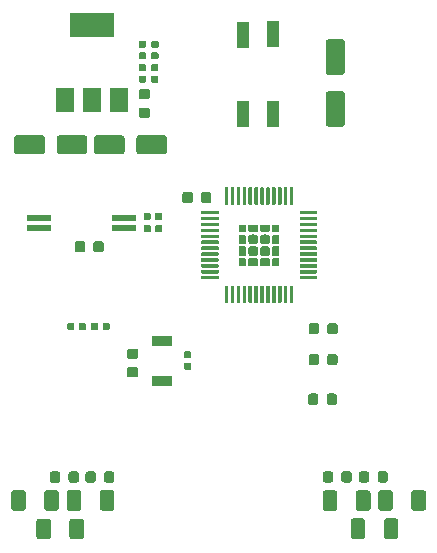
<source format=gbr>
G04 #@! TF.GenerationSoftware,KiCad,Pcbnew,5.0.2-bee76a0~70~ubuntu18.04.1*
G04 #@! TF.CreationDate,2019-01-08T18:58:55+02:00*
G04 #@! TF.ProjectId,HScope_2018_10_L,4853636f-7065-45f3-9230-31385f31305f,rev?*
G04 #@! TF.SameCoordinates,Original*
G04 #@! TF.FileFunction,Paste,Top*
G04 #@! TF.FilePolarity,Positive*
%FSLAX46Y46*%
G04 Gerber Fmt 4.6, Leading zero omitted, Abs format (unit mm)*
G04 Created by KiCad (PCBNEW 5.0.2-bee76a0~70~ubuntu18.04.1) date Вт 08 янв 2019 18:58:55*
%MOMM*%
%LPD*%
G01*
G04 APERTURE LIST*
%ADD10R,1.120000X2.160000*%
%ADD11C,0.100000*%
%ADD12C,1.600000*%
%ADD13C,0.590000*%
%ADD14C,1.250000*%
%ADD15C,0.875000*%
%ADD16R,1.700000X0.900000*%
%ADD17R,1.500000X2.000000*%
%ADD18R,3.800000X2.000000*%
%ADD19C,0.806226*%
%ADD20C,0.568298*%
%ADD21C,0.554596*%
%ADD22C,0.300000*%
%ADD23R,2.100000X0.600000*%
G04 APERTURE END LIST*
D10*
G04 #@! TO.C,J2*
X82540000Y-31085000D03*
X82540000Y-37815000D03*
G04 #@! TD*
D11*
G04 #@! TO.C,C1*
G36*
X65534504Y-39601204D02*
X65558773Y-39604804D01*
X65582571Y-39610765D01*
X65605671Y-39619030D01*
X65627849Y-39629520D01*
X65648893Y-39642133D01*
X65668598Y-39656747D01*
X65686777Y-39673223D01*
X65703253Y-39691402D01*
X65717867Y-39711107D01*
X65730480Y-39732151D01*
X65740970Y-39754329D01*
X65749235Y-39777429D01*
X65755196Y-39801227D01*
X65758796Y-39825496D01*
X65760000Y-39850000D01*
X65760000Y-40950000D01*
X65758796Y-40974504D01*
X65755196Y-40998773D01*
X65749235Y-41022571D01*
X65740970Y-41045671D01*
X65730480Y-41067849D01*
X65717867Y-41088893D01*
X65703253Y-41108598D01*
X65686777Y-41126777D01*
X65668598Y-41143253D01*
X65648893Y-41157867D01*
X65627849Y-41170480D01*
X65605671Y-41180970D01*
X65582571Y-41189235D01*
X65558773Y-41195196D01*
X65534504Y-41198796D01*
X65510000Y-41200000D01*
X63410000Y-41200000D01*
X63385496Y-41198796D01*
X63361227Y-41195196D01*
X63337429Y-41189235D01*
X63314329Y-41180970D01*
X63292151Y-41170480D01*
X63271107Y-41157867D01*
X63251402Y-41143253D01*
X63233223Y-41126777D01*
X63216747Y-41108598D01*
X63202133Y-41088893D01*
X63189520Y-41067849D01*
X63179030Y-41045671D01*
X63170765Y-41022571D01*
X63164804Y-40998773D01*
X63161204Y-40974504D01*
X63160000Y-40950000D01*
X63160000Y-39850000D01*
X63161204Y-39825496D01*
X63164804Y-39801227D01*
X63170765Y-39777429D01*
X63179030Y-39754329D01*
X63189520Y-39732151D01*
X63202133Y-39711107D01*
X63216747Y-39691402D01*
X63233223Y-39673223D01*
X63251402Y-39656747D01*
X63271107Y-39642133D01*
X63292151Y-39629520D01*
X63314329Y-39619030D01*
X63337429Y-39610765D01*
X63361227Y-39604804D01*
X63385496Y-39601204D01*
X63410000Y-39600000D01*
X65510000Y-39600000D01*
X65534504Y-39601204D01*
X65534504Y-39601204D01*
G37*
D12*
X64460000Y-40400000D03*
D11*
G36*
X69134504Y-39601204D02*
X69158773Y-39604804D01*
X69182571Y-39610765D01*
X69205671Y-39619030D01*
X69227849Y-39629520D01*
X69248893Y-39642133D01*
X69268598Y-39656747D01*
X69286777Y-39673223D01*
X69303253Y-39691402D01*
X69317867Y-39711107D01*
X69330480Y-39732151D01*
X69340970Y-39754329D01*
X69349235Y-39777429D01*
X69355196Y-39801227D01*
X69358796Y-39825496D01*
X69360000Y-39850000D01*
X69360000Y-40950000D01*
X69358796Y-40974504D01*
X69355196Y-40998773D01*
X69349235Y-41022571D01*
X69340970Y-41045671D01*
X69330480Y-41067849D01*
X69317867Y-41088893D01*
X69303253Y-41108598D01*
X69286777Y-41126777D01*
X69268598Y-41143253D01*
X69248893Y-41157867D01*
X69227849Y-41170480D01*
X69205671Y-41180970D01*
X69182571Y-41189235D01*
X69158773Y-41195196D01*
X69134504Y-41198796D01*
X69110000Y-41200000D01*
X67010000Y-41200000D01*
X66985496Y-41198796D01*
X66961227Y-41195196D01*
X66937429Y-41189235D01*
X66914329Y-41180970D01*
X66892151Y-41170480D01*
X66871107Y-41157867D01*
X66851402Y-41143253D01*
X66833223Y-41126777D01*
X66816747Y-41108598D01*
X66802133Y-41088893D01*
X66789520Y-41067849D01*
X66779030Y-41045671D01*
X66770765Y-41022571D01*
X66764804Y-40998773D01*
X66761204Y-40974504D01*
X66760000Y-40950000D01*
X66760000Y-39850000D01*
X66761204Y-39825496D01*
X66764804Y-39801227D01*
X66770765Y-39777429D01*
X66779030Y-39754329D01*
X66789520Y-39732151D01*
X66802133Y-39711107D01*
X66816747Y-39691402D01*
X66833223Y-39673223D01*
X66851402Y-39656747D01*
X66871107Y-39642133D01*
X66892151Y-39629520D01*
X66914329Y-39619030D01*
X66937429Y-39610765D01*
X66961227Y-39604804D01*
X66985496Y-39601204D01*
X67010000Y-39600000D01*
X69110000Y-39600000D01*
X69134504Y-39601204D01*
X69134504Y-39601204D01*
G37*
D12*
X68060000Y-40400000D03*
G04 #@! TD*
D11*
G04 #@! TO.C,C2*
G36*
X78036958Y-57885710D02*
X78051276Y-57887834D01*
X78065317Y-57891351D01*
X78078946Y-57896228D01*
X78092031Y-57902417D01*
X78104447Y-57909858D01*
X78116073Y-57918481D01*
X78126798Y-57928202D01*
X78136519Y-57938927D01*
X78145142Y-57950553D01*
X78152583Y-57962969D01*
X78158772Y-57976054D01*
X78163649Y-57989683D01*
X78167166Y-58003724D01*
X78169290Y-58018042D01*
X78170000Y-58032500D01*
X78170000Y-58327500D01*
X78169290Y-58341958D01*
X78167166Y-58356276D01*
X78163649Y-58370317D01*
X78158772Y-58383946D01*
X78152583Y-58397031D01*
X78145142Y-58409447D01*
X78136519Y-58421073D01*
X78126798Y-58431798D01*
X78116073Y-58441519D01*
X78104447Y-58450142D01*
X78092031Y-58457583D01*
X78078946Y-58463772D01*
X78065317Y-58468649D01*
X78051276Y-58472166D01*
X78036958Y-58474290D01*
X78022500Y-58475000D01*
X77677500Y-58475000D01*
X77663042Y-58474290D01*
X77648724Y-58472166D01*
X77634683Y-58468649D01*
X77621054Y-58463772D01*
X77607969Y-58457583D01*
X77595553Y-58450142D01*
X77583927Y-58441519D01*
X77573202Y-58431798D01*
X77563481Y-58421073D01*
X77554858Y-58409447D01*
X77547417Y-58397031D01*
X77541228Y-58383946D01*
X77536351Y-58370317D01*
X77532834Y-58356276D01*
X77530710Y-58341958D01*
X77530000Y-58327500D01*
X77530000Y-58032500D01*
X77530710Y-58018042D01*
X77532834Y-58003724D01*
X77536351Y-57989683D01*
X77541228Y-57976054D01*
X77547417Y-57962969D01*
X77554858Y-57950553D01*
X77563481Y-57938927D01*
X77573202Y-57928202D01*
X77583927Y-57918481D01*
X77595553Y-57909858D01*
X77607969Y-57902417D01*
X77621054Y-57896228D01*
X77634683Y-57891351D01*
X77648724Y-57887834D01*
X77663042Y-57885710D01*
X77677500Y-57885000D01*
X78022500Y-57885000D01*
X78036958Y-57885710D01*
X78036958Y-57885710D01*
G37*
D13*
X77850000Y-58180000D03*
D11*
G36*
X78036958Y-58855710D02*
X78051276Y-58857834D01*
X78065317Y-58861351D01*
X78078946Y-58866228D01*
X78092031Y-58872417D01*
X78104447Y-58879858D01*
X78116073Y-58888481D01*
X78126798Y-58898202D01*
X78136519Y-58908927D01*
X78145142Y-58920553D01*
X78152583Y-58932969D01*
X78158772Y-58946054D01*
X78163649Y-58959683D01*
X78167166Y-58973724D01*
X78169290Y-58988042D01*
X78170000Y-59002500D01*
X78170000Y-59297500D01*
X78169290Y-59311958D01*
X78167166Y-59326276D01*
X78163649Y-59340317D01*
X78158772Y-59353946D01*
X78152583Y-59367031D01*
X78145142Y-59379447D01*
X78136519Y-59391073D01*
X78126798Y-59401798D01*
X78116073Y-59411519D01*
X78104447Y-59420142D01*
X78092031Y-59427583D01*
X78078946Y-59433772D01*
X78065317Y-59438649D01*
X78051276Y-59442166D01*
X78036958Y-59444290D01*
X78022500Y-59445000D01*
X77677500Y-59445000D01*
X77663042Y-59444290D01*
X77648724Y-59442166D01*
X77634683Y-59438649D01*
X77621054Y-59433772D01*
X77607969Y-59427583D01*
X77595553Y-59420142D01*
X77583927Y-59411519D01*
X77573202Y-59401798D01*
X77563481Y-59391073D01*
X77554858Y-59379447D01*
X77547417Y-59367031D01*
X77541228Y-59353946D01*
X77536351Y-59340317D01*
X77532834Y-59326276D01*
X77530710Y-59311958D01*
X77530000Y-59297500D01*
X77530000Y-59002500D01*
X77530710Y-58988042D01*
X77532834Y-58973724D01*
X77536351Y-58959683D01*
X77541228Y-58946054D01*
X77547417Y-58932969D01*
X77554858Y-58920553D01*
X77563481Y-58908927D01*
X77573202Y-58898202D01*
X77583927Y-58888481D01*
X77595553Y-58879858D01*
X77607969Y-58872417D01*
X77621054Y-58866228D01*
X77634683Y-58861351D01*
X77648724Y-58857834D01*
X77663042Y-58855710D01*
X77677500Y-58855000D01*
X78022500Y-58855000D01*
X78036958Y-58855710D01*
X78036958Y-58855710D01*
G37*
D13*
X77850000Y-59150000D03*
G04 #@! TD*
D11*
G04 #@! TO.C,C3*
G36*
X72284504Y-39601204D02*
X72308773Y-39604804D01*
X72332571Y-39610765D01*
X72355671Y-39619030D01*
X72377849Y-39629520D01*
X72398893Y-39642133D01*
X72418598Y-39656747D01*
X72436777Y-39673223D01*
X72453253Y-39691402D01*
X72467867Y-39711107D01*
X72480480Y-39732151D01*
X72490970Y-39754329D01*
X72499235Y-39777429D01*
X72505196Y-39801227D01*
X72508796Y-39825496D01*
X72510000Y-39850000D01*
X72510000Y-40950000D01*
X72508796Y-40974504D01*
X72505196Y-40998773D01*
X72499235Y-41022571D01*
X72490970Y-41045671D01*
X72480480Y-41067849D01*
X72467867Y-41088893D01*
X72453253Y-41108598D01*
X72436777Y-41126777D01*
X72418598Y-41143253D01*
X72398893Y-41157867D01*
X72377849Y-41170480D01*
X72355671Y-41180970D01*
X72332571Y-41189235D01*
X72308773Y-41195196D01*
X72284504Y-41198796D01*
X72260000Y-41200000D01*
X70160000Y-41200000D01*
X70135496Y-41198796D01*
X70111227Y-41195196D01*
X70087429Y-41189235D01*
X70064329Y-41180970D01*
X70042151Y-41170480D01*
X70021107Y-41157867D01*
X70001402Y-41143253D01*
X69983223Y-41126777D01*
X69966747Y-41108598D01*
X69952133Y-41088893D01*
X69939520Y-41067849D01*
X69929030Y-41045671D01*
X69920765Y-41022571D01*
X69914804Y-40998773D01*
X69911204Y-40974504D01*
X69910000Y-40950000D01*
X69910000Y-39850000D01*
X69911204Y-39825496D01*
X69914804Y-39801227D01*
X69920765Y-39777429D01*
X69929030Y-39754329D01*
X69939520Y-39732151D01*
X69952133Y-39711107D01*
X69966747Y-39691402D01*
X69983223Y-39673223D01*
X70001402Y-39656747D01*
X70021107Y-39642133D01*
X70042151Y-39629520D01*
X70064329Y-39619030D01*
X70087429Y-39610765D01*
X70111227Y-39604804D01*
X70135496Y-39601204D01*
X70160000Y-39600000D01*
X72260000Y-39600000D01*
X72284504Y-39601204D01*
X72284504Y-39601204D01*
G37*
D12*
X71210000Y-40400000D03*
D11*
G36*
X75884504Y-39601204D02*
X75908773Y-39604804D01*
X75932571Y-39610765D01*
X75955671Y-39619030D01*
X75977849Y-39629520D01*
X75998893Y-39642133D01*
X76018598Y-39656747D01*
X76036777Y-39673223D01*
X76053253Y-39691402D01*
X76067867Y-39711107D01*
X76080480Y-39732151D01*
X76090970Y-39754329D01*
X76099235Y-39777429D01*
X76105196Y-39801227D01*
X76108796Y-39825496D01*
X76110000Y-39850000D01*
X76110000Y-40950000D01*
X76108796Y-40974504D01*
X76105196Y-40998773D01*
X76099235Y-41022571D01*
X76090970Y-41045671D01*
X76080480Y-41067849D01*
X76067867Y-41088893D01*
X76053253Y-41108598D01*
X76036777Y-41126777D01*
X76018598Y-41143253D01*
X75998893Y-41157867D01*
X75977849Y-41170480D01*
X75955671Y-41180970D01*
X75932571Y-41189235D01*
X75908773Y-41195196D01*
X75884504Y-41198796D01*
X75860000Y-41200000D01*
X73760000Y-41200000D01*
X73735496Y-41198796D01*
X73711227Y-41195196D01*
X73687429Y-41189235D01*
X73664329Y-41180970D01*
X73642151Y-41170480D01*
X73621107Y-41157867D01*
X73601402Y-41143253D01*
X73583223Y-41126777D01*
X73566747Y-41108598D01*
X73552133Y-41088893D01*
X73539520Y-41067849D01*
X73529030Y-41045671D01*
X73520765Y-41022571D01*
X73514804Y-40998773D01*
X73511204Y-40974504D01*
X73510000Y-40950000D01*
X73510000Y-39850000D01*
X73511204Y-39825496D01*
X73514804Y-39801227D01*
X73520765Y-39777429D01*
X73529030Y-39754329D01*
X73539520Y-39732151D01*
X73552133Y-39711107D01*
X73566747Y-39691402D01*
X73583223Y-39673223D01*
X73601402Y-39656747D01*
X73621107Y-39642133D01*
X73642151Y-39629520D01*
X73664329Y-39619030D01*
X73687429Y-39610765D01*
X73711227Y-39604804D01*
X73735496Y-39601204D01*
X73760000Y-39600000D01*
X75860000Y-39600000D01*
X75884504Y-39601204D01*
X75884504Y-39601204D01*
G37*
D12*
X74810000Y-40400000D03*
G04 #@! TD*
D11*
G04 #@! TO.C,C4*
G36*
X74211959Y-32565709D02*
X74226277Y-32567833D01*
X74240318Y-32571350D01*
X74253947Y-32576227D01*
X74267032Y-32582416D01*
X74279448Y-32589857D01*
X74291074Y-32598480D01*
X74301799Y-32608201D01*
X74311520Y-32618926D01*
X74320143Y-32630552D01*
X74327584Y-32642968D01*
X74333773Y-32656053D01*
X74338650Y-32669682D01*
X74342167Y-32683723D01*
X74344291Y-32698041D01*
X74345001Y-32712499D01*
X74345001Y-33007499D01*
X74344291Y-33021957D01*
X74342167Y-33036275D01*
X74338650Y-33050316D01*
X74333773Y-33063945D01*
X74327584Y-33077030D01*
X74320143Y-33089446D01*
X74311520Y-33101072D01*
X74301799Y-33111797D01*
X74291074Y-33121518D01*
X74279448Y-33130141D01*
X74267032Y-33137582D01*
X74253947Y-33143771D01*
X74240318Y-33148648D01*
X74226277Y-33152165D01*
X74211959Y-33154289D01*
X74197501Y-33154999D01*
X73852501Y-33154999D01*
X73838043Y-33154289D01*
X73823725Y-33152165D01*
X73809684Y-33148648D01*
X73796055Y-33143771D01*
X73782970Y-33137582D01*
X73770554Y-33130141D01*
X73758928Y-33121518D01*
X73748203Y-33111797D01*
X73738482Y-33101072D01*
X73729859Y-33089446D01*
X73722418Y-33077030D01*
X73716229Y-33063945D01*
X73711352Y-33050316D01*
X73707835Y-33036275D01*
X73705711Y-33021957D01*
X73705001Y-33007499D01*
X73705001Y-32712499D01*
X73705711Y-32698041D01*
X73707835Y-32683723D01*
X73711352Y-32669682D01*
X73716229Y-32656053D01*
X73722418Y-32642968D01*
X73729859Y-32630552D01*
X73738482Y-32618926D01*
X73748203Y-32608201D01*
X73758928Y-32598480D01*
X73770554Y-32589857D01*
X73782970Y-32582416D01*
X73796055Y-32576227D01*
X73809684Y-32571350D01*
X73823725Y-32567833D01*
X73838043Y-32565709D01*
X73852501Y-32564999D01*
X74197501Y-32564999D01*
X74211959Y-32565709D01*
X74211959Y-32565709D01*
G37*
D13*
X74025001Y-32859999D03*
D11*
G36*
X74211959Y-31595709D02*
X74226277Y-31597833D01*
X74240318Y-31601350D01*
X74253947Y-31606227D01*
X74267032Y-31612416D01*
X74279448Y-31619857D01*
X74291074Y-31628480D01*
X74301799Y-31638201D01*
X74311520Y-31648926D01*
X74320143Y-31660552D01*
X74327584Y-31672968D01*
X74333773Y-31686053D01*
X74338650Y-31699682D01*
X74342167Y-31713723D01*
X74344291Y-31728041D01*
X74345001Y-31742499D01*
X74345001Y-32037499D01*
X74344291Y-32051957D01*
X74342167Y-32066275D01*
X74338650Y-32080316D01*
X74333773Y-32093945D01*
X74327584Y-32107030D01*
X74320143Y-32119446D01*
X74311520Y-32131072D01*
X74301799Y-32141797D01*
X74291074Y-32151518D01*
X74279448Y-32160141D01*
X74267032Y-32167582D01*
X74253947Y-32173771D01*
X74240318Y-32178648D01*
X74226277Y-32182165D01*
X74211959Y-32184289D01*
X74197501Y-32184999D01*
X73852501Y-32184999D01*
X73838043Y-32184289D01*
X73823725Y-32182165D01*
X73809684Y-32178648D01*
X73796055Y-32173771D01*
X73782970Y-32167582D01*
X73770554Y-32160141D01*
X73758928Y-32151518D01*
X73748203Y-32141797D01*
X73738482Y-32131072D01*
X73729859Y-32119446D01*
X73722418Y-32107030D01*
X73716229Y-32093945D01*
X73711352Y-32080316D01*
X73707835Y-32066275D01*
X73705711Y-32051957D01*
X73705001Y-32037499D01*
X73705001Y-31742499D01*
X73705711Y-31728041D01*
X73707835Y-31713723D01*
X73711352Y-31699682D01*
X73716229Y-31686053D01*
X73722418Y-31672968D01*
X73729859Y-31660552D01*
X73738482Y-31648926D01*
X73748203Y-31638201D01*
X73758928Y-31628480D01*
X73770554Y-31619857D01*
X73782970Y-31612416D01*
X73796055Y-31606227D01*
X73809684Y-31601350D01*
X73823725Y-31597833D01*
X73838043Y-31595709D01*
X73852501Y-31594999D01*
X74197501Y-31594999D01*
X74211959Y-31595709D01*
X74211959Y-31595709D01*
G37*
D13*
X74025001Y-31889999D03*
G04 #@! TD*
D11*
G04 #@! TO.C,C5*
G36*
X75246958Y-34550710D02*
X75261276Y-34552834D01*
X75275317Y-34556351D01*
X75288946Y-34561228D01*
X75302031Y-34567417D01*
X75314447Y-34574858D01*
X75326073Y-34583481D01*
X75336798Y-34593202D01*
X75346519Y-34603927D01*
X75355142Y-34615553D01*
X75362583Y-34627969D01*
X75368772Y-34641054D01*
X75373649Y-34654683D01*
X75377166Y-34668724D01*
X75379290Y-34683042D01*
X75380000Y-34697500D01*
X75380000Y-34992500D01*
X75379290Y-35006958D01*
X75377166Y-35021276D01*
X75373649Y-35035317D01*
X75368772Y-35048946D01*
X75362583Y-35062031D01*
X75355142Y-35074447D01*
X75346519Y-35086073D01*
X75336798Y-35096798D01*
X75326073Y-35106519D01*
X75314447Y-35115142D01*
X75302031Y-35122583D01*
X75288946Y-35128772D01*
X75275317Y-35133649D01*
X75261276Y-35137166D01*
X75246958Y-35139290D01*
X75232500Y-35140000D01*
X74887500Y-35140000D01*
X74873042Y-35139290D01*
X74858724Y-35137166D01*
X74844683Y-35133649D01*
X74831054Y-35128772D01*
X74817969Y-35122583D01*
X74805553Y-35115142D01*
X74793927Y-35106519D01*
X74783202Y-35096798D01*
X74773481Y-35086073D01*
X74764858Y-35074447D01*
X74757417Y-35062031D01*
X74751228Y-35048946D01*
X74746351Y-35035317D01*
X74742834Y-35021276D01*
X74740710Y-35006958D01*
X74740000Y-34992500D01*
X74740000Y-34697500D01*
X74740710Y-34683042D01*
X74742834Y-34668724D01*
X74746351Y-34654683D01*
X74751228Y-34641054D01*
X74757417Y-34627969D01*
X74764858Y-34615553D01*
X74773481Y-34603927D01*
X74783202Y-34593202D01*
X74793927Y-34583481D01*
X74805553Y-34574858D01*
X74817969Y-34567417D01*
X74831054Y-34561228D01*
X74844683Y-34556351D01*
X74858724Y-34552834D01*
X74873042Y-34550710D01*
X74887500Y-34550000D01*
X75232500Y-34550000D01*
X75246958Y-34550710D01*
X75246958Y-34550710D01*
G37*
D13*
X75060000Y-34845000D03*
D11*
G36*
X75246958Y-33580710D02*
X75261276Y-33582834D01*
X75275317Y-33586351D01*
X75288946Y-33591228D01*
X75302031Y-33597417D01*
X75314447Y-33604858D01*
X75326073Y-33613481D01*
X75336798Y-33623202D01*
X75346519Y-33633927D01*
X75355142Y-33645553D01*
X75362583Y-33657969D01*
X75368772Y-33671054D01*
X75373649Y-33684683D01*
X75377166Y-33698724D01*
X75379290Y-33713042D01*
X75380000Y-33727500D01*
X75380000Y-34022500D01*
X75379290Y-34036958D01*
X75377166Y-34051276D01*
X75373649Y-34065317D01*
X75368772Y-34078946D01*
X75362583Y-34092031D01*
X75355142Y-34104447D01*
X75346519Y-34116073D01*
X75336798Y-34126798D01*
X75326073Y-34136519D01*
X75314447Y-34145142D01*
X75302031Y-34152583D01*
X75288946Y-34158772D01*
X75275317Y-34163649D01*
X75261276Y-34167166D01*
X75246958Y-34169290D01*
X75232500Y-34170000D01*
X74887500Y-34170000D01*
X74873042Y-34169290D01*
X74858724Y-34167166D01*
X74844683Y-34163649D01*
X74831054Y-34158772D01*
X74817969Y-34152583D01*
X74805553Y-34145142D01*
X74793927Y-34136519D01*
X74783202Y-34126798D01*
X74773481Y-34116073D01*
X74764858Y-34104447D01*
X74757417Y-34092031D01*
X74751228Y-34078946D01*
X74746351Y-34065317D01*
X74742834Y-34051276D01*
X74740710Y-34036958D01*
X74740000Y-34022500D01*
X74740000Y-33727500D01*
X74740710Y-33713042D01*
X74742834Y-33698724D01*
X74746351Y-33684683D01*
X74751228Y-33671054D01*
X74757417Y-33657969D01*
X74764858Y-33645553D01*
X74773481Y-33633927D01*
X74783202Y-33623202D01*
X74793927Y-33613481D01*
X74805553Y-33604858D01*
X74817969Y-33597417D01*
X74831054Y-33591228D01*
X74844683Y-33586351D01*
X74858724Y-33582834D01*
X74873042Y-33580710D01*
X74887500Y-33580000D01*
X75232500Y-33580000D01*
X75246958Y-33580710D01*
X75246958Y-33580710D01*
G37*
D13*
X75060000Y-33875000D03*
G04 #@! TD*
D11*
G04 #@! TO.C,C6*
G36*
X74196958Y-33575710D02*
X74211276Y-33577834D01*
X74225317Y-33581351D01*
X74238946Y-33586228D01*
X74252031Y-33592417D01*
X74264447Y-33599858D01*
X74276073Y-33608481D01*
X74286798Y-33618202D01*
X74296519Y-33628927D01*
X74305142Y-33640553D01*
X74312583Y-33652969D01*
X74318772Y-33666054D01*
X74323649Y-33679683D01*
X74327166Y-33693724D01*
X74329290Y-33708042D01*
X74330000Y-33722500D01*
X74330000Y-34017500D01*
X74329290Y-34031958D01*
X74327166Y-34046276D01*
X74323649Y-34060317D01*
X74318772Y-34073946D01*
X74312583Y-34087031D01*
X74305142Y-34099447D01*
X74296519Y-34111073D01*
X74286798Y-34121798D01*
X74276073Y-34131519D01*
X74264447Y-34140142D01*
X74252031Y-34147583D01*
X74238946Y-34153772D01*
X74225317Y-34158649D01*
X74211276Y-34162166D01*
X74196958Y-34164290D01*
X74182500Y-34165000D01*
X73837500Y-34165000D01*
X73823042Y-34164290D01*
X73808724Y-34162166D01*
X73794683Y-34158649D01*
X73781054Y-34153772D01*
X73767969Y-34147583D01*
X73755553Y-34140142D01*
X73743927Y-34131519D01*
X73733202Y-34121798D01*
X73723481Y-34111073D01*
X73714858Y-34099447D01*
X73707417Y-34087031D01*
X73701228Y-34073946D01*
X73696351Y-34060317D01*
X73692834Y-34046276D01*
X73690710Y-34031958D01*
X73690000Y-34017500D01*
X73690000Y-33722500D01*
X73690710Y-33708042D01*
X73692834Y-33693724D01*
X73696351Y-33679683D01*
X73701228Y-33666054D01*
X73707417Y-33652969D01*
X73714858Y-33640553D01*
X73723481Y-33628927D01*
X73733202Y-33618202D01*
X73743927Y-33608481D01*
X73755553Y-33599858D01*
X73767969Y-33592417D01*
X73781054Y-33586228D01*
X73794683Y-33581351D01*
X73808724Y-33577834D01*
X73823042Y-33575710D01*
X73837500Y-33575000D01*
X74182500Y-33575000D01*
X74196958Y-33575710D01*
X74196958Y-33575710D01*
G37*
D13*
X74010000Y-33870000D03*
D11*
G36*
X74196958Y-34545710D02*
X74211276Y-34547834D01*
X74225317Y-34551351D01*
X74238946Y-34556228D01*
X74252031Y-34562417D01*
X74264447Y-34569858D01*
X74276073Y-34578481D01*
X74286798Y-34588202D01*
X74296519Y-34598927D01*
X74305142Y-34610553D01*
X74312583Y-34622969D01*
X74318772Y-34636054D01*
X74323649Y-34649683D01*
X74327166Y-34663724D01*
X74329290Y-34678042D01*
X74330000Y-34692500D01*
X74330000Y-34987500D01*
X74329290Y-35001958D01*
X74327166Y-35016276D01*
X74323649Y-35030317D01*
X74318772Y-35043946D01*
X74312583Y-35057031D01*
X74305142Y-35069447D01*
X74296519Y-35081073D01*
X74286798Y-35091798D01*
X74276073Y-35101519D01*
X74264447Y-35110142D01*
X74252031Y-35117583D01*
X74238946Y-35123772D01*
X74225317Y-35128649D01*
X74211276Y-35132166D01*
X74196958Y-35134290D01*
X74182500Y-35135000D01*
X73837500Y-35135000D01*
X73823042Y-35134290D01*
X73808724Y-35132166D01*
X73794683Y-35128649D01*
X73781054Y-35123772D01*
X73767969Y-35117583D01*
X73755553Y-35110142D01*
X73743927Y-35101519D01*
X73733202Y-35091798D01*
X73723481Y-35081073D01*
X73714858Y-35069447D01*
X73707417Y-35057031D01*
X73701228Y-35043946D01*
X73696351Y-35030317D01*
X73692834Y-35016276D01*
X73690710Y-35001958D01*
X73690000Y-34987500D01*
X73690000Y-34692500D01*
X73690710Y-34678042D01*
X73692834Y-34663724D01*
X73696351Y-34649683D01*
X73701228Y-34636054D01*
X73707417Y-34622969D01*
X73714858Y-34610553D01*
X73723481Y-34598927D01*
X73733202Y-34588202D01*
X73743927Y-34578481D01*
X73755553Y-34569858D01*
X73767969Y-34562417D01*
X73781054Y-34556228D01*
X73794683Y-34551351D01*
X73808724Y-34547834D01*
X73823042Y-34545710D01*
X73837500Y-34545000D01*
X74182500Y-34545000D01*
X74196958Y-34545710D01*
X74196958Y-34545710D01*
G37*
D13*
X74010000Y-34840000D03*
G04 #@! TD*
D11*
G04 #@! TO.C,C7*
G36*
X75256958Y-31610710D02*
X75271276Y-31612834D01*
X75285317Y-31616351D01*
X75298946Y-31621228D01*
X75312031Y-31627417D01*
X75324447Y-31634858D01*
X75336073Y-31643481D01*
X75346798Y-31653202D01*
X75356519Y-31663927D01*
X75365142Y-31675553D01*
X75372583Y-31687969D01*
X75378772Y-31701054D01*
X75383649Y-31714683D01*
X75387166Y-31728724D01*
X75389290Y-31743042D01*
X75390000Y-31757500D01*
X75390000Y-32052500D01*
X75389290Y-32066958D01*
X75387166Y-32081276D01*
X75383649Y-32095317D01*
X75378772Y-32108946D01*
X75372583Y-32122031D01*
X75365142Y-32134447D01*
X75356519Y-32146073D01*
X75346798Y-32156798D01*
X75336073Y-32166519D01*
X75324447Y-32175142D01*
X75312031Y-32182583D01*
X75298946Y-32188772D01*
X75285317Y-32193649D01*
X75271276Y-32197166D01*
X75256958Y-32199290D01*
X75242500Y-32200000D01*
X74897500Y-32200000D01*
X74883042Y-32199290D01*
X74868724Y-32197166D01*
X74854683Y-32193649D01*
X74841054Y-32188772D01*
X74827969Y-32182583D01*
X74815553Y-32175142D01*
X74803927Y-32166519D01*
X74793202Y-32156798D01*
X74783481Y-32146073D01*
X74774858Y-32134447D01*
X74767417Y-32122031D01*
X74761228Y-32108946D01*
X74756351Y-32095317D01*
X74752834Y-32081276D01*
X74750710Y-32066958D01*
X74750000Y-32052500D01*
X74750000Y-31757500D01*
X74750710Y-31743042D01*
X74752834Y-31728724D01*
X74756351Y-31714683D01*
X74761228Y-31701054D01*
X74767417Y-31687969D01*
X74774858Y-31675553D01*
X74783481Y-31663927D01*
X74793202Y-31653202D01*
X74803927Y-31643481D01*
X74815553Y-31634858D01*
X74827969Y-31627417D01*
X74841054Y-31621228D01*
X74854683Y-31616351D01*
X74868724Y-31612834D01*
X74883042Y-31610710D01*
X74897500Y-31610000D01*
X75242500Y-31610000D01*
X75256958Y-31610710D01*
X75256958Y-31610710D01*
G37*
D13*
X75070000Y-31905000D03*
D11*
G36*
X75256958Y-32580710D02*
X75271276Y-32582834D01*
X75285317Y-32586351D01*
X75298946Y-32591228D01*
X75312031Y-32597417D01*
X75324447Y-32604858D01*
X75336073Y-32613481D01*
X75346798Y-32623202D01*
X75356519Y-32633927D01*
X75365142Y-32645553D01*
X75372583Y-32657969D01*
X75378772Y-32671054D01*
X75383649Y-32684683D01*
X75387166Y-32698724D01*
X75389290Y-32713042D01*
X75390000Y-32727500D01*
X75390000Y-33022500D01*
X75389290Y-33036958D01*
X75387166Y-33051276D01*
X75383649Y-33065317D01*
X75378772Y-33078946D01*
X75372583Y-33092031D01*
X75365142Y-33104447D01*
X75356519Y-33116073D01*
X75346798Y-33126798D01*
X75336073Y-33136519D01*
X75324447Y-33145142D01*
X75312031Y-33152583D01*
X75298946Y-33158772D01*
X75285317Y-33163649D01*
X75271276Y-33167166D01*
X75256958Y-33169290D01*
X75242500Y-33170000D01*
X74897500Y-33170000D01*
X74883042Y-33169290D01*
X74868724Y-33167166D01*
X74854683Y-33163649D01*
X74841054Y-33158772D01*
X74827969Y-33152583D01*
X74815553Y-33145142D01*
X74803927Y-33136519D01*
X74793202Y-33126798D01*
X74783481Y-33116073D01*
X74774858Y-33104447D01*
X74767417Y-33092031D01*
X74761228Y-33078946D01*
X74756351Y-33065317D01*
X74752834Y-33051276D01*
X74750710Y-33036958D01*
X74750000Y-33022500D01*
X74750000Y-32727500D01*
X74750710Y-32713042D01*
X74752834Y-32698724D01*
X74756351Y-32684683D01*
X74761228Y-32671054D01*
X74767417Y-32657969D01*
X74774858Y-32645553D01*
X74783481Y-32633927D01*
X74793202Y-32623202D01*
X74803927Y-32613481D01*
X74815553Y-32604858D01*
X74827969Y-32597417D01*
X74841054Y-32591228D01*
X74854683Y-32586351D01*
X74868724Y-32582834D01*
X74883042Y-32580710D01*
X74897500Y-32580000D01*
X75242500Y-32580000D01*
X75256958Y-32580710D01*
X75256958Y-32580710D01*
G37*
D13*
X75070000Y-32875000D03*
G04 #@! TD*
D11*
G04 #@! TO.C,C8*
G36*
X75556958Y-46140710D02*
X75571276Y-46142834D01*
X75585317Y-46146351D01*
X75598946Y-46151228D01*
X75612031Y-46157417D01*
X75624447Y-46164858D01*
X75636073Y-46173481D01*
X75646798Y-46183202D01*
X75656519Y-46193927D01*
X75665142Y-46205553D01*
X75672583Y-46217969D01*
X75678772Y-46231054D01*
X75683649Y-46244683D01*
X75687166Y-46258724D01*
X75689290Y-46273042D01*
X75690000Y-46287500D01*
X75690000Y-46632500D01*
X75689290Y-46646958D01*
X75687166Y-46661276D01*
X75683649Y-46675317D01*
X75678772Y-46688946D01*
X75672583Y-46702031D01*
X75665142Y-46714447D01*
X75656519Y-46726073D01*
X75646798Y-46736798D01*
X75636073Y-46746519D01*
X75624447Y-46755142D01*
X75612031Y-46762583D01*
X75598946Y-46768772D01*
X75585317Y-46773649D01*
X75571276Y-46777166D01*
X75556958Y-46779290D01*
X75542500Y-46780000D01*
X75247500Y-46780000D01*
X75233042Y-46779290D01*
X75218724Y-46777166D01*
X75204683Y-46773649D01*
X75191054Y-46768772D01*
X75177969Y-46762583D01*
X75165553Y-46755142D01*
X75153927Y-46746519D01*
X75143202Y-46736798D01*
X75133481Y-46726073D01*
X75124858Y-46714447D01*
X75117417Y-46702031D01*
X75111228Y-46688946D01*
X75106351Y-46675317D01*
X75102834Y-46661276D01*
X75100710Y-46646958D01*
X75100000Y-46632500D01*
X75100000Y-46287500D01*
X75100710Y-46273042D01*
X75102834Y-46258724D01*
X75106351Y-46244683D01*
X75111228Y-46231054D01*
X75117417Y-46217969D01*
X75124858Y-46205553D01*
X75133481Y-46193927D01*
X75143202Y-46183202D01*
X75153927Y-46173481D01*
X75165553Y-46164858D01*
X75177969Y-46157417D01*
X75191054Y-46151228D01*
X75204683Y-46146351D01*
X75218724Y-46142834D01*
X75233042Y-46140710D01*
X75247500Y-46140000D01*
X75542500Y-46140000D01*
X75556958Y-46140710D01*
X75556958Y-46140710D01*
G37*
D13*
X75395000Y-46460000D03*
D11*
G36*
X74586958Y-46140710D02*
X74601276Y-46142834D01*
X74615317Y-46146351D01*
X74628946Y-46151228D01*
X74642031Y-46157417D01*
X74654447Y-46164858D01*
X74666073Y-46173481D01*
X74676798Y-46183202D01*
X74686519Y-46193927D01*
X74695142Y-46205553D01*
X74702583Y-46217969D01*
X74708772Y-46231054D01*
X74713649Y-46244683D01*
X74717166Y-46258724D01*
X74719290Y-46273042D01*
X74720000Y-46287500D01*
X74720000Y-46632500D01*
X74719290Y-46646958D01*
X74717166Y-46661276D01*
X74713649Y-46675317D01*
X74708772Y-46688946D01*
X74702583Y-46702031D01*
X74695142Y-46714447D01*
X74686519Y-46726073D01*
X74676798Y-46736798D01*
X74666073Y-46746519D01*
X74654447Y-46755142D01*
X74642031Y-46762583D01*
X74628946Y-46768772D01*
X74615317Y-46773649D01*
X74601276Y-46777166D01*
X74586958Y-46779290D01*
X74572500Y-46780000D01*
X74277500Y-46780000D01*
X74263042Y-46779290D01*
X74248724Y-46777166D01*
X74234683Y-46773649D01*
X74221054Y-46768772D01*
X74207969Y-46762583D01*
X74195553Y-46755142D01*
X74183927Y-46746519D01*
X74173202Y-46736798D01*
X74163481Y-46726073D01*
X74154858Y-46714447D01*
X74147417Y-46702031D01*
X74141228Y-46688946D01*
X74136351Y-46675317D01*
X74132834Y-46661276D01*
X74130710Y-46646958D01*
X74130000Y-46632500D01*
X74130000Y-46287500D01*
X74130710Y-46273042D01*
X74132834Y-46258724D01*
X74136351Y-46244683D01*
X74141228Y-46231054D01*
X74147417Y-46217969D01*
X74154858Y-46205553D01*
X74163481Y-46193927D01*
X74173202Y-46183202D01*
X74183927Y-46173481D01*
X74195553Y-46164858D01*
X74207969Y-46157417D01*
X74221054Y-46151228D01*
X74234683Y-46146351D01*
X74248724Y-46142834D01*
X74263042Y-46140710D01*
X74277500Y-46140000D01*
X74572500Y-46140000D01*
X74586958Y-46140710D01*
X74586958Y-46140710D01*
G37*
D13*
X74425000Y-46460000D03*
G04 #@! TD*
D11*
G04 #@! TO.C,C9*
G36*
X68121958Y-55470710D02*
X68136276Y-55472834D01*
X68150317Y-55476351D01*
X68163946Y-55481228D01*
X68177031Y-55487417D01*
X68189447Y-55494858D01*
X68201073Y-55503481D01*
X68211798Y-55513202D01*
X68221519Y-55523927D01*
X68230142Y-55535553D01*
X68237583Y-55547969D01*
X68243772Y-55561054D01*
X68248649Y-55574683D01*
X68252166Y-55588724D01*
X68254290Y-55603042D01*
X68255000Y-55617500D01*
X68255000Y-55962500D01*
X68254290Y-55976958D01*
X68252166Y-55991276D01*
X68248649Y-56005317D01*
X68243772Y-56018946D01*
X68237583Y-56032031D01*
X68230142Y-56044447D01*
X68221519Y-56056073D01*
X68211798Y-56066798D01*
X68201073Y-56076519D01*
X68189447Y-56085142D01*
X68177031Y-56092583D01*
X68163946Y-56098772D01*
X68150317Y-56103649D01*
X68136276Y-56107166D01*
X68121958Y-56109290D01*
X68107500Y-56110000D01*
X67812500Y-56110000D01*
X67798042Y-56109290D01*
X67783724Y-56107166D01*
X67769683Y-56103649D01*
X67756054Y-56098772D01*
X67742969Y-56092583D01*
X67730553Y-56085142D01*
X67718927Y-56076519D01*
X67708202Y-56066798D01*
X67698481Y-56056073D01*
X67689858Y-56044447D01*
X67682417Y-56032031D01*
X67676228Y-56018946D01*
X67671351Y-56005317D01*
X67667834Y-55991276D01*
X67665710Y-55976958D01*
X67665000Y-55962500D01*
X67665000Y-55617500D01*
X67665710Y-55603042D01*
X67667834Y-55588724D01*
X67671351Y-55574683D01*
X67676228Y-55561054D01*
X67682417Y-55547969D01*
X67689858Y-55535553D01*
X67698481Y-55523927D01*
X67708202Y-55513202D01*
X67718927Y-55503481D01*
X67730553Y-55494858D01*
X67742969Y-55487417D01*
X67756054Y-55481228D01*
X67769683Y-55476351D01*
X67783724Y-55472834D01*
X67798042Y-55470710D01*
X67812500Y-55470000D01*
X68107500Y-55470000D01*
X68121958Y-55470710D01*
X68121958Y-55470710D01*
G37*
D13*
X67960000Y-55790000D03*
D11*
G36*
X69091958Y-55470710D02*
X69106276Y-55472834D01*
X69120317Y-55476351D01*
X69133946Y-55481228D01*
X69147031Y-55487417D01*
X69159447Y-55494858D01*
X69171073Y-55503481D01*
X69181798Y-55513202D01*
X69191519Y-55523927D01*
X69200142Y-55535553D01*
X69207583Y-55547969D01*
X69213772Y-55561054D01*
X69218649Y-55574683D01*
X69222166Y-55588724D01*
X69224290Y-55603042D01*
X69225000Y-55617500D01*
X69225000Y-55962500D01*
X69224290Y-55976958D01*
X69222166Y-55991276D01*
X69218649Y-56005317D01*
X69213772Y-56018946D01*
X69207583Y-56032031D01*
X69200142Y-56044447D01*
X69191519Y-56056073D01*
X69181798Y-56066798D01*
X69171073Y-56076519D01*
X69159447Y-56085142D01*
X69147031Y-56092583D01*
X69133946Y-56098772D01*
X69120317Y-56103649D01*
X69106276Y-56107166D01*
X69091958Y-56109290D01*
X69077500Y-56110000D01*
X68782500Y-56110000D01*
X68768042Y-56109290D01*
X68753724Y-56107166D01*
X68739683Y-56103649D01*
X68726054Y-56098772D01*
X68712969Y-56092583D01*
X68700553Y-56085142D01*
X68688927Y-56076519D01*
X68678202Y-56066798D01*
X68668481Y-56056073D01*
X68659858Y-56044447D01*
X68652417Y-56032031D01*
X68646228Y-56018946D01*
X68641351Y-56005317D01*
X68637834Y-55991276D01*
X68635710Y-55976958D01*
X68635000Y-55962500D01*
X68635000Y-55617500D01*
X68635710Y-55603042D01*
X68637834Y-55588724D01*
X68641351Y-55574683D01*
X68646228Y-55561054D01*
X68652417Y-55547969D01*
X68659858Y-55535553D01*
X68668481Y-55523927D01*
X68678202Y-55513202D01*
X68688927Y-55503481D01*
X68700553Y-55494858D01*
X68712969Y-55487417D01*
X68726054Y-55481228D01*
X68739683Y-55476351D01*
X68753724Y-55472834D01*
X68768042Y-55470710D01*
X68782500Y-55470000D01*
X69077500Y-55470000D01*
X69091958Y-55470710D01*
X69091958Y-55470710D01*
G37*
D13*
X68930000Y-55790000D03*
G04 #@! TD*
D11*
G04 #@! TO.C,C10*
G36*
X75556958Y-47180710D02*
X75571276Y-47182834D01*
X75585317Y-47186351D01*
X75598946Y-47191228D01*
X75612031Y-47197417D01*
X75624447Y-47204858D01*
X75636073Y-47213481D01*
X75646798Y-47223202D01*
X75656519Y-47233927D01*
X75665142Y-47245553D01*
X75672583Y-47257969D01*
X75678772Y-47271054D01*
X75683649Y-47284683D01*
X75687166Y-47298724D01*
X75689290Y-47313042D01*
X75690000Y-47327500D01*
X75690000Y-47672500D01*
X75689290Y-47686958D01*
X75687166Y-47701276D01*
X75683649Y-47715317D01*
X75678772Y-47728946D01*
X75672583Y-47742031D01*
X75665142Y-47754447D01*
X75656519Y-47766073D01*
X75646798Y-47776798D01*
X75636073Y-47786519D01*
X75624447Y-47795142D01*
X75612031Y-47802583D01*
X75598946Y-47808772D01*
X75585317Y-47813649D01*
X75571276Y-47817166D01*
X75556958Y-47819290D01*
X75542500Y-47820000D01*
X75247500Y-47820000D01*
X75233042Y-47819290D01*
X75218724Y-47817166D01*
X75204683Y-47813649D01*
X75191054Y-47808772D01*
X75177969Y-47802583D01*
X75165553Y-47795142D01*
X75153927Y-47786519D01*
X75143202Y-47776798D01*
X75133481Y-47766073D01*
X75124858Y-47754447D01*
X75117417Y-47742031D01*
X75111228Y-47728946D01*
X75106351Y-47715317D01*
X75102834Y-47701276D01*
X75100710Y-47686958D01*
X75100000Y-47672500D01*
X75100000Y-47327500D01*
X75100710Y-47313042D01*
X75102834Y-47298724D01*
X75106351Y-47284683D01*
X75111228Y-47271054D01*
X75117417Y-47257969D01*
X75124858Y-47245553D01*
X75133481Y-47233927D01*
X75143202Y-47223202D01*
X75153927Y-47213481D01*
X75165553Y-47204858D01*
X75177969Y-47197417D01*
X75191054Y-47191228D01*
X75204683Y-47186351D01*
X75218724Y-47182834D01*
X75233042Y-47180710D01*
X75247500Y-47180000D01*
X75542500Y-47180000D01*
X75556958Y-47180710D01*
X75556958Y-47180710D01*
G37*
D13*
X75395000Y-47500000D03*
D11*
G36*
X74586958Y-47180710D02*
X74601276Y-47182834D01*
X74615317Y-47186351D01*
X74628946Y-47191228D01*
X74642031Y-47197417D01*
X74654447Y-47204858D01*
X74666073Y-47213481D01*
X74676798Y-47223202D01*
X74686519Y-47233927D01*
X74695142Y-47245553D01*
X74702583Y-47257969D01*
X74708772Y-47271054D01*
X74713649Y-47284683D01*
X74717166Y-47298724D01*
X74719290Y-47313042D01*
X74720000Y-47327500D01*
X74720000Y-47672500D01*
X74719290Y-47686958D01*
X74717166Y-47701276D01*
X74713649Y-47715317D01*
X74708772Y-47728946D01*
X74702583Y-47742031D01*
X74695142Y-47754447D01*
X74686519Y-47766073D01*
X74676798Y-47776798D01*
X74666073Y-47786519D01*
X74654447Y-47795142D01*
X74642031Y-47802583D01*
X74628946Y-47808772D01*
X74615317Y-47813649D01*
X74601276Y-47817166D01*
X74586958Y-47819290D01*
X74572500Y-47820000D01*
X74277500Y-47820000D01*
X74263042Y-47819290D01*
X74248724Y-47817166D01*
X74234683Y-47813649D01*
X74221054Y-47808772D01*
X74207969Y-47802583D01*
X74195553Y-47795142D01*
X74183927Y-47786519D01*
X74173202Y-47776798D01*
X74163481Y-47766073D01*
X74154858Y-47754447D01*
X74147417Y-47742031D01*
X74141228Y-47728946D01*
X74136351Y-47715317D01*
X74132834Y-47701276D01*
X74130710Y-47686958D01*
X74130000Y-47672500D01*
X74130000Y-47327500D01*
X74130710Y-47313042D01*
X74132834Y-47298724D01*
X74136351Y-47284683D01*
X74141228Y-47271054D01*
X74147417Y-47257969D01*
X74154858Y-47245553D01*
X74163481Y-47233927D01*
X74173202Y-47223202D01*
X74183927Y-47213481D01*
X74195553Y-47204858D01*
X74207969Y-47197417D01*
X74221054Y-47191228D01*
X74234683Y-47186351D01*
X74248724Y-47182834D01*
X74263042Y-47180710D01*
X74277500Y-47180000D01*
X74572500Y-47180000D01*
X74586958Y-47180710D01*
X74586958Y-47180710D01*
G37*
D13*
X74425000Y-47500000D03*
G04 #@! TD*
D11*
G04 #@! TO.C,C11*
G36*
X71101958Y-55450710D02*
X71116276Y-55452834D01*
X71130317Y-55456351D01*
X71143946Y-55461228D01*
X71157031Y-55467417D01*
X71169447Y-55474858D01*
X71181073Y-55483481D01*
X71191798Y-55493202D01*
X71201519Y-55503927D01*
X71210142Y-55515553D01*
X71217583Y-55527969D01*
X71223772Y-55541054D01*
X71228649Y-55554683D01*
X71232166Y-55568724D01*
X71234290Y-55583042D01*
X71235000Y-55597500D01*
X71235000Y-55942500D01*
X71234290Y-55956958D01*
X71232166Y-55971276D01*
X71228649Y-55985317D01*
X71223772Y-55998946D01*
X71217583Y-56012031D01*
X71210142Y-56024447D01*
X71201519Y-56036073D01*
X71191798Y-56046798D01*
X71181073Y-56056519D01*
X71169447Y-56065142D01*
X71157031Y-56072583D01*
X71143946Y-56078772D01*
X71130317Y-56083649D01*
X71116276Y-56087166D01*
X71101958Y-56089290D01*
X71087500Y-56090000D01*
X70792500Y-56090000D01*
X70778042Y-56089290D01*
X70763724Y-56087166D01*
X70749683Y-56083649D01*
X70736054Y-56078772D01*
X70722969Y-56072583D01*
X70710553Y-56065142D01*
X70698927Y-56056519D01*
X70688202Y-56046798D01*
X70678481Y-56036073D01*
X70669858Y-56024447D01*
X70662417Y-56012031D01*
X70656228Y-55998946D01*
X70651351Y-55985317D01*
X70647834Y-55971276D01*
X70645710Y-55956958D01*
X70645000Y-55942500D01*
X70645000Y-55597500D01*
X70645710Y-55583042D01*
X70647834Y-55568724D01*
X70651351Y-55554683D01*
X70656228Y-55541054D01*
X70662417Y-55527969D01*
X70669858Y-55515553D01*
X70678481Y-55503927D01*
X70688202Y-55493202D01*
X70698927Y-55483481D01*
X70710553Y-55474858D01*
X70722969Y-55467417D01*
X70736054Y-55461228D01*
X70749683Y-55456351D01*
X70763724Y-55452834D01*
X70778042Y-55450710D01*
X70792500Y-55450000D01*
X71087500Y-55450000D01*
X71101958Y-55450710D01*
X71101958Y-55450710D01*
G37*
D13*
X70940000Y-55770000D03*
D11*
G36*
X70131958Y-55450710D02*
X70146276Y-55452834D01*
X70160317Y-55456351D01*
X70173946Y-55461228D01*
X70187031Y-55467417D01*
X70199447Y-55474858D01*
X70211073Y-55483481D01*
X70221798Y-55493202D01*
X70231519Y-55503927D01*
X70240142Y-55515553D01*
X70247583Y-55527969D01*
X70253772Y-55541054D01*
X70258649Y-55554683D01*
X70262166Y-55568724D01*
X70264290Y-55583042D01*
X70265000Y-55597500D01*
X70265000Y-55942500D01*
X70264290Y-55956958D01*
X70262166Y-55971276D01*
X70258649Y-55985317D01*
X70253772Y-55998946D01*
X70247583Y-56012031D01*
X70240142Y-56024447D01*
X70231519Y-56036073D01*
X70221798Y-56046798D01*
X70211073Y-56056519D01*
X70199447Y-56065142D01*
X70187031Y-56072583D01*
X70173946Y-56078772D01*
X70160317Y-56083649D01*
X70146276Y-56087166D01*
X70131958Y-56089290D01*
X70117500Y-56090000D01*
X69822500Y-56090000D01*
X69808042Y-56089290D01*
X69793724Y-56087166D01*
X69779683Y-56083649D01*
X69766054Y-56078772D01*
X69752969Y-56072583D01*
X69740553Y-56065142D01*
X69728927Y-56056519D01*
X69718202Y-56046798D01*
X69708481Y-56036073D01*
X69699858Y-56024447D01*
X69692417Y-56012031D01*
X69686228Y-55998946D01*
X69681351Y-55985317D01*
X69677834Y-55971276D01*
X69675710Y-55956958D01*
X69675000Y-55942500D01*
X69675000Y-55597500D01*
X69675710Y-55583042D01*
X69677834Y-55568724D01*
X69681351Y-55554683D01*
X69686228Y-55541054D01*
X69692417Y-55527969D01*
X69699858Y-55515553D01*
X69708481Y-55503927D01*
X69718202Y-55493202D01*
X69728927Y-55483481D01*
X69740553Y-55474858D01*
X69752969Y-55467417D01*
X69766054Y-55461228D01*
X69779683Y-55456351D01*
X69793724Y-55452834D01*
X69808042Y-55450710D01*
X69822500Y-55450000D01*
X70117500Y-55450000D01*
X70131958Y-55450710D01*
X70131958Y-55450710D01*
G37*
D13*
X69970000Y-55770000D03*
G04 #@! TD*
D11*
G04 #@! TO.C,C12*
G36*
X90916504Y-35869204D02*
X90940773Y-35872804D01*
X90964571Y-35878765D01*
X90987671Y-35887030D01*
X91009849Y-35897520D01*
X91030893Y-35910133D01*
X91050598Y-35924747D01*
X91068777Y-35941223D01*
X91085253Y-35959402D01*
X91099867Y-35979107D01*
X91112480Y-36000151D01*
X91122970Y-36022329D01*
X91131235Y-36045429D01*
X91137196Y-36069227D01*
X91140796Y-36093496D01*
X91142000Y-36118000D01*
X91142000Y-38618000D01*
X91140796Y-38642504D01*
X91137196Y-38666773D01*
X91131235Y-38690571D01*
X91122970Y-38713671D01*
X91112480Y-38735849D01*
X91099867Y-38756893D01*
X91085253Y-38776598D01*
X91068777Y-38794777D01*
X91050598Y-38811253D01*
X91030893Y-38825867D01*
X91009849Y-38838480D01*
X90987671Y-38848970D01*
X90964571Y-38857235D01*
X90940773Y-38863196D01*
X90916504Y-38866796D01*
X90892000Y-38868000D01*
X89792000Y-38868000D01*
X89767496Y-38866796D01*
X89743227Y-38863196D01*
X89719429Y-38857235D01*
X89696329Y-38848970D01*
X89674151Y-38838480D01*
X89653107Y-38825867D01*
X89633402Y-38811253D01*
X89615223Y-38794777D01*
X89598747Y-38776598D01*
X89584133Y-38756893D01*
X89571520Y-38735849D01*
X89561030Y-38713671D01*
X89552765Y-38690571D01*
X89546804Y-38666773D01*
X89543204Y-38642504D01*
X89542000Y-38618000D01*
X89542000Y-36118000D01*
X89543204Y-36093496D01*
X89546804Y-36069227D01*
X89552765Y-36045429D01*
X89561030Y-36022329D01*
X89571520Y-36000151D01*
X89584133Y-35979107D01*
X89598747Y-35959402D01*
X89615223Y-35941223D01*
X89633402Y-35924747D01*
X89653107Y-35910133D01*
X89674151Y-35897520D01*
X89696329Y-35887030D01*
X89719429Y-35878765D01*
X89743227Y-35872804D01*
X89767496Y-35869204D01*
X89792000Y-35868000D01*
X90892000Y-35868000D01*
X90916504Y-35869204D01*
X90916504Y-35869204D01*
G37*
D12*
X90342000Y-37368000D03*
D11*
G36*
X90916504Y-31469204D02*
X90940773Y-31472804D01*
X90964571Y-31478765D01*
X90987671Y-31487030D01*
X91009849Y-31497520D01*
X91030893Y-31510133D01*
X91050598Y-31524747D01*
X91068777Y-31541223D01*
X91085253Y-31559402D01*
X91099867Y-31579107D01*
X91112480Y-31600151D01*
X91122970Y-31622329D01*
X91131235Y-31645429D01*
X91137196Y-31669227D01*
X91140796Y-31693496D01*
X91142000Y-31718000D01*
X91142000Y-34218000D01*
X91140796Y-34242504D01*
X91137196Y-34266773D01*
X91131235Y-34290571D01*
X91122970Y-34313671D01*
X91112480Y-34335849D01*
X91099867Y-34356893D01*
X91085253Y-34376598D01*
X91068777Y-34394777D01*
X91050598Y-34411253D01*
X91030893Y-34425867D01*
X91009849Y-34438480D01*
X90987671Y-34448970D01*
X90964571Y-34457235D01*
X90940773Y-34463196D01*
X90916504Y-34466796D01*
X90892000Y-34468000D01*
X89792000Y-34468000D01*
X89767496Y-34466796D01*
X89743227Y-34463196D01*
X89719429Y-34457235D01*
X89696329Y-34448970D01*
X89674151Y-34438480D01*
X89653107Y-34425867D01*
X89633402Y-34411253D01*
X89615223Y-34394777D01*
X89598747Y-34376598D01*
X89584133Y-34356893D01*
X89571520Y-34335849D01*
X89561030Y-34313671D01*
X89552765Y-34290571D01*
X89546804Y-34266773D01*
X89543204Y-34242504D01*
X89542000Y-34218000D01*
X89542000Y-31718000D01*
X89543204Y-31693496D01*
X89546804Y-31669227D01*
X89552765Y-31645429D01*
X89561030Y-31622329D01*
X89571520Y-31600151D01*
X89584133Y-31579107D01*
X89598747Y-31559402D01*
X89615223Y-31541223D01*
X89633402Y-31524747D01*
X89653107Y-31510133D01*
X89674151Y-31497520D01*
X89696329Y-31487030D01*
X89719429Y-31478765D01*
X89743227Y-31472804D01*
X89767496Y-31469204D01*
X89792000Y-31468000D01*
X90892000Y-31468000D01*
X90916504Y-31469204D01*
X90916504Y-31469204D01*
G37*
D12*
X90342000Y-32968000D03*
G04 #@! TD*
D11*
G04 #@! TO.C,D2*
G36*
X66069504Y-72046204D02*
X66093773Y-72049804D01*
X66117571Y-72055765D01*
X66140671Y-72064030D01*
X66162849Y-72074520D01*
X66183893Y-72087133D01*
X66203598Y-72101747D01*
X66221777Y-72118223D01*
X66238253Y-72136402D01*
X66252867Y-72156107D01*
X66265480Y-72177151D01*
X66275970Y-72199329D01*
X66284235Y-72222429D01*
X66290196Y-72246227D01*
X66293796Y-72270496D01*
X66295000Y-72295000D01*
X66295000Y-73545000D01*
X66293796Y-73569504D01*
X66290196Y-73593773D01*
X66284235Y-73617571D01*
X66275970Y-73640671D01*
X66265480Y-73662849D01*
X66252867Y-73683893D01*
X66238253Y-73703598D01*
X66221777Y-73721777D01*
X66203598Y-73738253D01*
X66183893Y-73752867D01*
X66162849Y-73765480D01*
X66140671Y-73775970D01*
X66117571Y-73784235D01*
X66093773Y-73790196D01*
X66069504Y-73793796D01*
X66045000Y-73795000D01*
X65295000Y-73795000D01*
X65270496Y-73793796D01*
X65246227Y-73790196D01*
X65222429Y-73784235D01*
X65199329Y-73775970D01*
X65177151Y-73765480D01*
X65156107Y-73752867D01*
X65136402Y-73738253D01*
X65118223Y-73721777D01*
X65101747Y-73703598D01*
X65087133Y-73683893D01*
X65074520Y-73662849D01*
X65064030Y-73640671D01*
X65055765Y-73617571D01*
X65049804Y-73593773D01*
X65046204Y-73569504D01*
X65045000Y-73545000D01*
X65045000Y-72295000D01*
X65046204Y-72270496D01*
X65049804Y-72246227D01*
X65055765Y-72222429D01*
X65064030Y-72199329D01*
X65074520Y-72177151D01*
X65087133Y-72156107D01*
X65101747Y-72136402D01*
X65118223Y-72118223D01*
X65136402Y-72101747D01*
X65156107Y-72087133D01*
X65177151Y-72074520D01*
X65199329Y-72064030D01*
X65222429Y-72055765D01*
X65246227Y-72049804D01*
X65270496Y-72046204D01*
X65295000Y-72045000D01*
X66045000Y-72045000D01*
X66069504Y-72046204D01*
X66069504Y-72046204D01*
G37*
D14*
X65670000Y-72920000D03*
D11*
G36*
X68869504Y-72046204D02*
X68893773Y-72049804D01*
X68917571Y-72055765D01*
X68940671Y-72064030D01*
X68962849Y-72074520D01*
X68983893Y-72087133D01*
X69003598Y-72101747D01*
X69021777Y-72118223D01*
X69038253Y-72136402D01*
X69052867Y-72156107D01*
X69065480Y-72177151D01*
X69075970Y-72199329D01*
X69084235Y-72222429D01*
X69090196Y-72246227D01*
X69093796Y-72270496D01*
X69095000Y-72295000D01*
X69095000Y-73545000D01*
X69093796Y-73569504D01*
X69090196Y-73593773D01*
X69084235Y-73617571D01*
X69075970Y-73640671D01*
X69065480Y-73662849D01*
X69052867Y-73683893D01*
X69038253Y-73703598D01*
X69021777Y-73721777D01*
X69003598Y-73738253D01*
X68983893Y-73752867D01*
X68962849Y-73765480D01*
X68940671Y-73775970D01*
X68917571Y-73784235D01*
X68893773Y-73790196D01*
X68869504Y-73793796D01*
X68845000Y-73795000D01*
X68095000Y-73795000D01*
X68070496Y-73793796D01*
X68046227Y-73790196D01*
X68022429Y-73784235D01*
X67999329Y-73775970D01*
X67977151Y-73765480D01*
X67956107Y-73752867D01*
X67936402Y-73738253D01*
X67918223Y-73721777D01*
X67901747Y-73703598D01*
X67887133Y-73683893D01*
X67874520Y-73662849D01*
X67864030Y-73640671D01*
X67855765Y-73617571D01*
X67849804Y-73593773D01*
X67846204Y-73569504D01*
X67845000Y-73545000D01*
X67845000Y-72295000D01*
X67846204Y-72270496D01*
X67849804Y-72246227D01*
X67855765Y-72222429D01*
X67864030Y-72199329D01*
X67874520Y-72177151D01*
X67887133Y-72156107D01*
X67901747Y-72136402D01*
X67918223Y-72118223D01*
X67936402Y-72101747D01*
X67956107Y-72087133D01*
X67977151Y-72074520D01*
X67999329Y-72064030D01*
X68022429Y-72055765D01*
X68046227Y-72049804D01*
X68070496Y-72046204D01*
X68095000Y-72045000D01*
X68845000Y-72045000D01*
X68869504Y-72046204D01*
X68869504Y-72046204D01*
G37*
D14*
X68470000Y-72920000D03*
G04 #@! TD*
D11*
G04 #@! TO.C,D3*
G36*
X71429504Y-69626204D02*
X71453773Y-69629804D01*
X71477571Y-69635765D01*
X71500671Y-69644030D01*
X71522849Y-69654520D01*
X71543893Y-69667133D01*
X71563598Y-69681747D01*
X71581777Y-69698223D01*
X71598253Y-69716402D01*
X71612867Y-69736107D01*
X71625480Y-69757151D01*
X71635970Y-69779329D01*
X71644235Y-69802429D01*
X71650196Y-69826227D01*
X71653796Y-69850496D01*
X71655000Y-69875000D01*
X71655000Y-71125000D01*
X71653796Y-71149504D01*
X71650196Y-71173773D01*
X71644235Y-71197571D01*
X71635970Y-71220671D01*
X71625480Y-71242849D01*
X71612867Y-71263893D01*
X71598253Y-71283598D01*
X71581777Y-71301777D01*
X71563598Y-71318253D01*
X71543893Y-71332867D01*
X71522849Y-71345480D01*
X71500671Y-71355970D01*
X71477571Y-71364235D01*
X71453773Y-71370196D01*
X71429504Y-71373796D01*
X71405000Y-71375000D01*
X70655000Y-71375000D01*
X70630496Y-71373796D01*
X70606227Y-71370196D01*
X70582429Y-71364235D01*
X70559329Y-71355970D01*
X70537151Y-71345480D01*
X70516107Y-71332867D01*
X70496402Y-71318253D01*
X70478223Y-71301777D01*
X70461747Y-71283598D01*
X70447133Y-71263893D01*
X70434520Y-71242849D01*
X70424030Y-71220671D01*
X70415765Y-71197571D01*
X70409804Y-71173773D01*
X70406204Y-71149504D01*
X70405000Y-71125000D01*
X70405000Y-69875000D01*
X70406204Y-69850496D01*
X70409804Y-69826227D01*
X70415765Y-69802429D01*
X70424030Y-69779329D01*
X70434520Y-69757151D01*
X70447133Y-69736107D01*
X70461747Y-69716402D01*
X70478223Y-69698223D01*
X70496402Y-69681747D01*
X70516107Y-69667133D01*
X70537151Y-69654520D01*
X70559329Y-69644030D01*
X70582429Y-69635765D01*
X70606227Y-69629804D01*
X70630496Y-69626204D01*
X70655000Y-69625000D01*
X71405000Y-69625000D01*
X71429504Y-69626204D01*
X71429504Y-69626204D01*
G37*
D14*
X71030000Y-70500000D03*
D11*
G36*
X68629504Y-69626204D02*
X68653773Y-69629804D01*
X68677571Y-69635765D01*
X68700671Y-69644030D01*
X68722849Y-69654520D01*
X68743893Y-69667133D01*
X68763598Y-69681747D01*
X68781777Y-69698223D01*
X68798253Y-69716402D01*
X68812867Y-69736107D01*
X68825480Y-69757151D01*
X68835970Y-69779329D01*
X68844235Y-69802429D01*
X68850196Y-69826227D01*
X68853796Y-69850496D01*
X68855000Y-69875000D01*
X68855000Y-71125000D01*
X68853796Y-71149504D01*
X68850196Y-71173773D01*
X68844235Y-71197571D01*
X68835970Y-71220671D01*
X68825480Y-71242849D01*
X68812867Y-71263893D01*
X68798253Y-71283598D01*
X68781777Y-71301777D01*
X68763598Y-71318253D01*
X68743893Y-71332867D01*
X68722849Y-71345480D01*
X68700671Y-71355970D01*
X68677571Y-71364235D01*
X68653773Y-71370196D01*
X68629504Y-71373796D01*
X68605000Y-71375000D01*
X67855000Y-71375000D01*
X67830496Y-71373796D01*
X67806227Y-71370196D01*
X67782429Y-71364235D01*
X67759329Y-71355970D01*
X67737151Y-71345480D01*
X67716107Y-71332867D01*
X67696402Y-71318253D01*
X67678223Y-71301777D01*
X67661747Y-71283598D01*
X67647133Y-71263893D01*
X67634520Y-71242849D01*
X67624030Y-71220671D01*
X67615765Y-71197571D01*
X67609804Y-71173773D01*
X67606204Y-71149504D01*
X67605000Y-71125000D01*
X67605000Y-69875000D01*
X67606204Y-69850496D01*
X67609804Y-69826227D01*
X67615765Y-69802429D01*
X67624030Y-69779329D01*
X67634520Y-69757151D01*
X67647133Y-69736107D01*
X67661747Y-69716402D01*
X67678223Y-69698223D01*
X67696402Y-69681747D01*
X67716107Y-69667133D01*
X67737151Y-69654520D01*
X67759329Y-69644030D01*
X67782429Y-69635765D01*
X67806227Y-69629804D01*
X67830496Y-69626204D01*
X67855000Y-69625000D01*
X68605000Y-69625000D01*
X68629504Y-69626204D01*
X68629504Y-69626204D01*
G37*
D14*
X68230000Y-70500000D03*
G04 #@! TD*
D11*
G04 #@! TO.C,D4*
G36*
X66719504Y-69636204D02*
X66743773Y-69639804D01*
X66767571Y-69645765D01*
X66790671Y-69654030D01*
X66812849Y-69664520D01*
X66833893Y-69677133D01*
X66853598Y-69691747D01*
X66871777Y-69708223D01*
X66888253Y-69726402D01*
X66902867Y-69746107D01*
X66915480Y-69767151D01*
X66925970Y-69789329D01*
X66934235Y-69812429D01*
X66940196Y-69836227D01*
X66943796Y-69860496D01*
X66945000Y-69885000D01*
X66945000Y-71135000D01*
X66943796Y-71159504D01*
X66940196Y-71183773D01*
X66934235Y-71207571D01*
X66925970Y-71230671D01*
X66915480Y-71252849D01*
X66902867Y-71273893D01*
X66888253Y-71293598D01*
X66871777Y-71311777D01*
X66853598Y-71328253D01*
X66833893Y-71342867D01*
X66812849Y-71355480D01*
X66790671Y-71365970D01*
X66767571Y-71374235D01*
X66743773Y-71380196D01*
X66719504Y-71383796D01*
X66695000Y-71385000D01*
X65945000Y-71385000D01*
X65920496Y-71383796D01*
X65896227Y-71380196D01*
X65872429Y-71374235D01*
X65849329Y-71365970D01*
X65827151Y-71355480D01*
X65806107Y-71342867D01*
X65786402Y-71328253D01*
X65768223Y-71311777D01*
X65751747Y-71293598D01*
X65737133Y-71273893D01*
X65724520Y-71252849D01*
X65714030Y-71230671D01*
X65705765Y-71207571D01*
X65699804Y-71183773D01*
X65696204Y-71159504D01*
X65695000Y-71135000D01*
X65695000Y-69885000D01*
X65696204Y-69860496D01*
X65699804Y-69836227D01*
X65705765Y-69812429D01*
X65714030Y-69789329D01*
X65724520Y-69767151D01*
X65737133Y-69746107D01*
X65751747Y-69726402D01*
X65768223Y-69708223D01*
X65786402Y-69691747D01*
X65806107Y-69677133D01*
X65827151Y-69664520D01*
X65849329Y-69654030D01*
X65872429Y-69645765D01*
X65896227Y-69639804D01*
X65920496Y-69636204D01*
X65945000Y-69635000D01*
X66695000Y-69635000D01*
X66719504Y-69636204D01*
X66719504Y-69636204D01*
G37*
D14*
X66320000Y-70510000D03*
D11*
G36*
X63919504Y-69636204D02*
X63943773Y-69639804D01*
X63967571Y-69645765D01*
X63990671Y-69654030D01*
X64012849Y-69664520D01*
X64033893Y-69677133D01*
X64053598Y-69691747D01*
X64071777Y-69708223D01*
X64088253Y-69726402D01*
X64102867Y-69746107D01*
X64115480Y-69767151D01*
X64125970Y-69789329D01*
X64134235Y-69812429D01*
X64140196Y-69836227D01*
X64143796Y-69860496D01*
X64145000Y-69885000D01*
X64145000Y-71135000D01*
X64143796Y-71159504D01*
X64140196Y-71183773D01*
X64134235Y-71207571D01*
X64125970Y-71230671D01*
X64115480Y-71252849D01*
X64102867Y-71273893D01*
X64088253Y-71293598D01*
X64071777Y-71311777D01*
X64053598Y-71328253D01*
X64033893Y-71342867D01*
X64012849Y-71355480D01*
X63990671Y-71365970D01*
X63967571Y-71374235D01*
X63943773Y-71380196D01*
X63919504Y-71383796D01*
X63895000Y-71385000D01*
X63145000Y-71385000D01*
X63120496Y-71383796D01*
X63096227Y-71380196D01*
X63072429Y-71374235D01*
X63049329Y-71365970D01*
X63027151Y-71355480D01*
X63006107Y-71342867D01*
X62986402Y-71328253D01*
X62968223Y-71311777D01*
X62951747Y-71293598D01*
X62937133Y-71273893D01*
X62924520Y-71252849D01*
X62914030Y-71230671D01*
X62905765Y-71207571D01*
X62899804Y-71183773D01*
X62896204Y-71159504D01*
X62895000Y-71135000D01*
X62895000Y-69885000D01*
X62896204Y-69860496D01*
X62899804Y-69836227D01*
X62905765Y-69812429D01*
X62914030Y-69789329D01*
X62924520Y-69767151D01*
X62937133Y-69746107D01*
X62951747Y-69726402D01*
X62968223Y-69708223D01*
X62986402Y-69691747D01*
X63006107Y-69677133D01*
X63027151Y-69664520D01*
X63049329Y-69654030D01*
X63072429Y-69645765D01*
X63096227Y-69639804D01*
X63120496Y-69636204D01*
X63145000Y-69635000D01*
X63895000Y-69635000D01*
X63919504Y-69636204D01*
X63919504Y-69636204D01*
G37*
D14*
X63520000Y-70510000D03*
G04 #@! TD*
D11*
G04 #@! TO.C,D5*
G36*
X92669504Y-72036204D02*
X92693773Y-72039804D01*
X92717571Y-72045765D01*
X92740671Y-72054030D01*
X92762849Y-72064520D01*
X92783893Y-72077133D01*
X92803598Y-72091747D01*
X92821777Y-72108223D01*
X92838253Y-72126402D01*
X92852867Y-72146107D01*
X92865480Y-72167151D01*
X92875970Y-72189329D01*
X92884235Y-72212429D01*
X92890196Y-72236227D01*
X92893796Y-72260496D01*
X92895000Y-72285000D01*
X92895000Y-73535000D01*
X92893796Y-73559504D01*
X92890196Y-73583773D01*
X92884235Y-73607571D01*
X92875970Y-73630671D01*
X92865480Y-73652849D01*
X92852867Y-73673893D01*
X92838253Y-73693598D01*
X92821777Y-73711777D01*
X92803598Y-73728253D01*
X92783893Y-73742867D01*
X92762849Y-73755480D01*
X92740671Y-73765970D01*
X92717571Y-73774235D01*
X92693773Y-73780196D01*
X92669504Y-73783796D01*
X92645000Y-73785000D01*
X91895000Y-73785000D01*
X91870496Y-73783796D01*
X91846227Y-73780196D01*
X91822429Y-73774235D01*
X91799329Y-73765970D01*
X91777151Y-73755480D01*
X91756107Y-73742867D01*
X91736402Y-73728253D01*
X91718223Y-73711777D01*
X91701747Y-73693598D01*
X91687133Y-73673893D01*
X91674520Y-73652849D01*
X91664030Y-73630671D01*
X91655765Y-73607571D01*
X91649804Y-73583773D01*
X91646204Y-73559504D01*
X91645000Y-73535000D01*
X91645000Y-72285000D01*
X91646204Y-72260496D01*
X91649804Y-72236227D01*
X91655765Y-72212429D01*
X91664030Y-72189329D01*
X91674520Y-72167151D01*
X91687133Y-72146107D01*
X91701747Y-72126402D01*
X91718223Y-72108223D01*
X91736402Y-72091747D01*
X91756107Y-72077133D01*
X91777151Y-72064520D01*
X91799329Y-72054030D01*
X91822429Y-72045765D01*
X91846227Y-72039804D01*
X91870496Y-72036204D01*
X91895000Y-72035000D01*
X92645000Y-72035000D01*
X92669504Y-72036204D01*
X92669504Y-72036204D01*
G37*
D14*
X92270000Y-72910000D03*
D11*
G36*
X95469504Y-72036204D02*
X95493773Y-72039804D01*
X95517571Y-72045765D01*
X95540671Y-72054030D01*
X95562849Y-72064520D01*
X95583893Y-72077133D01*
X95603598Y-72091747D01*
X95621777Y-72108223D01*
X95638253Y-72126402D01*
X95652867Y-72146107D01*
X95665480Y-72167151D01*
X95675970Y-72189329D01*
X95684235Y-72212429D01*
X95690196Y-72236227D01*
X95693796Y-72260496D01*
X95695000Y-72285000D01*
X95695000Y-73535000D01*
X95693796Y-73559504D01*
X95690196Y-73583773D01*
X95684235Y-73607571D01*
X95675970Y-73630671D01*
X95665480Y-73652849D01*
X95652867Y-73673893D01*
X95638253Y-73693598D01*
X95621777Y-73711777D01*
X95603598Y-73728253D01*
X95583893Y-73742867D01*
X95562849Y-73755480D01*
X95540671Y-73765970D01*
X95517571Y-73774235D01*
X95493773Y-73780196D01*
X95469504Y-73783796D01*
X95445000Y-73785000D01*
X94695000Y-73785000D01*
X94670496Y-73783796D01*
X94646227Y-73780196D01*
X94622429Y-73774235D01*
X94599329Y-73765970D01*
X94577151Y-73755480D01*
X94556107Y-73742867D01*
X94536402Y-73728253D01*
X94518223Y-73711777D01*
X94501747Y-73693598D01*
X94487133Y-73673893D01*
X94474520Y-73652849D01*
X94464030Y-73630671D01*
X94455765Y-73607571D01*
X94449804Y-73583773D01*
X94446204Y-73559504D01*
X94445000Y-73535000D01*
X94445000Y-72285000D01*
X94446204Y-72260496D01*
X94449804Y-72236227D01*
X94455765Y-72212429D01*
X94464030Y-72189329D01*
X94474520Y-72167151D01*
X94487133Y-72146107D01*
X94501747Y-72126402D01*
X94518223Y-72108223D01*
X94536402Y-72091747D01*
X94556107Y-72077133D01*
X94577151Y-72064520D01*
X94599329Y-72054030D01*
X94622429Y-72045765D01*
X94646227Y-72039804D01*
X94670496Y-72036204D01*
X94695000Y-72035000D01*
X95445000Y-72035000D01*
X95469504Y-72036204D01*
X95469504Y-72036204D01*
G37*
D14*
X95070000Y-72910000D03*
G04 #@! TD*
D11*
G04 #@! TO.C,D6*
G36*
X93109504Y-69656204D02*
X93133773Y-69659804D01*
X93157571Y-69665765D01*
X93180671Y-69674030D01*
X93202849Y-69684520D01*
X93223893Y-69697133D01*
X93243598Y-69711747D01*
X93261777Y-69728223D01*
X93278253Y-69746402D01*
X93292867Y-69766107D01*
X93305480Y-69787151D01*
X93315970Y-69809329D01*
X93324235Y-69832429D01*
X93330196Y-69856227D01*
X93333796Y-69880496D01*
X93335000Y-69905000D01*
X93335000Y-71155000D01*
X93333796Y-71179504D01*
X93330196Y-71203773D01*
X93324235Y-71227571D01*
X93315970Y-71250671D01*
X93305480Y-71272849D01*
X93292867Y-71293893D01*
X93278253Y-71313598D01*
X93261777Y-71331777D01*
X93243598Y-71348253D01*
X93223893Y-71362867D01*
X93202849Y-71375480D01*
X93180671Y-71385970D01*
X93157571Y-71394235D01*
X93133773Y-71400196D01*
X93109504Y-71403796D01*
X93085000Y-71405000D01*
X92335000Y-71405000D01*
X92310496Y-71403796D01*
X92286227Y-71400196D01*
X92262429Y-71394235D01*
X92239329Y-71385970D01*
X92217151Y-71375480D01*
X92196107Y-71362867D01*
X92176402Y-71348253D01*
X92158223Y-71331777D01*
X92141747Y-71313598D01*
X92127133Y-71293893D01*
X92114520Y-71272849D01*
X92104030Y-71250671D01*
X92095765Y-71227571D01*
X92089804Y-71203773D01*
X92086204Y-71179504D01*
X92085000Y-71155000D01*
X92085000Y-69905000D01*
X92086204Y-69880496D01*
X92089804Y-69856227D01*
X92095765Y-69832429D01*
X92104030Y-69809329D01*
X92114520Y-69787151D01*
X92127133Y-69766107D01*
X92141747Y-69746402D01*
X92158223Y-69728223D01*
X92176402Y-69711747D01*
X92196107Y-69697133D01*
X92217151Y-69684520D01*
X92239329Y-69674030D01*
X92262429Y-69665765D01*
X92286227Y-69659804D01*
X92310496Y-69656204D01*
X92335000Y-69655000D01*
X93085000Y-69655000D01*
X93109504Y-69656204D01*
X93109504Y-69656204D01*
G37*
D14*
X92710000Y-70530000D03*
D11*
G36*
X90309504Y-69656204D02*
X90333773Y-69659804D01*
X90357571Y-69665765D01*
X90380671Y-69674030D01*
X90402849Y-69684520D01*
X90423893Y-69697133D01*
X90443598Y-69711747D01*
X90461777Y-69728223D01*
X90478253Y-69746402D01*
X90492867Y-69766107D01*
X90505480Y-69787151D01*
X90515970Y-69809329D01*
X90524235Y-69832429D01*
X90530196Y-69856227D01*
X90533796Y-69880496D01*
X90535000Y-69905000D01*
X90535000Y-71155000D01*
X90533796Y-71179504D01*
X90530196Y-71203773D01*
X90524235Y-71227571D01*
X90515970Y-71250671D01*
X90505480Y-71272849D01*
X90492867Y-71293893D01*
X90478253Y-71313598D01*
X90461777Y-71331777D01*
X90443598Y-71348253D01*
X90423893Y-71362867D01*
X90402849Y-71375480D01*
X90380671Y-71385970D01*
X90357571Y-71394235D01*
X90333773Y-71400196D01*
X90309504Y-71403796D01*
X90285000Y-71405000D01*
X89535000Y-71405000D01*
X89510496Y-71403796D01*
X89486227Y-71400196D01*
X89462429Y-71394235D01*
X89439329Y-71385970D01*
X89417151Y-71375480D01*
X89396107Y-71362867D01*
X89376402Y-71348253D01*
X89358223Y-71331777D01*
X89341747Y-71313598D01*
X89327133Y-71293893D01*
X89314520Y-71272849D01*
X89304030Y-71250671D01*
X89295765Y-71227571D01*
X89289804Y-71203773D01*
X89286204Y-71179504D01*
X89285000Y-71155000D01*
X89285000Y-69905000D01*
X89286204Y-69880496D01*
X89289804Y-69856227D01*
X89295765Y-69832429D01*
X89304030Y-69809329D01*
X89314520Y-69787151D01*
X89327133Y-69766107D01*
X89341747Y-69746402D01*
X89358223Y-69728223D01*
X89376402Y-69711747D01*
X89396107Y-69697133D01*
X89417151Y-69684520D01*
X89439329Y-69674030D01*
X89462429Y-69665765D01*
X89486227Y-69659804D01*
X89510496Y-69656204D01*
X89535000Y-69655000D01*
X90285000Y-69655000D01*
X90309504Y-69656204D01*
X90309504Y-69656204D01*
G37*
D14*
X89910000Y-70530000D03*
G04 #@! TD*
D11*
G04 #@! TO.C,D7*
G36*
X97809504Y-69636204D02*
X97833773Y-69639804D01*
X97857571Y-69645765D01*
X97880671Y-69654030D01*
X97902849Y-69664520D01*
X97923893Y-69677133D01*
X97943598Y-69691747D01*
X97961777Y-69708223D01*
X97978253Y-69726402D01*
X97992867Y-69746107D01*
X98005480Y-69767151D01*
X98015970Y-69789329D01*
X98024235Y-69812429D01*
X98030196Y-69836227D01*
X98033796Y-69860496D01*
X98035000Y-69885000D01*
X98035000Y-71135000D01*
X98033796Y-71159504D01*
X98030196Y-71183773D01*
X98024235Y-71207571D01*
X98015970Y-71230671D01*
X98005480Y-71252849D01*
X97992867Y-71273893D01*
X97978253Y-71293598D01*
X97961777Y-71311777D01*
X97943598Y-71328253D01*
X97923893Y-71342867D01*
X97902849Y-71355480D01*
X97880671Y-71365970D01*
X97857571Y-71374235D01*
X97833773Y-71380196D01*
X97809504Y-71383796D01*
X97785000Y-71385000D01*
X97035000Y-71385000D01*
X97010496Y-71383796D01*
X96986227Y-71380196D01*
X96962429Y-71374235D01*
X96939329Y-71365970D01*
X96917151Y-71355480D01*
X96896107Y-71342867D01*
X96876402Y-71328253D01*
X96858223Y-71311777D01*
X96841747Y-71293598D01*
X96827133Y-71273893D01*
X96814520Y-71252849D01*
X96804030Y-71230671D01*
X96795765Y-71207571D01*
X96789804Y-71183773D01*
X96786204Y-71159504D01*
X96785000Y-71135000D01*
X96785000Y-69885000D01*
X96786204Y-69860496D01*
X96789804Y-69836227D01*
X96795765Y-69812429D01*
X96804030Y-69789329D01*
X96814520Y-69767151D01*
X96827133Y-69746107D01*
X96841747Y-69726402D01*
X96858223Y-69708223D01*
X96876402Y-69691747D01*
X96896107Y-69677133D01*
X96917151Y-69664520D01*
X96939329Y-69654030D01*
X96962429Y-69645765D01*
X96986227Y-69639804D01*
X97010496Y-69636204D01*
X97035000Y-69635000D01*
X97785000Y-69635000D01*
X97809504Y-69636204D01*
X97809504Y-69636204D01*
G37*
D14*
X97410000Y-70510000D03*
D11*
G36*
X95009504Y-69636204D02*
X95033773Y-69639804D01*
X95057571Y-69645765D01*
X95080671Y-69654030D01*
X95102849Y-69664520D01*
X95123893Y-69677133D01*
X95143598Y-69691747D01*
X95161777Y-69708223D01*
X95178253Y-69726402D01*
X95192867Y-69746107D01*
X95205480Y-69767151D01*
X95215970Y-69789329D01*
X95224235Y-69812429D01*
X95230196Y-69836227D01*
X95233796Y-69860496D01*
X95235000Y-69885000D01*
X95235000Y-71135000D01*
X95233796Y-71159504D01*
X95230196Y-71183773D01*
X95224235Y-71207571D01*
X95215970Y-71230671D01*
X95205480Y-71252849D01*
X95192867Y-71273893D01*
X95178253Y-71293598D01*
X95161777Y-71311777D01*
X95143598Y-71328253D01*
X95123893Y-71342867D01*
X95102849Y-71355480D01*
X95080671Y-71365970D01*
X95057571Y-71374235D01*
X95033773Y-71380196D01*
X95009504Y-71383796D01*
X94985000Y-71385000D01*
X94235000Y-71385000D01*
X94210496Y-71383796D01*
X94186227Y-71380196D01*
X94162429Y-71374235D01*
X94139329Y-71365970D01*
X94117151Y-71355480D01*
X94096107Y-71342867D01*
X94076402Y-71328253D01*
X94058223Y-71311777D01*
X94041747Y-71293598D01*
X94027133Y-71273893D01*
X94014520Y-71252849D01*
X94004030Y-71230671D01*
X93995765Y-71207571D01*
X93989804Y-71183773D01*
X93986204Y-71159504D01*
X93985000Y-71135000D01*
X93985000Y-69885000D01*
X93986204Y-69860496D01*
X93989804Y-69836227D01*
X93995765Y-69812429D01*
X94004030Y-69789329D01*
X94014520Y-69767151D01*
X94027133Y-69746107D01*
X94041747Y-69726402D01*
X94058223Y-69708223D01*
X94076402Y-69691747D01*
X94096107Y-69677133D01*
X94117151Y-69664520D01*
X94139329Y-69654030D01*
X94162429Y-69645765D01*
X94186227Y-69639804D01*
X94210496Y-69636204D01*
X94235000Y-69635000D01*
X94985000Y-69635000D01*
X95009504Y-69636204D01*
X95009504Y-69636204D01*
G37*
D14*
X94610000Y-70510000D03*
G04 #@! TD*
D10*
G04 #@! TO.C,J2*
X85110000Y-37757000D03*
X85110000Y-31027000D03*
G04 #@! TD*
D11*
G04 #@! TO.C,R1*
G36*
X73467691Y-59223553D02*
X73488926Y-59226703D01*
X73509750Y-59231919D01*
X73529962Y-59239151D01*
X73549368Y-59248330D01*
X73567781Y-59259366D01*
X73585024Y-59272154D01*
X73600930Y-59286570D01*
X73615346Y-59302476D01*
X73628134Y-59319719D01*
X73639170Y-59338132D01*
X73648349Y-59357538D01*
X73655581Y-59377750D01*
X73660797Y-59398574D01*
X73663947Y-59419809D01*
X73665000Y-59441250D01*
X73665000Y-59878750D01*
X73663947Y-59900191D01*
X73660797Y-59921426D01*
X73655581Y-59942250D01*
X73648349Y-59962462D01*
X73639170Y-59981868D01*
X73628134Y-60000281D01*
X73615346Y-60017524D01*
X73600930Y-60033430D01*
X73585024Y-60047846D01*
X73567781Y-60060634D01*
X73549368Y-60071670D01*
X73529962Y-60080849D01*
X73509750Y-60088081D01*
X73488926Y-60093297D01*
X73467691Y-60096447D01*
X73446250Y-60097500D01*
X72933750Y-60097500D01*
X72912309Y-60096447D01*
X72891074Y-60093297D01*
X72870250Y-60088081D01*
X72850038Y-60080849D01*
X72830632Y-60071670D01*
X72812219Y-60060634D01*
X72794976Y-60047846D01*
X72779070Y-60033430D01*
X72764654Y-60017524D01*
X72751866Y-60000281D01*
X72740830Y-59981868D01*
X72731651Y-59962462D01*
X72724419Y-59942250D01*
X72719203Y-59921426D01*
X72716053Y-59900191D01*
X72715000Y-59878750D01*
X72715000Y-59441250D01*
X72716053Y-59419809D01*
X72719203Y-59398574D01*
X72724419Y-59377750D01*
X72731651Y-59357538D01*
X72740830Y-59338132D01*
X72751866Y-59319719D01*
X72764654Y-59302476D01*
X72779070Y-59286570D01*
X72794976Y-59272154D01*
X72812219Y-59259366D01*
X72830632Y-59248330D01*
X72850038Y-59239151D01*
X72870250Y-59231919D01*
X72891074Y-59226703D01*
X72912309Y-59223553D01*
X72933750Y-59222500D01*
X73446250Y-59222500D01*
X73467691Y-59223553D01*
X73467691Y-59223553D01*
G37*
D15*
X73190000Y-59660000D03*
D11*
G36*
X73467691Y-57648553D02*
X73488926Y-57651703D01*
X73509750Y-57656919D01*
X73529962Y-57664151D01*
X73549368Y-57673330D01*
X73567781Y-57684366D01*
X73585024Y-57697154D01*
X73600930Y-57711570D01*
X73615346Y-57727476D01*
X73628134Y-57744719D01*
X73639170Y-57763132D01*
X73648349Y-57782538D01*
X73655581Y-57802750D01*
X73660797Y-57823574D01*
X73663947Y-57844809D01*
X73665000Y-57866250D01*
X73665000Y-58303750D01*
X73663947Y-58325191D01*
X73660797Y-58346426D01*
X73655581Y-58367250D01*
X73648349Y-58387462D01*
X73639170Y-58406868D01*
X73628134Y-58425281D01*
X73615346Y-58442524D01*
X73600930Y-58458430D01*
X73585024Y-58472846D01*
X73567781Y-58485634D01*
X73549368Y-58496670D01*
X73529962Y-58505849D01*
X73509750Y-58513081D01*
X73488926Y-58518297D01*
X73467691Y-58521447D01*
X73446250Y-58522500D01*
X72933750Y-58522500D01*
X72912309Y-58521447D01*
X72891074Y-58518297D01*
X72870250Y-58513081D01*
X72850038Y-58505849D01*
X72830632Y-58496670D01*
X72812219Y-58485634D01*
X72794976Y-58472846D01*
X72779070Y-58458430D01*
X72764654Y-58442524D01*
X72751866Y-58425281D01*
X72740830Y-58406868D01*
X72731651Y-58387462D01*
X72724419Y-58367250D01*
X72719203Y-58346426D01*
X72716053Y-58325191D01*
X72715000Y-58303750D01*
X72715000Y-57866250D01*
X72716053Y-57844809D01*
X72719203Y-57823574D01*
X72724419Y-57802750D01*
X72731651Y-57782538D01*
X72740830Y-57763132D01*
X72751866Y-57744719D01*
X72764654Y-57727476D01*
X72779070Y-57711570D01*
X72794976Y-57697154D01*
X72812219Y-57684366D01*
X72830632Y-57673330D01*
X72850038Y-57664151D01*
X72870250Y-57656919D01*
X72891074Y-57651703D01*
X72912309Y-57648553D01*
X72933750Y-57647500D01*
X73446250Y-57647500D01*
X73467691Y-57648553D01*
X73467691Y-57648553D01*
G37*
D15*
X73190000Y-58085000D03*
G04 #@! TD*
D11*
G04 #@! TO.C,R2*
G36*
X88772691Y-58116053D02*
X88793926Y-58119203D01*
X88814750Y-58124419D01*
X88834962Y-58131651D01*
X88854368Y-58140830D01*
X88872781Y-58151866D01*
X88890024Y-58164654D01*
X88905930Y-58179070D01*
X88920346Y-58194976D01*
X88933134Y-58212219D01*
X88944170Y-58230632D01*
X88953349Y-58250038D01*
X88960581Y-58270250D01*
X88965797Y-58291074D01*
X88968947Y-58312309D01*
X88970000Y-58333750D01*
X88970000Y-58846250D01*
X88968947Y-58867691D01*
X88965797Y-58888926D01*
X88960581Y-58909750D01*
X88953349Y-58929962D01*
X88944170Y-58949368D01*
X88933134Y-58967781D01*
X88920346Y-58985024D01*
X88905930Y-59000930D01*
X88890024Y-59015346D01*
X88872781Y-59028134D01*
X88854368Y-59039170D01*
X88834962Y-59048349D01*
X88814750Y-59055581D01*
X88793926Y-59060797D01*
X88772691Y-59063947D01*
X88751250Y-59065000D01*
X88313750Y-59065000D01*
X88292309Y-59063947D01*
X88271074Y-59060797D01*
X88250250Y-59055581D01*
X88230038Y-59048349D01*
X88210632Y-59039170D01*
X88192219Y-59028134D01*
X88174976Y-59015346D01*
X88159070Y-59000930D01*
X88144654Y-58985024D01*
X88131866Y-58967781D01*
X88120830Y-58949368D01*
X88111651Y-58929962D01*
X88104419Y-58909750D01*
X88099203Y-58888926D01*
X88096053Y-58867691D01*
X88095000Y-58846250D01*
X88095000Y-58333750D01*
X88096053Y-58312309D01*
X88099203Y-58291074D01*
X88104419Y-58270250D01*
X88111651Y-58250038D01*
X88120830Y-58230632D01*
X88131866Y-58212219D01*
X88144654Y-58194976D01*
X88159070Y-58179070D01*
X88174976Y-58164654D01*
X88192219Y-58151866D01*
X88210632Y-58140830D01*
X88230038Y-58131651D01*
X88250250Y-58124419D01*
X88271074Y-58119203D01*
X88292309Y-58116053D01*
X88313750Y-58115000D01*
X88751250Y-58115000D01*
X88772691Y-58116053D01*
X88772691Y-58116053D01*
G37*
D15*
X88532500Y-58590000D03*
D11*
G36*
X90347691Y-58116053D02*
X90368926Y-58119203D01*
X90389750Y-58124419D01*
X90409962Y-58131651D01*
X90429368Y-58140830D01*
X90447781Y-58151866D01*
X90465024Y-58164654D01*
X90480930Y-58179070D01*
X90495346Y-58194976D01*
X90508134Y-58212219D01*
X90519170Y-58230632D01*
X90528349Y-58250038D01*
X90535581Y-58270250D01*
X90540797Y-58291074D01*
X90543947Y-58312309D01*
X90545000Y-58333750D01*
X90545000Y-58846250D01*
X90543947Y-58867691D01*
X90540797Y-58888926D01*
X90535581Y-58909750D01*
X90528349Y-58929962D01*
X90519170Y-58949368D01*
X90508134Y-58967781D01*
X90495346Y-58985024D01*
X90480930Y-59000930D01*
X90465024Y-59015346D01*
X90447781Y-59028134D01*
X90429368Y-59039170D01*
X90409962Y-59048349D01*
X90389750Y-59055581D01*
X90368926Y-59060797D01*
X90347691Y-59063947D01*
X90326250Y-59065000D01*
X89888750Y-59065000D01*
X89867309Y-59063947D01*
X89846074Y-59060797D01*
X89825250Y-59055581D01*
X89805038Y-59048349D01*
X89785632Y-59039170D01*
X89767219Y-59028134D01*
X89749976Y-59015346D01*
X89734070Y-59000930D01*
X89719654Y-58985024D01*
X89706866Y-58967781D01*
X89695830Y-58949368D01*
X89686651Y-58929962D01*
X89679419Y-58909750D01*
X89674203Y-58888926D01*
X89671053Y-58867691D01*
X89670000Y-58846250D01*
X89670000Y-58333750D01*
X89671053Y-58312309D01*
X89674203Y-58291074D01*
X89679419Y-58270250D01*
X89686651Y-58250038D01*
X89695830Y-58230632D01*
X89706866Y-58212219D01*
X89719654Y-58194976D01*
X89734070Y-58179070D01*
X89749976Y-58164654D01*
X89767219Y-58151866D01*
X89785632Y-58140830D01*
X89805038Y-58131651D01*
X89825250Y-58124419D01*
X89846074Y-58119203D01*
X89867309Y-58116053D01*
X89888750Y-58115000D01*
X90326250Y-58115000D01*
X90347691Y-58116053D01*
X90347691Y-58116053D01*
G37*
D15*
X90107500Y-58590000D03*
G04 #@! TD*
D11*
G04 #@! TO.C,R3*
G36*
X90300191Y-61456053D02*
X90321426Y-61459203D01*
X90342250Y-61464419D01*
X90362462Y-61471651D01*
X90381868Y-61480830D01*
X90400281Y-61491866D01*
X90417524Y-61504654D01*
X90433430Y-61519070D01*
X90447846Y-61534976D01*
X90460634Y-61552219D01*
X90471670Y-61570632D01*
X90480849Y-61590038D01*
X90488081Y-61610250D01*
X90493297Y-61631074D01*
X90496447Y-61652309D01*
X90497500Y-61673750D01*
X90497500Y-62186250D01*
X90496447Y-62207691D01*
X90493297Y-62228926D01*
X90488081Y-62249750D01*
X90480849Y-62269962D01*
X90471670Y-62289368D01*
X90460634Y-62307781D01*
X90447846Y-62325024D01*
X90433430Y-62340930D01*
X90417524Y-62355346D01*
X90400281Y-62368134D01*
X90381868Y-62379170D01*
X90362462Y-62388349D01*
X90342250Y-62395581D01*
X90321426Y-62400797D01*
X90300191Y-62403947D01*
X90278750Y-62405000D01*
X89841250Y-62405000D01*
X89819809Y-62403947D01*
X89798574Y-62400797D01*
X89777750Y-62395581D01*
X89757538Y-62388349D01*
X89738132Y-62379170D01*
X89719719Y-62368134D01*
X89702476Y-62355346D01*
X89686570Y-62340930D01*
X89672154Y-62325024D01*
X89659366Y-62307781D01*
X89648330Y-62289368D01*
X89639151Y-62269962D01*
X89631919Y-62249750D01*
X89626703Y-62228926D01*
X89623553Y-62207691D01*
X89622500Y-62186250D01*
X89622500Y-61673750D01*
X89623553Y-61652309D01*
X89626703Y-61631074D01*
X89631919Y-61610250D01*
X89639151Y-61590038D01*
X89648330Y-61570632D01*
X89659366Y-61552219D01*
X89672154Y-61534976D01*
X89686570Y-61519070D01*
X89702476Y-61504654D01*
X89719719Y-61491866D01*
X89738132Y-61480830D01*
X89757538Y-61471651D01*
X89777750Y-61464419D01*
X89798574Y-61459203D01*
X89819809Y-61456053D01*
X89841250Y-61455000D01*
X90278750Y-61455000D01*
X90300191Y-61456053D01*
X90300191Y-61456053D01*
G37*
D15*
X90060000Y-61930000D03*
D11*
G36*
X88725191Y-61456053D02*
X88746426Y-61459203D01*
X88767250Y-61464419D01*
X88787462Y-61471651D01*
X88806868Y-61480830D01*
X88825281Y-61491866D01*
X88842524Y-61504654D01*
X88858430Y-61519070D01*
X88872846Y-61534976D01*
X88885634Y-61552219D01*
X88896670Y-61570632D01*
X88905849Y-61590038D01*
X88913081Y-61610250D01*
X88918297Y-61631074D01*
X88921447Y-61652309D01*
X88922500Y-61673750D01*
X88922500Y-62186250D01*
X88921447Y-62207691D01*
X88918297Y-62228926D01*
X88913081Y-62249750D01*
X88905849Y-62269962D01*
X88896670Y-62289368D01*
X88885634Y-62307781D01*
X88872846Y-62325024D01*
X88858430Y-62340930D01*
X88842524Y-62355346D01*
X88825281Y-62368134D01*
X88806868Y-62379170D01*
X88787462Y-62388349D01*
X88767250Y-62395581D01*
X88746426Y-62400797D01*
X88725191Y-62403947D01*
X88703750Y-62405000D01*
X88266250Y-62405000D01*
X88244809Y-62403947D01*
X88223574Y-62400797D01*
X88202750Y-62395581D01*
X88182538Y-62388349D01*
X88163132Y-62379170D01*
X88144719Y-62368134D01*
X88127476Y-62355346D01*
X88111570Y-62340930D01*
X88097154Y-62325024D01*
X88084366Y-62307781D01*
X88073330Y-62289368D01*
X88064151Y-62269962D01*
X88056919Y-62249750D01*
X88051703Y-62228926D01*
X88048553Y-62207691D01*
X88047500Y-62186250D01*
X88047500Y-61673750D01*
X88048553Y-61652309D01*
X88051703Y-61631074D01*
X88056919Y-61610250D01*
X88064151Y-61590038D01*
X88073330Y-61570632D01*
X88084366Y-61552219D01*
X88097154Y-61534976D01*
X88111570Y-61519070D01*
X88127476Y-61504654D01*
X88144719Y-61491866D01*
X88163132Y-61480830D01*
X88182538Y-61471651D01*
X88202750Y-61464419D01*
X88223574Y-61459203D01*
X88244809Y-61456053D01*
X88266250Y-61455000D01*
X88703750Y-61455000D01*
X88725191Y-61456053D01*
X88725191Y-61456053D01*
G37*
D15*
X88485000Y-61930000D03*
G04 #@! TD*
D11*
G04 #@! TO.C,R4*
G36*
X90355191Y-55496053D02*
X90376426Y-55499203D01*
X90397250Y-55504419D01*
X90417462Y-55511651D01*
X90436868Y-55520830D01*
X90455281Y-55531866D01*
X90472524Y-55544654D01*
X90488430Y-55559070D01*
X90502846Y-55574976D01*
X90515634Y-55592219D01*
X90526670Y-55610632D01*
X90535849Y-55630038D01*
X90543081Y-55650250D01*
X90548297Y-55671074D01*
X90551447Y-55692309D01*
X90552500Y-55713750D01*
X90552500Y-56226250D01*
X90551447Y-56247691D01*
X90548297Y-56268926D01*
X90543081Y-56289750D01*
X90535849Y-56309962D01*
X90526670Y-56329368D01*
X90515634Y-56347781D01*
X90502846Y-56365024D01*
X90488430Y-56380930D01*
X90472524Y-56395346D01*
X90455281Y-56408134D01*
X90436868Y-56419170D01*
X90417462Y-56428349D01*
X90397250Y-56435581D01*
X90376426Y-56440797D01*
X90355191Y-56443947D01*
X90333750Y-56445000D01*
X89896250Y-56445000D01*
X89874809Y-56443947D01*
X89853574Y-56440797D01*
X89832750Y-56435581D01*
X89812538Y-56428349D01*
X89793132Y-56419170D01*
X89774719Y-56408134D01*
X89757476Y-56395346D01*
X89741570Y-56380930D01*
X89727154Y-56365024D01*
X89714366Y-56347781D01*
X89703330Y-56329368D01*
X89694151Y-56309962D01*
X89686919Y-56289750D01*
X89681703Y-56268926D01*
X89678553Y-56247691D01*
X89677500Y-56226250D01*
X89677500Y-55713750D01*
X89678553Y-55692309D01*
X89681703Y-55671074D01*
X89686919Y-55650250D01*
X89694151Y-55630038D01*
X89703330Y-55610632D01*
X89714366Y-55592219D01*
X89727154Y-55574976D01*
X89741570Y-55559070D01*
X89757476Y-55544654D01*
X89774719Y-55531866D01*
X89793132Y-55520830D01*
X89812538Y-55511651D01*
X89832750Y-55504419D01*
X89853574Y-55499203D01*
X89874809Y-55496053D01*
X89896250Y-55495000D01*
X90333750Y-55495000D01*
X90355191Y-55496053D01*
X90355191Y-55496053D01*
G37*
D15*
X90115000Y-55970000D03*
D11*
G36*
X88780191Y-55496053D02*
X88801426Y-55499203D01*
X88822250Y-55504419D01*
X88842462Y-55511651D01*
X88861868Y-55520830D01*
X88880281Y-55531866D01*
X88897524Y-55544654D01*
X88913430Y-55559070D01*
X88927846Y-55574976D01*
X88940634Y-55592219D01*
X88951670Y-55610632D01*
X88960849Y-55630038D01*
X88968081Y-55650250D01*
X88973297Y-55671074D01*
X88976447Y-55692309D01*
X88977500Y-55713750D01*
X88977500Y-56226250D01*
X88976447Y-56247691D01*
X88973297Y-56268926D01*
X88968081Y-56289750D01*
X88960849Y-56309962D01*
X88951670Y-56329368D01*
X88940634Y-56347781D01*
X88927846Y-56365024D01*
X88913430Y-56380930D01*
X88897524Y-56395346D01*
X88880281Y-56408134D01*
X88861868Y-56419170D01*
X88842462Y-56428349D01*
X88822250Y-56435581D01*
X88801426Y-56440797D01*
X88780191Y-56443947D01*
X88758750Y-56445000D01*
X88321250Y-56445000D01*
X88299809Y-56443947D01*
X88278574Y-56440797D01*
X88257750Y-56435581D01*
X88237538Y-56428349D01*
X88218132Y-56419170D01*
X88199719Y-56408134D01*
X88182476Y-56395346D01*
X88166570Y-56380930D01*
X88152154Y-56365024D01*
X88139366Y-56347781D01*
X88128330Y-56329368D01*
X88119151Y-56309962D01*
X88111919Y-56289750D01*
X88106703Y-56268926D01*
X88103553Y-56247691D01*
X88102500Y-56226250D01*
X88102500Y-55713750D01*
X88103553Y-55692309D01*
X88106703Y-55671074D01*
X88111919Y-55650250D01*
X88119151Y-55630038D01*
X88128330Y-55610632D01*
X88139366Y-55592219D01*
X88152154Y-55574976D01*
X88166570Y-55559070D01*
X88182476Y-55544654D01*
X88199719Y-55531866D01*
X88218132Y-55520830D01*
X88237538Y-55511651D01*
X88257750Y-55504419D01*
X88278574Y-55499203D01*
X88299809Y-55496053D01*
X88321250Y-55495000D01*
X88758750Y-55495000D01*
X88780191Y-55496053D01*
X88780191Y-55496053D01*
G37*
D15*
X88540000Y-55970000D03*
G04 #@! TD*
D11*
G04 #@! TO.C,R5*
G36*
X68975191Y-48566053D02*
X68996426Y-48569203D01*
X69017250Y-48574419D01*
X69037462Y-48581651D01*
X69056868Y-48590830D01*
X69075281Y-48601866D01*
X69092524Y-48614654D01*
X69108430Y-48629070D01*
X69122846Y-48644976D01*
X69135634Y-48662219D01*
X69146670Y-48680632D01*
X69155849Y-48700038D01*
X69163081Y-48720250D01*
X69168297Y-48741074D01*
X69171447Y-48762309D01*
X69172500Y-48783750D01*
X69172500Y-49296250D01*
X69171447Y-49317691D01*
X69168297Y-49338926D01*
X69163081Y-49359750D01*
X69155849Y-49379962D01*
X69146670Y-49399368D01*
X69135634Y-49417781D01*
X69122846Y-49435024D01*
X69108430Y-49450930D01*
X69092524Y-49465346D01*
X69075281Y-49478134D01*
X69056868Y-49489170D01*
X69037462Y-49498349D01*
X69017250Y-49505581D01*
X68996426Y-49510797D01*
X68975191Y-49513947D01*
X68953750Y-49515000D01*
X68516250Y-49515000D01*
X68494809Y-49513947D01*
X68473574Y-49510797D01*
X68452750Y-49505581D01*
X68432538Y-49498349D01*
X68413132Y-49489170D01*
X68394719Y-49478134D01*
X68377476Y-49465346D01*
X68361570Y-49450930D01*
X68347154Y-49435024D01*
X68334366Y-49417781D01*
X68323330Y-49399368D01*
X68314151Y-49379962D01*
X68306919Y-49359750D01*
X68301703Y-49338926D01*
X68298553Y-49317691D01*
X68297500Y-49296250D01*
X68297500Y-48783750D01*
X68298553Y-48762309D01*
X68301703Y-48741074D01*
X68306919Y-48720250D01*
X68314151Y-48700038D01*
X68323330Y-48680632D01*
X68334366Y-48662219D01*
X68347154Y-48644976D01*
X68361570Y-48629070D01*
X68377476Y-48614654D01*
X68394719Y-48601866D01*
X68413132Y-48590830D01*
X68432538Y-48581651D01*
X68452750Y-48574419D01*
X68473574Y-48569203D01*
X68494809Y-48566053D01*
X68516250Y-48565000D01*
X68953750Y-48565000D01*
X68975191Y-48566053D01*
X68975191Y-48566053D01*
G37*
D15*
X68735000Y-49040000D03*
D11*
G36*
X70550191Y-48566053D02*
X70571426Y-48569203D01*
X70592250Y-48574419D01*
X70612462Y-48581651D01*
X70631868Y-48590830D01*
X70650281Y-48601866D01*
X70667524Y-48614654D01*
X70683430Y-48629070D01*
X70697846Y-48644976D01*
X70710634Y-48662219D01*
X70721670Y-48680632D01*
X70730849Y-48700038D01*
X70738081Y-48720250D01*
X70743297Y-48741074D01*
X70746447Y-48762309D01*
X70747500Y-48783750D01*
X70747500Y-49296250D01*
X70746447Y-49317691D01*
X70743297Y-49338926D01*
X70738081Y-49359750D01*
X70730849Y-49379962D01*
X70721670Y-49399368D01*
X70710634Y-49417781D01*
X70697846Y-49435024D01*
X70683430Y-49450930D01*
X70667524Y-49465346D01*
X70650281Y-49478134D01*
X70631868Y-49489170D01*
X70612462Y-49498349D01*
X70592250Y-49505581D01*
X70571426Y-49510797D01*
X70550191Y-49513947D01*
X70528750Y-49515000D01*
X70091250Y-49515000D01*
X70069809Y-49513947D01*
X70048574Y-49510797D01*
X70027750Y-49505581D01*
X70007538Y-49498349D01*
X69988132Y-49489170D01*
X69969719Y-49478134D01*
X69952476Y-49465346D01*
X69936570Y-49450930D01*
X69922154Y-49435024D01*
X69909366Y-49417781D01*
X69898330Y-49399368D01*
X69889151Y-49379962D01*
X69881919Y-49359750D01*
X69876703Y-49338926D01*
X69873553Y-49317691D01*
X69872500Y-49296250D01*
X69872500Y-48783750D01*
X69873553Y-48762309D01*
X69876703Y-48741074D01*
X69881919Y-48720250D01*
X69889151Y-48700038D01*
X69898330Y-48680632D01*
X69909366Y-48662219D01*
X69922154Y-48644976D01*
X69936570Y-48629070D01*
X69952476Y-48614654D01*
X69969719Y-48601866D01*
X69988132Y-48590830D01*
X70007538Y-48581651D01*
X70027750Y-48574419D01*
X70048574Y-48569203D01*
X70069809Y-48566053D01*
X70091250Y-48565000D01*
X70528750Y-48565000D01*
X70550191Y-48566053D01*
X70550191Y-48566053D01*
G37*
D15*
X70310000Y-49040000D03*
G04 #@! TD*
D11*
G04 #@! TO.C,R6*
G36*
X74457691Y-37258553D02*
X74478926Y-37261703D01*
X74499750Y-37266919D01*
X74519962Y-37274151D01*
X74539368Y-37283330D01*
X74557781Y-37294366D01*
X74575024Y-37307154D01*
X74590930Y-37321570D01*
X74605346Y-37337476D01*
X74618134Y-37354719D01*
X74629170Y-37373132D01*
X74638349Y-37392538D01*
X74645581Y-37412750D01*
X74650797Y-37433574D01*
X74653947Y-37454809D01*
X74655000Y-37476250D01*
X74655000Y-37913750D01*
X74653947Y-37935191D01*
X74650797Y-37956426D01*
X74645581Y-37977250D01*
X74638349Y-37997462D01*
X74629170Y-38016868D01*
X74618134Y-38035281D01*
X74605346Y-38052524D01*
X74590930Y-38068430D01*
X74575024Y-38082846D01*
X74557781Y-38095634D01*
X74539368Y-38106670D01*
X74519962Y-38115849D01*
X74499750Y-38123081D01*
X74478926Y-38128297D01*
X74457691Y-38131447D01*
X74436250Y-38132500D01*
X73923750Y-38132500D01*
X73902309Y-38131447D01*
X73881074Y-38128297D01*
X73860250Y-38123081D01*
X73840038Y-38115849D01*
X73820632Y-38106670D01*
X73802219Y-38095634D01*
X73784976Y-38082846D01*
X73769070Y-38068430D01*
X73754654Y-38052524D01*
X73741866Y-38035281D01*
X73730830Y-38016868D01*
X73721651Y-37997462D01*
X73714419Y-37977250D01*
X73709203Y-37956426D01*
X73706053Y-37935191D01*
X73705000Y-37913750D01*
X73705000Y-37476250D01*
X73706053Y-37454809D01*
X73709203Y-37433574D01*
X73714419Y-37412750D01*
X73721651Y-37392538D01*
X73730830Y-37373132D01*
X73741866Y-37354719D01*
X73754654Y-37337476D01*
X73769070Y-37321570D01*
X73784976Y-37307154D01*
X73802219Y-37294366D01*
X73820632Y-37283330D01*
X73840038Y-37274151D01*
X73860250Y-37266919D01*
X73881074Y-37261703D01*
X73902309Y-37258553D01*
X73923750Y-37257500D01*
X74436250Y-37257500D01*
X74457691Y-37258553D01*
X74457691Y-37258553D01*
G37*
D15*
X74180000Y-37695000D03*
D11*
G36*
X74457691Y-35683553D02*
X74478926Y-35686703D01*
X74499750Y-35691919D01*
X74519962Y-35699151D01*
X74539368Y-35708330D01*
X74557781Y-35719366D01*
X74575024Y-35732154D01*
X74590930Y-35746570D01*
X74605346Y-35762476D01*
X74618134Y-35779719D01*
X74629170Y-35798132D01*
X74638349Y-35817538D01*
X74645581Y-35837750D01*
X74650797Y-35858574D01*
X74653947Y-35879809D01*
X74655000Y-35901250D01*
X74655000Y-36338750D01*
X74653947Y-36360191D01*
X74650797Y-36381426D01*
X74645581Y-36402250D01*
X74638349Y-36422462D01*
X74629170Y-36441868D01*
X74618134Y-36460281D01*
X74605346Y-36477524D01*
X74590930Y-36493430D01*
X74575024Y-36507846D01*
X74557781Y-36520634D01*
X74539368Y-36531670D01*
X74519962Y-36540849D01*
X74499750Y-36548081D01*
X74478926Y-36553297D01*
X74457691Y-36556447D01*
X74436250Y-36557500D01*
X73923750Y-36557500D01*
X73902309Y-36556447D01*
X73881074Y-36553297D01*
X73860250Y-36548081D01*
X73840038Y-36540849D01*
X73820632Y-36531670D01*
X73802219Y-36520634D01*
X73784976Y-36507846D01*
X73769070Y-36493430D01*
X73754654Y-36477524D01*
X73741866Y-36460281D01*
X73730830Y-36441868D01*
X73721651Y-36422462D01*
X73714419Y-36402250D01*
X73709203Y-36381426D01*
X73706053Y-36360191D01*
X73705000Y-36338750D01*
X73705000Y-35901250D01*
X73706053Y-35879809D01*
X73709203Y-35858574D01*
X73714419Y-35837750D01*
X73721651Y-35817538D01*
X73730830Y-35798132D01*
X73741866Y-35779719D01*
X73754654Y-35762476D01*
X73769070Y-35746570D01*
X73784976Y-35732154D01*
X73802219Y-35719366D01*
X73820632Y-35708330D01*
X73840038Y-35699151D01*
X73860250Y-35691919D01*
X73881074Y-35686703D01*
X73902309Y-35683553D01*
X73923750Y-35682500D01*
X74436250Y-35682500D01*
X74457691Y-35683553D01*
X74457691Y-35683553D01*
G37*
D15*
X74180000Y-36120000D03*
G04 #@! TD*
D11*
G04 #@! TO.C,R7*
G36*
X79657691Y-44386053D02*
X79678926Y-44389203D01*
X79699750Y-44394419D01*
X79719962Y-44401651D01*
X79739368Y-44410830D01*
X79757781Y-44421866D01*
X79775024Y-44434654D01*
X79790930Y-44449070D01*
X79805346Y-44464976D01*
X79818134Y-44482219D01*
X79829170Y-44500632D01*
X79838349Y-44520038D01*
X79845581Y-44540250D01*
X79850797Y-44561074D01*
X79853947Y-44582309D01*
X79855000Y-44603750D01*
X79855000Y-45116250D01*
X79853947Y-45137691D01*
X79850797Y-45158926D01*
X79845581Y-45179750D01*
X79838349Y-45199962D01*
X79829170Y-45219368D01*
X79818134Y-45237781D01*
X79805346Y-45255024D01*
X79790930Y-45270930D01*
X79775024Y-45285346D01*
X79757781Y-45298134D01*
X79739368Y-45309170D01*
X79719962Y-45318349D01*
X79699750Y-45325581D01*
X79678926Y-45330797D01*
X79657691Y-45333947D01*
X79636250Y-45335000D01*
X79198750Y-45335000D01*
X79177309Y-45333947D01*
X79156074Y-45330797D01*
X79135250Y-45325581D01*
X79115038Y-45318349D01*
X79095632Y-45309170D01*
X79077219Y-45298134D01*
X79059976Y-45285346D01*
X79044070Y-45270930D01*
X79029654Y-45255024D01*
X79016866Y-45237781D01*
X79005830Y-45219368D01*
X78996651Y-45199962D01*
X78989419Y-45179750D01*
X78984203Y-45158926D01*
X78981053Y-45137691D01*
X78980000Y-45116250D01*
X78980000Y-44603750D01*
X78981053Y-44582309D01*
X78984203Y-44561074D01*
X78989419Y-44540250D01*
X78996651Y-44520038D01*
X79005830Y-44500632D01*
X79016866Y-44482219D01*
X79029654Y-44464976D01*
X79044070Y-44449070D01*
X79059976Y-44434654D01*
X79077219Y-44421866D01*
X79095632Y-44410830D01*
X79115038Y-44401651D01*
X79135250Y-44394419D01*
X79156074Y-44389203D01*
X79177309Y-44386053D01*
X79198750Y-44385000D01*
X79636250Y-44385000D01*
X79657691Y-44386053D01*
X79657691Y-44386053D01*
G37*
D15*
X79417500Y-44860000D03*
D11*
G36*
X78082691Y-44386053D02*
X78103926Y-44389203D01*
X78124750Y-44394419D01*
X78144962Y-44401651D01*
X78164368Y-44410830D01*
X78182781Y-44421866D01*
X78200024Y-44434654D01*
X78215930Y-44449070D01*
X78230346Y-44464976D01*
X78243134Y-44482219D01*
X78254170Y-44500632D01*
X78263349Y-44520038D01*
X78270581Y-44540250D01*
X78275797Y-44561074D01*
X78278947Y-44582309D01*
X78280000Y-44603750D01*
X78280000Y-45116250D01*
X78278947Y-45137691D01*
X78275797Y-45158926D01*
X78270581Y-45179750D01*
X78263349Y-45199962D01*
X78254170Y-45219368D01*
X78243134Y-45237781D01*
X78230346Y-45255024D01*
X78215930Y-45270930D01*
X78200024Y-45285346D01*
X78182781Y-45298134D01*
X78164368Y-45309170D01*
X78144962Y-45318349D01*
X78124750Y-45325581D01*
X78103926Y-45330797D01*
X78082691Y-45333947D01*
X78061250Y-45335000D01*
X77623750Y-45335000D01*
X77602309Y-45333947D01*
X77581074Y-45330797D01*
X77560250Y-45325581D01*
X77540038Y-45318349D01*
X77520632Y-45309170D01*
X77502219Y-45298134D01*
X77484976Y-45285346D01*
X77469070Y-45270930D01*
X77454654Y-45255024D01*
X77441866Y-45237781D01*
X77430830Y-45219368D01*
X77421651Y-45199962D01*
X77414419Y-45179750D01*
X77409203Y-45158926D01*
X77406053Y-45137691D01*
X77405000Y-45116250D01*
X77405000Y-44603750D01*
X77406053Y-44582309D01*
X77409203Y-44561074D01*
X77414419Y-44540250D01*
X77421651Y-44520038D01*
X77430830Y-44500632D01*
X77441866Y-44482219D01*
X77454654Y-44464976D01*
X77469070Y-44449070D01*
X77484976Y-44434654D01*
X77502219Y-44421866D01*
X77520632Y-44410830D01*
X77540038Y-44401651D01*
X77560250Y-44394419D01*
X77581074Y-44389203D01*
X77602309Y-44386053D01*
X77623750Y-44385000D01*
X78061250Y-44385000D01*
X78082691Y-44386053D01*
X78082691Y-44386053D01*
G37*
D15*
X77842500Y-44860000D03*
G04 #@! TD*
D11*
G04 #@! TO.C,R8*
G36*
X69875191Y-68056053D02*
X69896426Y-68059203D01*
X69917250Y-68064419D01*
X69937462Y-68071651D01*
X69956868Y-68080830D01*
X69975281Y-68091866D01*
X69992524Y-68104654D01*
X70008430Y-68119070D01*
X70022846Y-68134976D01*
X70035634Y-68152219D01*
X70046670Y-68170632D01*
X70055849Y-68190038D01*
X70063081Y-68210250D01*
X70068297Y-68231074D01*
X70071447Y-68252309D01*
X70072500Y-68273750D01*
X70072500Y-68786250D01*
X70071447Y-68807691D01*
X70068297Y-68828926D01*
X70063081Y-68849750D01*
X70055849Y-68869962D01*
X70046670Y-68889368D01*
X70035634Y-68907781D01*
X70022846Y-68925024D01*
X70008430Y-68940930D01*
X69992524Y-68955346D01*
X69975281Y-68968134D01*
X69956868Y-68979170D01*
X69937462Y-68988349D01*
X69917250Y-68995581D01*
X69896426Y-69000797D01*
X69875191Y-69003947D01*
X69853750Y-69005000D01*
X69416250Y-69005000D01*
X69394809Y-69003947D01*
X69373574Y-69000797D01*
X69352750Y-68995581D01*
X69332538Y-68988349D01*
X69313132Y-68979170D01*
X69294719Y-68968134D01*
X69277476Y-68955346D01*
X69261570Y-68940930D01*
X69247154Y-68925024D01*
X69234366Y-68907781D01*
X69223330Y-68889368D01*
X69214151Y-68869962D01*
X69206919Y-68849750D01*
X69201703Y-68828926D01*
X69198553Y-68807691D01*
X69197500Y-68786250D01*
X69197500Y-68273750D01*
X69198553Y-68252309D01*
X69201703Y-68231074D01*
X69206919Y-68210250D01*
X69214151Y-68190038D01*
X69223330Y-68170632D01*
X69234366Y-68152219D01*
X69247154Y-68134976D01*
X69261570Y-68119070D01*
X69277476Y-68104654D01*
X69294719Y-68091866D01*
X69313132Y-68080830D01*
X69332538Y-68071651D01*
X69352750Y-68064419D01*
X69373574Y-68059203D01*
X69394809Y-68056053D01*
X69416250Y-68055000D01*
X69853750Y-68055000D01*
X69875191Y-68056053D01*
X69875191Y-68056053D01*
G37*
D15*
X69635000Y-68530000D03*
D11*
G36*
X71450191Y-68056053D02*
X71471426Y-68059203D01*
X71492250Y-68064419D01*
X71512462Y-68071651D01*
X71531868Y-68080830D01*
X71550281Y-68091866D01*
X71567524Y-68104654D01*
X71583430Y-68119070D01*
X71597846Y-68134976D01*
X71610634Y-68152219D01*
X71621670Y-68170632D01*
X71630849Y-68190038D01*
X71638081Y-68210250D01*
X71643297Y-68231074D01*
X71646447Y-68252309D01*
X71647500Y-68273750D01*
X71647500Y-68786250D01*
X71646447Y-68807691D01*
X71643297Y-68828926D01*
X71638081Y-68849750D01*
X71630849Y-68869962D01*
X71621670Y-68889368D01*
X71610634Y-68907781D01*
X71597846Y-68925024D01*
X71583430Y-68940930D01*
X71567524Y-68955346D01*
X71550281Y-68968134D01*
X71531868Y-68979170D01*
X71512462Y-68988349D01*
X71492250Y-68995581D01*
X71471426Y-69000797D01*
X71450191Y-69003947D01*
X71428750Y-69005000D01*
X70991250Y-69005000D01*
X70969809Y-69003947D01*
X70948574Y-69000797D01*
X70927750Y-68995581D01*
X70907538Y-68988349D01*
X70888132Y-68979170D01*
X70869719Y-68968134D01*
X70852476Y-68955346D01*
X70836570Y-68940930D01*
X70822154Y-68925024D01*
X70809366Y-68907781D01*
X70798330Y-68889368D01*
X70789151Y-68869962D01*
X70781919Y-68849750D01*
X70776703Y-68828926D01*
X70773553Y-68807691D01*
X70772500Y-68786250D01*
X70772500Y-68273750D01*
X70773553Y-68252309D01*
X70776703Y-68231074D01*
X70781919Y-68210250D01*
X70789151Y-68190038D01*
X70798330Y-68170632D01*
X70809366Y-68152219D01*
X70822154Y-68134976D01*
X70836570Y-68119070D01*
X70852476Y-68104654D01*
X70869719Y-68091866D01*
X70888132Y-68080830D01*
X70907538Y-68071651D01*
X70927750Y-68064419D01*
X70948574Y-68059203D01*
X70969809Y-68056053D01*
X70991250Y-68055000D01*
X71428750Y-68055000D01*
X71450191Y-68056053D01*
X71450191Y-68056053D01*
G37*
D15*
X71210000Y-68530000D03*
G04 #@! TD*
D11*
G04 #@! TO.C,R9*
G36*
X66865191Y-68056053D02*
X66886426Y-68059203D01*
X66907250Y-68064419D01*
X66927462Y-68071651D01*
X66946868Y-68080830D01*
X66965281Y-68091866D01*
X66982524Y-68104654D01*
X66998430Y-68119070D01*
X67012846Y-68134976D01*
X67025634Y-68152219D01*
X67036670Y-68170632D01*
X67045849Y-68190038D01*
X67053081Y-68210250D01*
X67058297Y-68231074D01*
X67061447Y-68252309D01*
X67062500Y-68273750D01*
X67062500Y-68786250D01*
X67061447Y-68807691D01*
X67058297Y-68828926D01*
X67053081Y-68849750D01*
X67045849Y-68869962D01*
X67036670Y-68889368D01*
X67025634Y-68907781D01*
X67012846Y-68925024D01*
X66998430Y-68940930D01*
X66982524Y-68955346D01*
X66965281Y-68968134D01*
X66946868Y-68979170D01*
X66927462Y-68988349D01*
X66907250Y-68995581D01*
X66886426Y-69000797D01*
X66865191Y-69003947D01*
X66843750Y-69005000D01*
X66406250Y-69005000D01*
X66384809Y-69003947D01*
X66363574Y-69000797D01*
X66342750Y-68995581D01*
X66322538Y-68988349D01*
X66303132Y-68979170D01*
X66284719Y-68968134D01*
X66267476Y-68955346D01*
X66251570Y-68940930D01*
X66237154Y-68925024D01*
X66224366Y-68907781D01*
X66213330Y-68889368D01*
X66204151Y-68869962D01*
X66196919Y-68849750D01*
X66191703Y-68828926D01*
X66188553Y-68807691D01*
X66187500Y-68786250D01*
X66187500Y-68273750D01*
X66188553Y-68252309D01*
X66191703Y-68231074D01*
X66196919Y-68210250D01*
X66204151Y-68190038D01*
X66213330Y-68170632D01*
X66224366Y-68152219D01*
X66237154Y-68134976D01*
X66251570Y-68119070D01*
X66267476Y-68104654D01*
X66284719Y-68091866D01*
X66303132Y-68080830D01*
X66322538Y-68071651D01*
X66342750Y-68064419D01*
X66363574Y-68059203D01*
X66384809Y-68056053D01*
X66406250Y-68055000D01*
X66843750Y-68055000D01*
X66865191Y-68056053D01*
X66865191Y-68056053D01*
G37*
D15*
X66625000Y-68530000D03*
D11*
G36*
X68440191Y-68056053D02*
X68461426Y-68059203D01*
X68482250Y-68064419D01*
X68502462Y-68071651D01*
X68521868Y-68080830D01*
X68540281Y-68091866D01*
X68557524Y-68104654D01*
X68573430Y-68119070D01*
X68587846Y-68134976D01*
X68600634Y-68152219D01*
X68611670Y-68170632D01*
X68620849Y-68190038D01*
X68628081Y-68210250D01*
X68633297Y-68231074D01*
X68636447Y-68252309D01*
X68637500Y-68273750D01*
X68637500Y-68786250D01*
X68636447Y-68807691D01*
X68633297Y-68828926D01*
X68628081Y-68849750D01*
X68620849Y-68869962D01*
X68611670Y-68889368D01*
X68600634Y-68907781D01*
X68587846Y-68925024D01*
X68573430Y-68940930D01*
X68557524Y-68955346D01*
X68540281Y-68968134D01*
X68521868Y-68979170D01*
X68502462Y-68988349D01*
X68482250Y-68995581D01*
X68461426Y-69000797D01*
X68440191Y-69003947D01*
X68418750Y-69005000D01*
X67981250Y-69005000D01*
X67959809Y-69003947D01*
X67938574Y-69000797D01*
X67917750Y-68995581D01*
X67897538Y-68988349D01*
X67878132Y-68979170D01*
X67859719Y-68968134D01*
X67842476Y-68955346D01*
X67826570Y-68940930D01*
X67812154Y-68925024D01*
X67799366Y-68907781D01*
X67788330Y-68889368D01*
X67779151Y-68869962D01*
X67771919Y-68849750D01*
X67766703Y-68828926D01*
X67763553Y-68807691D01*
X67762500Y-68786250D01*
X67762500Y-68273750D01*
X67763553Y-68252309D01*
X67766703Y-68231074D01*
X67771919Y-68210250D01*
X67779151Y-68190038D01*
X67788330Y-68170632D01*
X67799366Y-68152219D01*
X67812154Y-68134976D01*
X67826570Y-68119070D01*
X67842476Y-68104654D01*
X67859719Y-68091866D01*
X67878132Y-68080830D01*
X67897538Y-68071651D01*
X67917750Y-68064419D01*
X67938574Y-68059203D01*
X67959809Y-68056053D01*
X67981250Y-68055000D01*
X68418750Y-68055000D01*
X68440191Y-68056053D01*
X68440191Y-68056053D01*
G37*
D15*
X68200000Y-68530000D03*
G04 #@! TD*
D11*
G04 #@! TO.C,R10*
G36*
X89975191Y-68046053D02*
X89996426Y-68049203D01*
X90017250Y-68054419D01*
X90037462Y-68061651D01*
X90056868Y-68070830D01*
X90075281Y-68081866D01*
X90092524Y-68094654D01*
X90108430Y-68109070D01*
X90122846Y-68124976D01*
X90135634Y-68142219D01*
X90146670Y-68160632D01*
X90155849Y-68180038D01*
X90163081Y-68200250D01*
X90168297Y-68221074D01*
X90171447Y-68242309D01*
X90172500Y-68263750D01*
X90172500Y-68776250D01*
X90171447Y-68797691D01*
X90168297Y-68818926D01*
X90163081Y-68839750D01*
X90155849Y-68859962D01*
X90146670Y-68879368D01*
X90135634Y-68897781D01*
X90122846Y-68915024D01*
X90108430Y-68930930D01*
X90092524Y-68945346D01*
X90075281Y-68958134D01*
X90056868Y-68969170D01*
X90037462Y-68978349D01*
X90017250Y-68985581D01*
X89996426Y-68990797D01*
X89975191Y-68993947D01*
X89953750Y-68995000D01*
X89516250Y-68995000D01*
X89494809Y-68993947D01*
X89473574Y-68990797D01*
X89452750Y-68985581D01*
X89432538Y-68978349D01*
X89413132Y-68969170D01*
X89394719Y-68958134D01*
X89377476Y-68945346D01*
X89361570Y-68930930D01*
X89347154Y-68915024D01*
X89334366Y-68897781D01*
X89323330Y-68879368D01*
X89314151Y-68859962D01*
X89306919Y-68839750D01*
X89301703Y-68818926D01*
X89298553Y-68797691D01*
X89297500Y-68776250D01*
X89297500Y-68263750D01*
X89298553Y-68242309D01*
X89301703Y-68221074D01*
X89306919Y-68200250D01*
X89314151Y-68180038D01*
X89323330Y-68160632D01*
X89334366Y-68142219D01*
X89347154Y-68124976D01*
X89361570Y-68109070D01*
X89377476Y-68094654D01*
X89394719Y-68081866D01*
X89413132Y-68070830D01*
X89432538Y-68061651D01*
X89452750Y-68054419D01*
X89473574Y-68049203D01*
X89494809Y-68046053D01*
X89516250Y-68045000D01*
X89953750Y-68045000D01*
X89975191Y-68046053D01*
X89975191Y-68046053D01*
G37*
D15*
X89735000Y-68520000D03*
D11*
G36*
X91550191Y-68046053D02*
X91571426Y-68049203D01*
X91592250Y-68054419D01*
X91612462Y-68061651D01*
X91631868Y-68070830D01*
X91650281Y-68081866D01*
X91667524Y-68094654D01*
X91683430Y-68109070D01*
X91697846Y-68124976D01*
X91710634Y-68142219D01*
X91721670Y-68160632D01*
X91730849Y-68180038D01*
X91738081Y-68200250D01*
X91743297Y-68221074D01*
X91746447Y-68242309D01*
X91747500Y-68263750D01*
X91747500Y-68776250D01*
X91746447Y-68797691D01*
X91743297Y-68818926D01*
X91738081Y-68839750D01*
X91730849Y-68859962D01*
X91721670Y-68879368D01*
X91710634Y-68897781D01*
X91697846Y-68915024D01*
X91683430Y-68930930D01*
X91667524Y-68945346D01*
X91650281Y-68958134D01*
X91631868Y-68969170D01*
X91612462Y-68978349D01*
X91592250Y-68985581D01*
X91571426Y-68990797D01*
X91550191Y-68993947D01*
X91528750Y-68995000D01*
X91091250Y-68995000D01*
X91069809Y-68993947D01*
X91048574Y-68990797D01*
X91027750Y-68985581D01*
X91007538Y-68978349D01*
X90988132Y-68969170D01*
X90969719Y-68958134D01*
X90952476Y-68945346D01*
X90936570Y-68930930D01*
X90922154Y-68915024D01*
X90909366Y-68897781D01*
X90898330Y-68879368D01*
X90889151Y-68859962D01*
X90881919Y-68839750D01*
X90876703Y-68818926D01*
X90873553Y-68797691D01*
X90872500Y-68776250D01*
X90872500Y-68263750D01*
X90873553Y-68242309D01*
X90876703Y-68221074D01*
X90881919Y-68200250D01*
X90889151Y-68180038D01*
X90898330Y-68160632D01*
X90909366Y-68142219D01*
X90922154Y-68124976D01*
X90936570Y-68109070D01*
X90952476Y-68094654D01*
X90969719Y-68081866D01*
X90988132Y-68070830D01*
X91007538Y-68061651D01*
X91027750Y-68054419D01*
X91048574Y-68049203D01*
X91069809Y-68046053D01*
X91091250Y-68045000D01*
X91528750Y-68045000D01*
X91550191Y-68046053D01*
X91550191Y-68046053D01*
G37*
D15*
X91310000Y-68520000D03*
G04 #@! TD*
D11*
G04 #@! TO.C,R11*
G36*
X94610191Y-68046053D02*
X94631426Y-68049203D01*
X94652250Y-68054419D01*
X94672462Y-68061651D01*
X94691868Y-68070830D01*
X94710281Y-68081866D01*
X94727524Y-68094654D01*
X94743430Y-68109070D01*
X94757846Y-68124976D01*
X94770634Y-68142219D01*
X94781670Y-68160632D01*
X94790849Y-68180038D01*
X94798081Y-68200250D01*
X94803297Y-68221074D01*
X94806447Y-68242309D01*
X94807500Y-68263750D01*
X94807500Y-68776250D01*
X94806447Y-68797691D01*
X94803297Y-68818926D01*
X94798081Y-68839750D01*
X94790849Y-68859962D01*
X94781670Y-68879368D01*
X94770634Y-68897781D01*
X94757846Y-68915024D01*
X94743430Y-68930930D01*
X94727524Y-68945346D01*
X94710281Y-68958134D01*
X94691868Y-68969170D01*
X94672462Y-68978349D01*
X94652250Y-68985581D01*
X94631426Y-68990797D01*
X94610191Y-68993947D01*
X94588750Y-68995000D01*
X94151250Y-68995000D01*
X94129809Y-68993947D01*
X94108574Y-68990797D01*
X94087750Y-68985581D01*
X94067538Y-68978349D01*
X94048132Y-68969170D01*
X94029719Y-68958134D01*
X94012476Y-68945346D01*
X93996570Y-68930930D01*
X93982154Y-68915024D01*
X93969366Y-68897781D01*
X93958330Y-68879368D01*
X93949151Y-68859962D01*
X93941919Y-68839750D01*
X93936703Y-68818926D01*
X93933553Y-68797691D01*
X93932500Y-68776250D01*
X93932500Y-68263750D01*
X93933553Y-68242309D01*
X93936703Y-68221074D01*
X93941919Y-68200250D01*
X93949151Y-68180038D01*
X93958330Y-68160632D01*
X93969366Y-68142219D01*
X93982154Y-68124976D01*
X93996570Y-68109070D01*
X94012476Y-68094654D01*
X94029719Y-68081866D01*
X94048132Y-68070830D01*
X94067538Y-68061651D01*
X94087750Y-68054419D01*
X94108574Y-68049203D01*
X94129809Y-68046053D01*
X94151250Y-68045000D01*
X94588750Y-68045000D01*
X94610191Y-68046053D01*
X94610191Y-68046053D01*
G37*
D15*
X94370000Y-68520000D03*
D11*
G36*
X93035191Y-68046053D02*
X93056426Y-68049203D01*
X93077250Y-68054419D01*
X93097462Y-68061651D01*
X93116868Y-68070830D01*
X93135281Y-68081866D01*
X93152524Y-68094654D01*
X93168430Y-68109070D01*
X93182846Y-68124976D01*
X93195634Y-68142219D01*
X93206670Y-68160632D01*
X93215849Y-68180038D01*
X93223081Y-68200250D01*
X93228297Y-68221074D01*
X93231447Y-68242309D01*
X93232500Y-68263750D01*
X93232500Y-68776250D01*
X93231447Y-68797691D01*
X93228297Y-68818926D01*
X93223081Y-68839750D01*
X93215849Y-68859962D01*
X93206670Y-68879368D01*
X93195634Y-68897781D01*
X93182846Y-68915024D01*
X93168430Y-68930930D01*
X93152524Y-68945346D01*
X93135281Y-68958134D01*
X93116868Y-68969170D01*
X93097462Y-68978349D01*
X93077250Y-68985581D01*
X93056426Y-68990797D01*
X93035191Y-68993947D01*
X93013750Y-68995000D01*
X92576250Y-68995000D01*
X92554809Y-68993947D01*
X92533574Y-68990797D01*
X92512750Y-68985581D01*
X92492538Y-68978349D01*
X92473132Y-68969170D01*
X92454719Y-68958134D01*
X92437476Y-68945346D01*
X92421570Y-68930930D01*
X92407154Y-68915024D01*
X92394366Y-68897781D01*
X92383330Y-68879368D01*
X92374151Y-68859962D01*
X92366919Y-68839750D01*
X92361703Y-68818926D01*
X92358553Y-68797691D01*
X92357500Y-68776250D01*
X92357500Y-68263750D01*
X92358553Y-68242309D01*
X92361703Y-68221074D01*
X92366919Y-68200250D01*
X92374151Y-68180038D01*
X92383330Y-68160632D01*
X92394366Y-68142219D01*
X92407154Y-68124976D01*
X92421570Y-68109070D01*
X92437476Y-68094654D01*
X92454719Y-68081866D01*
X92473132Y-68070830D01*
X92492538Y-68061651D01*
X92512750Y-68054419D01*
X92533574Y-68049203D01*
X92554809Y-68046053D01*
X92576250Y-68045000D01*
X93013750Y-68045000D01*
X93035191Y-68046053D01*
X93035191Y-68046053D01*
G37*
D15*
X92795000Y-68520000D03*
G04 #@! TD*
D16*
G04 #@! TO.C,SW1*
X75670000Y-57030000D03*
X75670000Y-60430000D03*
G04 #@! TD*
D17*
G04 #@! TO.C,U1*
X67480000Y-36570000D03*
X72080000Y-36570000D03*
X69780000Y-36570000D03*
D18*
X69780000Y-30270000D03*
G04 #@! TD*
D11*
G04 #@! TO.C,U2*
G36*
X83621313Y-47997858D02*
X83640879Y-48000760D01*
X83660066Y-48005566D01*
X83678689Y-48012230D01*
X83696570Y-48020686D01*
X83713536Y-48030855D01*
X83729423Y-48042638D01*
X83744079Y-48055921D01*
X83757362Y-48070577D01*
X83769145Y-48086464D01*
X83779314Y-48103430D01*
X83787770Y-48121311D01*
X83794434Y-48139934D01*
X83799240Y-48159121D01*
X83802142Y-48178687D01*
X83803113Y-48198443D01*
X83803113Y-48601557D01*
X83802142Y-48621313D01*
X83799240Y-48640879D01*
X83794434Y-48660066D01*
X83787770Y-48678689D01*
X83779314Y-48696570D01*
X83769145Y-48713536D01*
X83757362Y-48729423D01*
X83744079Y-48744079D01*
X83729423Y-48757362D01*
X83713536Y-48769145D01*
X83696570Y-48779314D01*
X83678689Y-48787770D01*
X83660066Y-48794434D01*
X83640879Y-48799240D01*
X83621313Y-48802142D01*
X83601557Y-48803113D01*
X83198443Y-48803113D01*
X83178687Y-48802142D01*
X83159121Y-48799240D01*
X83139934Y-48794434D01*
X83121311Y-48787770D01*
X83103430Y-48779314D01*
X83086464Y-48769145D01*
X83070577Y-48757362D01*
X83055921Y-48744079D01*
X83042638Y-48729423D01*
X83030855Y-48713536D01*
X83020686Y-48696570D01*
X83012230Y-48678689D01*
X83005566Y-48660066D01*
X83000760Y-48640879D01*
X82997858Y-48621313D01*
X82996887Y-48601557D01*
X82996887Y-48198443D01*
X82997858Y-48178687D01*
X83000760Y-48159121D01*
X83005566Y-48139934D01*
X83012230Y-48121311D01*
X83020686Y-48103430D01*
X83030855Y-48086464D01*
X83042638Y-48070577D01*
X83055921Y-48055921D01*
X83070577Y-48042638D01*
X83086464Y-48030855D01*
X83103430Y-48020686D01*
X83121311Y-48012230D01*
X83139934Y-48005566D01*
X83159121Y-48000760D01*
X83178687Y-47997858D01*
X83198443Y-47996887D01*
X83601557Y-47996887D01*
X83621313Y-47997858D01*
X83621313Y-47997858D01*
G37*
D19*
X83400000Y-48400000D03*
D11*
G36*
X83621313Y-48997858D02*
X83640879Y-49000760D01*
X83660066Y-49005566D01*
X83678689Y-49012230D01*
X83696570Y-49020686D01*
X83713536Y-49030855D01*
X83729423Y-49042638D01*
X83744079Y-49055921D01*
X83757362Y-49070577D01*
X83769145Y-49086464D01*
X83779314Y-49103430D01*
X83787770Y-49121311D01*
X83794434Y-49139934D01*
X83799240Y-49159121D01*
X83802142Y-49178687D01*
X83803113Y-49198443D01*
X83803113Y-49601557D01*
X83802142Y-49621313D01*
X83799240Y-49640879D01*
X83794434Y-49660066D01*
X83787770Y-49678689D01*
X83779314Y-49696570D01*
X83769145Y-49713536D01*
X83757362Y-49729423D01*
X83744079Y-49744079D01*
X83729423Y-49757362D01*
X83713536Y-49769145D01*
X83696570Y-49779314D01*
X83678689Y-49787770D01*
X83660066Y-49794434D01*
X83640879Y-49799240D01*
X83621313Y-49802142D01*
X83601557Y-49803113D01*
X83198443Y-49803113D01*
X83178687Y-49802142D01*
X83159121Y-49799240D01*
X83139934Y-49794434D01*
X83121311Y-49787770D01*
X83103430Y-49779314D01*
X83086464Y-49769145D01*
X83070577Y-49757362D01*
X83055921Y-49744079D01*
X83042638Y-49729423D01*
X83030855Y-49713536D01*
X83020686Y-49696570D01*
X83012230Y-49678689D01*
X83005566Y-49660066D01*
X83000760Y-49640879D01*
X82997858Y-49621313D01*
X82996887Y-49601557D01*
X82996887Y-49198443D01*
X82997858Y-49178687D01*
X83000760Y-49159121D01*
X83005566Y-49139934D01*
X83012230Y-49121311D01*
X83020686Y-49103430D01*
X83030855Y-49086464D01*
X83042638Y-49070577D01*
X83055921Y-49055921D01*
X83070577Y-49042638D01*
X83086464Y-49030855D01*
X83103430Y-49020686D01*
X83121311Y-49012230D01*
X83139934Y-49005566D01*
X83159121Y-49000760D01*
X83178687Y-48997858D01*
X83198443Y-48996887D01*
X83601557Y-48996887D01*
X83621313Y-48997858D01*
X83621313Y-48997858D01*
G37*
D19*
X83400000Y-49400000D03*
D11*
G36*
X84621313Y-47997858D02*
X84640879Y-48000760D01*
X84660066Y-48005566D01*
X84678689Y-48012230D01*
X84696570Y-48020686D01*
X84713536Y-48030855D01*
X84729423Y-48042638D01*
X84744079Y-48055921D01*
X84757362Y-48070577D01*
X84769145Y-48086464D01*
X84779314Y-48103430D01*
X84787770Y-48121311D01*
X84794434Y-48139934D01*
X84799240Y-48159121D01*
X84802142Y-48178687D01*
X84803113Y-48198443D01*
X84803113Y-48601557D01*
X84802142Y-48621313D01*
X84799240Y-48640879D01*
X84794434Y-48660066D01*
X84787770Y-48678689D01*
X84779314Y-48696570D01*
X84769145Y-48713536D01*
X84757362Y-48729423D01*
X84744079Y-48744079D01*
X84729423Y-48757362D01*
X84713536Y-48769145D01*
X84696570Y-48779314D01*
X84678689Y-48787770D01*
X84660066Y-48794434D01*
X84640879Y-48799240D01*
X84621313Y-48802142D01*
X84601557Y-48803113D01*
X84198443Y-48803113D01*
X84178687Y-48802142D01*
X84159121Y-48799240D01*
X84139934Y-48794434D01*
X84121311Y-48787770D01*
X84103430Y-48779314D01*
X84086464Y-48769145D01*
X84070577Y-48757362D01*
X84055921Y-48744079D01*
X84042638Y-48729423D01*
X84030855Y-48713536D01*
X84020686Y-48696570D01*
X84012230Y-48678689D01*
X84005566Y-48660066D01*
X84000760Y-48640879D01*
X83997858Y-48621313D01*
X83996887Y-48601557D01*
X83996887Y-48198443D01*
X83997858Y-48178687D01*
X84000760Y-48159121D01*
X84005566Y-48139934D01*
X84012230Y-48121311D01*
X84020686Y-48103430D01*
X84030855Y-48086464D01*
X84042638Y-48070577D01*
X84055921Y-48055921D01*
X84070577Y-48042638D01*
X84086464Y-48030855D01*
X84103430Y-48020686D01*
X84121311Y-48012230D01*
X84139934Y-48005566D01*
X84159121Y-48000760D01*
X84178687Y-47997858D01*
X84198443Y-47996887D01*
X84601557Y-47996887D01*
X84621313Y-47997858D01*
X84621313Y-47997858D01*
G37*
D19*
X84400000Y-48400000D03*
D11*
G36*
X84621313Y-48997858D02*
X84640879Y-49000760D01*
X84660066Y-49005566D01*
X84678689Y-49012230D01*
X84696570Y-49020686D01*
X84713536Y-49030855D01*
X84729423Y-49042638D01*
X84744079Y-49055921D01*
X84757362Y-49070577D01*
X84769145Y-49086464D01*
X84779314Y-49103430D01*
X84787770Y-49121311D01*
X84794434Y-49139934D01*
X84799240Y-49159121D01*
X84802142Y-49178687D01*
X84803113Y-49198443D01*
X84803113Y-49601557D01*
X84802142Y-49621313D01*
X84799240Y-49640879D01*
X84794434Y-49660066D01*
X84787770Y-49678689D01*
X84779314Y-49696570D01*
X84769145Y-49713536D01*
X84757362Y-49729423D01*
X84744079Y-49744079D01*
X84729423Y-49757362D01*
X84713536Y-49769145D01*
X84696570Y-49779314D01*
X84678689Y-49787770D01*
X84660066Y-49794434D01*
X84640879Y-49799240D01*
X84621313Y-49802142D01*
X84601557Y-49803113D01*
X84198443Y-49803113D01*
X84178687Y-49802142D01*
X84159121Y-49799240D01*
X84139934Y-49794434D01*
X84121311Y-49787770D01*
X84103430Y-49779314D01*
X84086464Y-49769145D01*
X84070577Y-49757362D01*
X84055921Y-49744079D01*
X84042638Y-49729423D01*
X84030855Y-49713536D01*
X84020686Y-49696570D01*
X84012230Y-49678689D01*
X84005566Y-49660066D01*
X84000760Y-49640879D01*
X83997858Y-49621313D01*
X83996887Y-49601557D01*
X83996887Y-49198443D01*
X83997858Y-49178687D01*
X84000760Y-49159121D01*
X84005566Y-49139934D01*
X84012230Y-49121311D01*
X84020686Y-49103430D01*
X84030855Y-49086464D01*
X84042638Y-49070577D01*
X84055921Y-49055921D01*
X84070577Y-49042638D01*
X84086464Y-49030855D01*
X84103430Y-49020686D01*
X84121311Y-49012230D01*
X84139934Y-49005566D01*
X84159121Y-49000760D01*
X84178687Y-48997858D01*
X84198443Y-48996887D01*
X84601557Y-48996887D01*
X84621313Y-48997858D01*
X84621313Y-48997858D01*
G37*
D19*
X84400000Y-49400000D03*
D20*
X82500000Y-48400000D03*
D11*
G36*
X82822490Y-48105333D02*
X82822490Y-48694667D01*
X82714044Y-48803113D01*
X82177510Y-48803113D01*
X82177510Y-47996887D01*
X82714044Y-47996887D01*
X82822490Y-48105333D01*
X82822490Y-48105333D01*
G37*
D20*
X82500000Y-49400000D03*
D11*
G36*
X82822490Y-49105333D02*
X82822490Y-49694667D01*
X82714044Y-49803113D01*
X82177510Y-49803113D01*
X82177510Y-48996887D01*
X82714044Y-48996887D01*
X82822490Y-49105333D01*
X82822490Y-49105333D01*
G37*
D20*
X85300000Y-48400000D03*
D11*
G36*
X85622490Y-48803113D02*
X85085956Y-48803113D01*
X84977510Y-48694667D01*
X84977510Y-48105333D01*
X85085956Y-47996887D01*
X85622490Y-47996887D01*
X85622490Y-48803113D01*
X85622490Y-48803113D01*
G37*
D20*
X85300000Y-49400000D03*
D11*
G36*
X85622490Y-49803113D02*
X85085956Y-49803113D01*
X84977510Y-49694667D01*
X84977510Y-49105333D01*
X85085956Y-48996887D01*
X85622490Y-48996887D01*
X85622490Y-49803113D01*
X85622490Y-49803113D01*
G37*
D20*
X83400000Y-47500000D03*
D11*
G36*
X83803113Y-47714044D02*
X83694667Y-47822490D01*
X83105333Y-47822490D01*
X82996887Y-47714044D01*
X82996887Y-47177510D01*
X83803113Y-47177510D01*
X83803113Y-47714044D01*
X83803113Y-47714044D01*
G37*
D20*
X84400000Y-47500000D03*
D11*
G36*
X84803113Y-47714044D02*
X84694667Y-47822490D01*
X84105333Y-47822490D01*
X83996887Y-47714044D01*
X83996887Y-47177510D01*
X84803113Y-47177510D01*
X84803113Y-47714044D01*
X84803113Y-47714044D01*
G37*
D20*
X83400000Y-50300000D03*
D11*
G36*
X83803113Y-50085956D02*
X83803113Y-50622490D01*
X82996887Y-50622490D01*
X82996887Y-50085956D01*
X83105333Y-49977510D01*
X83694667Y-49977510D01*
X83803113Y-50085956D01*
X83803113Y-50085956D01*
G37*
D20*
X84400000Y-50300000D03*
D11*
G36*
X84803113Y-50085956D02*
X84803113Y-50622490D01*
X83996887Y-50622490D01*
X83996887Y-50085956D01*
X84105333Y-49977510D01*
X84694667Y-49977510D01*
X84803113Y-50085956D01*
X84803113Y-50085956D01*
G37*
D21*
X82500000Y-47500000D03*
D11*
G36*
X82822490Y-47694667D02*
X82694667Y-47822490D01*
X82177510Y-47822490D01*
X82177510Y-47177510D01*
X82822490Y-47177510D01*
X82822490Y-47694667D01*
X82822490Y-47694667D01*
G37*
D21*
X82500000Y-50300000D03*
D11*
G36*
X82822490Y-50105333D02*
X82822490Y-50622490D01*
X82177510Y-50622490D01*
X82177510Y-49977510D01*
X82694667Y-49977510D01*
X82822490Y-50105333D01*
X82822490Y-50105333D01*
G37*
D21*
X85300000Y-47500000D03*
D11*
G36*
X85622490Y-47822490D02*
X85105333Y-47822490D01*
X84977510Y-47694667D01*
X84977510Y-47177510D01*
X85622490Y-47177510D01*
X85622490Y-47822490D01*
X85622490Y-47822490D01*
G37*
D21*
X85300000Y-50300000D03*
D11*
G36*
X85622490Y-50622490D02*
X84977510Y-50622490D01*
X84977510Y-50105333D01*
X85105333Y-49977510D01*
X85622490Y-49977510D01*
X85622490Y-50622490D01*
X85622490Y-50622490D01*
G37*
G36*
X80407351Y-46000361D02*
X80414632Y-46001441D01*
X80421771Y-46003229D01*
X80428701Y-46005709D01*
X80435355Y-46008856D01*
X80441668Y-46012640D01*
X80447579Y-46017024D01*
X80453033Y-46021967D01*
X80457976Y-46027421D01*
X80462360Y-46033332D01*
X80466144Y-46039645D01*
X80469291Y-46046299D01*
X80471771Y-46053229D01*
X80473559Y-46060368D01*
X80474639Y-46067649D01*
X80475000Y-46075000D01*
X80475000Y-46225000D01*
X80474639Y-46232351D01*
X80473559Y-46239632D01*
X80471771Y-46246771D01*
X80469291Y-46253701D01*
X80466144Y-46260355D01*
X80462360Y-46266668D01*
X80457976Y-46272579D01*
X80453033Y-46278033D01*
X80447579Y-46282976D01*
X80441668Y-46287360D01*
X80435355Y-46291144D01*
X80428701Y-46294291D01*
X80421771Y-46296771D01*
X80414632Y-46298559D01*
X80407351Y-46299639D01*
X80400000Y-46300000D01*
X79075000Y-46300000D01*
X79067649Y-46299639D01*
X79060368Y-46298559D01*
X79053229Y-46296771D01*
X79046299Y-46294291D01*
X79039645Y-46291144D01*
X79033332Y-46287360D01*
X79027421Y-46282976D01*
X79021967Y-46278033D01*
X79017024Y-46272579D01*
X79012640Y-46266668D01*
X79008856Y-46260355D01*
X79005709Y-46253701D01*
X79003229Y-46246771D01*
X79001441Y-46239632D01*
X79000361Y-46232351D01*
X79000000Y-46225000D01*
X79000000Y-46075000D01*
X79000361Y-46067649D01*
X79001441Y-46060368D01*
X79003229Y-46053229D01*
X79005709Y-46046299D01*
X79008856Y-46039645D01*
X79012640Y-46033332D01*
X79017024Y-46027421D01*
X79021967Y-46021967D01*
X79027421Y-46017024D01*
X79033332Y-46012640D01*
X79039645Y-46008856D01*
X79046299Y-46005709D01*
X79053229Y-46003229D01*
X79060368Y-46001441D01*
X79067649Y-46000361D01*
X79075000Y-46000000D01*
X80400000Y-46000000D01*
X80407351Y-46000361D01*
X80407351Y-46000361D01*
G37*
D22*
X79737500Y-46150000D03*
D11*
G36*
X80407351Y-46500361D02*
X80414632Y-46501441D01*
X80421771Y-46503229D01*
X80428701Y-46505709D01*
X80435355Y-46508856D01*
X80441668Y-46512640D01*
X80447579Y-46517024D01*
X80453033Y-46521967D01*
X80457976Y-46527421D01*
X80462360Y-46533332D01*
X80466144Y-46539645D01*
X80469291Y-46546299D01*
X80471771Y-46553229D01*
X80473559Y-46560368D01*
X80474639Y-46567649D01*
X80475000Y-46575000D01*
X80475000Y-46725000D01*
X80474639Y-46732351D01*
X80473559Y-46739632D01*
X80471771Y-46746771D01*
X80469291Y-46753701D01*
X80466144Y-46760355D01*
X80462360Y-46766668D01*
X80457976Y-46772579D01*
X80453033Y-46778033D01*
X80447579Y-46782976D01*
X80441668Y-46787360D01*
X80435355Y-46791144D01*
X80428701Y-46794291D01*
X80421771Y-46796771D01*
X80414632Y-46798559D01*
X80407351Y-46799639D01*
X80400000Y-46800000D01*
X79075000Y-46800000D01*
X79067649Y-46799639D01*
X79060368Y-46798559D01*
X79053229Y-46796771D01*
X79046299Y-46794291D01*
X79039645Y-46791144D01*
X79033332Y-46787360D01*
X79027421Y-46782976D01*
X79021967Y-46778033D01*
X79017024Y-46772579D01*
X79012640Y-46766668D01*
X79008856Y-46760355D01*
X79005709Y-46753701D01*
X79003229Y-46746771D01*
X79001441Y-46739632D01*
X79000361Y-46732351D01*
X79000000Y-46725000D01*
X79000000Y-46575000D01*
X79000361Y-46567649D01*
X79001441Y-46560368D01*
X79003229Y-46553229D01*
X79005709Y-46546299D01*
X79008856Y-46539645D01*
X79012640Y-46533332D01*
X79017024Y-46527421D01*
X79021967Y-46521967D01*
X79027421Y-46517024D01*
X79033332Y-46512640D01*
X79039645Y-46508856D01*
X79046299Y-46505709D01*
X79053229Y-46503229D01*
X79060368Y-46501441D01*
X79067649Y-46500361D01*
X79075000Y-46500000D01*
X80400000Y-46500000D01*
X80407351Y-46500361D01*
X80407351Y-46500361D01*
G37*
D22*
X79737500Y-46650000D03*
D11*
G36*
X80407351Y-47000361D02*
X80414632Y-47001441D01*
X80421771Y-47003229D01*
X80428701Y-47005709D01*
X80435355Y-47008856D01*
X80441668Y-47012640D01*
X80447579Y-47017024D01*
X80453033Y-47021967D01*
X80457976Y-47027421D01*
X80462360Y-47033332D01*
X80466144Y-47039645D01*
X80469291Y-47046299D01*
X80471771Y-47053229D01*
X80473559Y-47060368D01*
X80474639Y-47067649D01*
X80475000Y-47075000D01*
X80475000Y-47225000D01*
X80474639Y-47232351D01*
X80473559Y-47239632D01*
X80471771Y-47246771D01*
X80469291Y-47253701D01*
X80466144Y-47260355D01*
X80462360Y-47266668D01*
X80457976Y-47272579D01*
X80453033Y-47278033D01*
X80447579Y-47282976D01*
X80441668Y-47287360D01*
X80435355Y-47291144D01*
X80428701Y-47294291D01*
X80421771Y-47296771D01*
X80414632Y-47298559D01*
X80407351Y-47299639D01*
X80400000Y-47300000D01*
X79075000Y-47300000D01*
X79067649Y-47299639D01*
X79060368Y-47298559D01*
X79053229Y-47296771D01*
X79046299Y-47294291D01*
X79039645Y-47291144D01*
X79033332Y-47287360D01*
X79027421Y-47282976D01*
X79021967Y-47278033D01*
X79017024Y-47272579D01*
X79012640Y-47266668D01*
X79008856Y-47260355D01*
X79005709Y-47253701D01*
X79003229Y-47246771D01*
X79001441Y-47239632D01*
X79000361Y-47232351D01*
X79000000Y-47225000D01*
X79000000Y-47075000D01*
X79000361Y-47067649D01*
X79001441Y-47060368D01*
X79003229Y-47053229D01*
X79005709Y-47046299D01*
X79008856Y-47039645D01*
X79012640Y-47033332D01*
X79017024Y-47027421D01*
X79021967Y-47021967D01*
X79027421Y-47017024D01*
X79033332Y-47012640D01*
X79039645Y-47008856D01*
X79046299Y-47005709D01*
X79053229Y-47003229D01*
X79060368Y-47001441D01*
X79067649Y-47000361D01*
X79075000Y-47000000D01*
X80400000Y-47000000D01*
X80407351Y-47000361D01*
X80407351Y-47000361D01*
G37*
D22*
X79737500Y-47150000D03*
D11*
G36*
X80407351Y-47500361D02*
X80414632Y-47501441D01*
X80421771Y-47503229D01*
X80428701Y-47505709D01*
X80435355Y-47508856D01*
X80441668Y-47512640D01*
X80447579Y-47517024D01*
X80453033Y-47521967D01*
X80457976Y-47527421D01*
X80462360Y-47533332D01*
X80466144Y-47539645D01*
X80469291Y-47546299D01*
X80471771Y-47553229D01*
X80473559Y-47560368D01*
X80474639Y-47567649D01*
X80475000Y-47575000D01*
X80475000Y-47725000D01*
X80474639Y-47732351D01*
X80473559Y-47739632D01*
X80471771Y-47746771D01*
X80469291Y-47753701D01*
X80466144Y-47760355D01*
X80462360Y-47766668D01*
X80457976Y-47772579D01*
X80453033Y-47778033D01*
X80447579Y-47782976D01*
X80441668Y-47787360D01*
X80435355Y-47791144D01*
X80428701Y-47794291D01*
X80421771Y-47796771D01*
X80414632Y-47798559D01*
X80407351Y-47799639D01*
X80400000Y-47800000D01*
X79075000Y-47800000D01*
X79067649Y-47799639D01*
X79060368Y-47798559D01*
X79053229Y-47796771D01*
X79046299Y-47794291D01*
X79039645Y-47791144D01*
X79033332Y-47787360D01*
X79027421Y-47782976D01*
X79021967Y-47778033D01*
X79017024Y-47772579D01*
X79012640Y-47766668D01*
X79008856Y-47760355D01*
X79005709Y-47753701D01*
X79003229Y-47746771D01*
X79001441Y-47739632D01*
X79000361Y-47732351D01*
X79000000Y-47725000D01*
X79000000Y-47575000D01*
X79000361Y-47567649D01*
X79001441Y-47560368D01*
X79003229Y-47553229D01*
X79005709Y-47546299D01*
X79008856Y-47539645D01*
X79012640Y-47533332D01*
X79017024Y-47527421D01*
X79021967Y-47521967D01*
X79027421Y-47517024D01*
X79033332Y-47512640D01*
X79039645Y-47508856D01*
X79046299Y-47505709D01*
X79053229Y-47503229D01*
X79060368Y-47501441D01*
X79067649Y-47500361D01*
X79075000Y-47500000D01*
X80400000Y-47500000D01*
X80407351Y-47500361D01*
X80407351Y-47500361D01*
G37*
D22*
X79737500Y-47650000D03*
D11*
G36*
X80407351Y-48000361D02*
X80414632Y-48001441D01*
X80421771Y-48003229D01*
X80428701Y-48005709D01*
X80435355Y-48008856D01*
X80441668Y-48012640D01*
X80447579Y-48017024D01*
X80453033Y-48021967D01*
X80457976Y-48027421D01*
X80462360Y-48033332D01*
X80466144Y-48039645D01*
X80469291Y-48046299D01*
X80471771Y-48053229D01*
X80473559Y-48060368D01*
X80474639Y-48067649D01*
X80475000Y-48075000D01*
X80475000Y-48225000D01*
X80474639Y-48232351D01*
X80473559Y-48239632D01*
X80471771Y-48246771D01*
X80469291Y-48253701D01*
X80466144Y-48260355D01*
X80462360Y-48266668D01*
X80457976Y-48272579D01*
X80453033Y-48278033D01*
X80447579Y-48282976D01*
X80441668Y-48287360D01*
X80435355Y-48291144D01*
X80428701Y-48294291D01*
X80421771Y-48296771D01*
X80414632Y-48298559D01*
X80407351Y-48299639D01*
X80400000Y-48300000D01*
X79075000Y-48300000D01*
X79067649Y-48299639D01*
X79060368Y-48298559D01*
X79053229Y-48296771D01*
X79046299Y-48294291D01*
X79039645Y-48291144D01*
X79033332Y-48287360D01*
X79027421Y-48282976D01*
X79021967Y-48278033D01*
X79017024Y-48272579D01*
X79012640Y-48266668D01*
X79008856Y-48260355D01*
X79005709Y-48253701D01*
X79003229Y-48246771D01*
X79001441Y-48239632D01*
X79000361Y-48232351D01*
X79000000Y-48225000D01*
X79000000Y-48075000D01*
X79000361Y-48067649D01*
X79001441Y-48060368D01*
X79003229Y-48053229D01*
X79005709Y-48046299D01*
X79008856Y-48039645D01*
X79012640Y-48033332D01*
X79017024Y-48027421D01*
X79021967Y-48021967D01*
X79027421Y-48017024D01*
X79033332Y-48012640D01*
X79039645Y-48008856D01*
X79046299Y-48005709D01*
X79053229Y-48003229D01*
X79060368Y-48001441D01*
X79067649Y-48000361D01*
X79075000Y-48000000D01*
X80400000Y-48000000D01*
X80407351Y-48000361D01*
X80407351Y-48000361D01*
G37*
D22*
X79737500Y-48150000D03*
D11*
G36*
X80407351Y-48500361D02*
X80414632Y-48501441D01*
X80421771Y-48503229D01*
X80428701Y-48505709D01*
X80435355Y-48508856D01*
X80441668Y-48512640D01*
X80447579Y-48517024D01*
X80453033Y-48521967D01*
X80457976Y-48527421D01*
X80462360Y-48533332D01*
X80466144Y-48539645D01*
X80469291Y-48546299D01*
X80471771Y-48553229D01*
X80473559Y-48560368D01*
X80474639Y-48567649D01*
X80475000Y-48575000D01*
X80475000Y-48725000D01*
X80474639Y-48732351D01*
X80473559Y-48739632D01*
X80471771Y-48746771D01*
X80469291Y-48753701D01*
X80466144Y-48760355D01*
X80462360Y-48766668D01*
X80457976Y-48772579D01*
X80453033Y-48778033D01*
X80447579Y-48782976D01*
X80441668Y-48787360D01*
X80435355Y-48791144D01*
X80428701Y-48794291D01*
X80421771Y-48796771D01*
X80414632Y-48798559D01*
X80407351Y-48799639D01*
X80400000Y-48800000D01*
X79075000Y-48800000D01*
X79067649Y-48799639D01*
X79060368Y-48798559D01*
X79053229Y-48796771D01*
X79046299Y-48794291D01*
X79039645Y-48791144D01*
X79033332Y-48787360D01*
X79027421Y-48782976D01*
X79021967Y-48778033D01*
X79017024Y-48772579D01*
X79012640Y-48766668D01*
X79008856Y-48760355D01*
X79005709Y-48753701D01*
X79003229Y-48746771D01*
X79001441Y-48739632D01*
X79000361Y-48732351D01*
X79000000Y-48725000D01*
X79000000Y-48575000D01*
X79000361Y-48567649D01*
X79001441Y-48560368D01*
X79003229Y-48553229D01*
X79005709Y-48546299D01*
X79008856Y-48539645D01*
X79012640Y-48533332D01*
X79017024Y-48527421D01*
X79021967Y-48521967D01*
X79027421Y-48517024D01*
X79033332Y-48512640D01*
X79039645Y-48508856D01*
X79046299Y-48505709D01*
X79053229Y-48503229D01*
X79060368Y-48501441D01*
X79067649Y-48500361D01*
X79075000Y-48500000D01*
X80400000Y-48500000D01*
X80407351Y-48500361D01*
X80407351Y-48500361D01*
G37*
D22*
X79737500Y-48650000D03*
D11*
G36*
X80407351Y-49000361D02*
X80414632Y-49001441D01*
X80421771Y-49003229D01*
X80428701Y-49005709D01*
X80435355Y-49008856D01*
X80441668Y-49012640D01*
X80447579Y-49017024D01*
X80453033Y-49021967D01*
X80457976Y-49027421D01*
X80462360Y-49033332D01*
X80466144Y-49039645D01*
X80469291Y-49046299D01*
X80471771Y-49053229D01*
X80473559Y-49060368D01*
X80474639Y-49067649D01*
X80475000Y-49075000D01*
X80475000Y-49225000D01*
X80474639Y-49232351D01*
X80473559Y-49239632D01*
X80471771Y-49246771D01*
X80469291Y-49253701D01*
X80466144Y-49260355D01*
X80462360Y-49266668D01*
X80457976Y-49272579D01*
X80453033Y-49278033D01*
X80447579Y-49282976D01*
X80441668Y-49287360D01*
X80435355Y-49291144D01*
X80428701Y-49294291D01*
X80421771Y-49296771D01*
X80414632Y-49298559D01*
X80407351Y-49299639D01*
X80400000Y-49300000D01*
X79075000Y-49300000D01*
X79067649Y-49299639D01*
X79060368Y-49298559D01*
X79053229Y-49296771D01*
X79046299Y-49294291D01*
X79039645Y-49291144D01*
X79033332Y-49287360D01*
X79027421Y-49282976D01*
X79021967Y-49278033D01*
X79017024Y-49272579D01*
X79012640Y-49266668D01*
X79008856Y-49260355D01*
X79005709Y-49253701D01*
X79003229Y-49246771D01*
X79001441Y-49239632D01*
X79000361Y-49232351D01*
X79000000Y-49225000D01*
X79000000Y-49075000D01*
X79000361Y-49067649D01*
X79001441Y-49060368D01*
X79003229Y-49053229D01*
X79005709Y-49046299D01*
X79008856Y-49039645D01*
X79012640Y-49033332D01*
X79017024Y-49027421D01*
X79021967Y-49021967D01*
X79027421Y-49017024D01*
X79033332Y-49012640D01*
X79039645Y-49008856D01*
X79046299Y-49005709D01*
X79053229Y-49003229D01*
X79060368Y-49001441D01*
X79067649Y-49000361D01*
X79075000Y-49000000D01*
X80400000Y-49000000D01*
X80407351Y-49000361D01*
X80407351Y-49000361D01*
G37*
D22*
X79737500Y-49150000D03*
D11*
G36*
X80407351Y-49500361D02*
X80414632Y-49501441D01*
X80421771Y-49503229D01*
X80428701Y-49505709D01*
X80435355Y-49508856D01*
X80441668Y-49512640D01*
X80447579Y-49517024D01*
X80453033Y-49521967D01*
X80457976Y-49527421D01*
X80462360Y-49533332D01*
X80466144Y-49539645D01*
X80469291Y-49546299D01*
X80471771Y-49553229D01*
X80473559Y-49560368D01*
X80474639Y-49567649D01*
X80475000Y-49575000D01*
X80475000Y-49725000D01*
X80474639Y-49732351D01*
X80473559Y-49739632D01*
X80471771Y-49746771D01*
X80469291Y-49753701D01*
X80466144Y-49760355D01*
X80462360Y-49766668D01*
X80457976Y-49772579D01*
X80453033Y-49778033D01*
X80447579Y-49782976D01*
X80441668Y-49787360D01*
X80435355Y-49791144D01*
X80428701Y-49794291D01*
X80421771Y-49796771D01*
X80414632Y-49798559D01*
X80407351Y-49799639D01*
X80400000Y-49800000D01*
X79075000Y-49800000D01*
X79067649Y-49799639D01*
X79060368Y-49798559D01*
X79053229Y-49796771D01*
X79046299Y-49794291D01*
X79039645Y-49791144D01*
X79033332Y-49787360D01*
X79027421Y-49782976D01*
X79021967Y-49778033D01*
X79017024Y-49772579D01*
X79012640Y-49766668D01*
X79008856Y-49760355D01*
X79005709Y-49753701D01*
X79003229Y-49746771D01*
X79001441Y-49739632D01*
X79000361Y-49732351D01*
X79000000Y-49725000D01*
X79000000Y-49575000D01*
X79000361Y-49567649D01*
X79001441Y-49560368D01*
X79003229Y-49553229D01*
X79005709Y-49546299D01*
X79008856Y-49539645D01*
X79012640Y-49533332D01*
X79017024Y-49527421D01*
X79021967Y-49521967D01*
X79027421Y-49517024D01*
X79033332Y-49512640D01*
X79039645Y-49508856D01*
X79046299Y-49505709D01*
X79053229Y-49503229D01*
X79060368Y-49501441D01*
X79067649Y-49500361D01*
X79075000Y-49500000D01*
X80400000Y-49500000D01*
X80407351Y-49500361D01*
X80407351Y-49500361D01*
G37*
D22*
X79737500Y-49650000D03*
D11*
G36*
X80407351Y-50000361D02*
X80414632Y-50001441D01*
X80421771Y-50003229D01*
X80428701Y-50005709D01*
X80435355Y-50008856D01*
X80441668Y-50012640D01*
X80447579Y-50017024D01*
X80453033Y-50021967D01*
X80457976Y-50027421D01*
X80462360Y-50033332D01*
X80466144Y-50039645D01*
X80469291Y-50046299D01*
X80471771Y-50053229D01*
X80473559Y-50060368D01*
X80474639Y-50067649D01*
X80475000Y-50075000D01*
X80475000Y-50225000D01*
X80474639Y-50232351D01*
X80473559Y-50239632D01*
X80471771Y-50246771D01*
X80469291Y-50253701D01*
X80466144Y-50260355D01*
X80462360Y-50266668D01*
X80457976Y-50272579D01*
X80453033Y-50278033D01*
X80447579Y-50282976D01*
X80441668Y-50287360D01*
X80435355Y-50291144D01*
X80428701Y-50294291D01*
X80421771Y-50296771D01*
X80414632Y-50298559D01*
X80407351Y-50299639D01*
X80400000Y-50300000D01*
X79075000Y-50300000D01*
X79067649Y-50299639D01*
X79060368Y-50298559D01*
X79053229Y-50296771D01*
X79046299Y-50294291D01*
X79039645Y-50291144D01*
X79033332Y-50287360D01*
X79027421Y-50282976D01*
X79021967Y-50278033D01*
X79017024Y-50272579D01*
X79012640Y-50266668D01*
X79008856Y-50260355D01*
X79005709Y-50253701D01*
X79003229Y-50246771D01*
X79001441Y-50239632D01*
X79000361Y-50232351D01*
X79000000Y-50225000D01*
X79000000Y-50075000D01*
X79000361Y-50067649D01*
X79001441Y-50060368D01*
X79003229Y-50053229D01*
X79005709Y-50046299D01*
X79008856Y-50039645D01*
X79012640Y-50033332D01*
X79017024Y-50027421D01*
X79021967Y-50021967D01*
X79027421Y-50017024D01*
X79033332Y-50012640D01*
X79039645Y-50008856D01*
X79046299Y-50005709D01*
X79053229Y-50003229D01*
X79060368Y-50001441D01*
X79067649Y-50000361D01*
X79075000Y-50000000D01*
X80400000Y-50000000D01*
X80407351Y-50000361D01*
X80407351Y-50000361D01*
G37*
D22*
X79737500Y-50150000D03*
D11*
G36*
X80407351Y-50500361D02*
X80414632Y-50501441D01*
X80421771Y-50503229D01*
X80428701Y-50505709D01*
X80435355Y-50508856D01*
X80441668Y-50512640D01*
X80447579Y-50517024D01*
X80453033Y-50521967D01*
X80457976Y-50527421D01*
X80462360Y-50533332D01*
X80466144Y-50539645D01*
X80469291Y-50546299D01*
X80471771Y-50553229D01*
X80473559Y-50560368D01*
X80474639Y-50567649D01*
X80475000Y-50575000D01*
X80475000Y-50725000D01*
X80474639Y-50732351D01*
X80473559Y-50739632D01*
X80471771Y-50746771D01*
X80469291Y-50753701D01*
X80466144Y-50760355D01*
X80462360Y-50766668D01*
X80457976Y-50772579D01*
X80453033Y-50778033D01*
X80447579Y-50782976D01*
X80441668Y-50787360D01*
X80435355Y-50791144D01*
X80428701Y-50794291D01*
X80421771Y-50796771D01*
X80414632Y-50798559D01*
X80407351Y-50799639D01*
X80400000Y-50800000D01*
X79075000Y-50800000D01*
X79067649Y-50799639D01*
X79060368Y-50798559D01*
X79053229Y-50796771D01*
X79046299Y-50794291D01*
X79039645Y-50791144D01*
X79033332Y-50787360D01*
X79027421Y-50782976D01*
X79021967Y-50778033D01*
X79017024Y-50772579D01*
X79012640Y-50766668D01*
X79008856Y-50760355D01*
X79005709Y-50753701D01*
X79003229Y-50746771D01*
X79001441Y-50739632D01*
X79000361Y-50732351D01*
X79000000Y-50725000D01*
X79000000Y-50575000D01*
X79000361Y-50567649D01*
X79001441Y-50560368D01*
X79003229Y-50553229D01*
X79005709Y-50546299D01*
X79008856Y-50539645D01*
X79012640Y-50533332D01*
X79017024Y-50527421D01*
X79021967Y-50521967D01*
X79027421Y-50517024D01*
X79033332Y-50512640D01*
X79039645Y-50508856D01*
X79046299Y-50505709D01*
X79053229Y-50503229D01*
X79060368Y-50501441D01*
X79067649Y-50500361D01*
X79075000Y-50500000D01*
X80400000Y-50500000D01*
X80407351Y-50500361D01*
X80407351Y-50500361D01*
G37*
D22*
X79737500Y-50650000D03*
D11*
G36*
X80407351Y-51000361D02*
X80414632Y-51001441D01*
X80421771Y-51003229D01*
X80428701Y-51005709D01*
X80435355Y-51008856D01*
X80441668Y-51012640D01*
X80447579Y-51017024D01*
X80453033Y-51021967D01*
X80457976Y-51027421D01*
X80462360Y-51033332D01*
X80466144Y-51039645D01*
X80469291Y-51046299D01*
X80471771Y-51053229D01*
X80473559Y-51060368D01*
X80474639Y-51067649D01*
X80475000Y-51075000D01*
X80475000Y-51225000D01*
X80474639Y-51232351D01*
X80473559Y-51239632D01*
X80471771Y-51246771D01*
X80469291Y-51253701D01*
X80466144Y-51260355D01*
X80462360Y-51266668D01*
X80457976Y-51272579D01*
X80453033Y-51278033D01*
X80447579Y-51282976D01*
X80441668Y-51287360D01*
X80435355Y-51291144D01*
X80428701Y-51294291D01*
X80421771Y-51296771D01*
X80414632Y-51298559D01*
X80407351Y-51299639D01*
X80400000Y-51300000D01*
X79075000Y-51300000D01*
X79067649Y-51299639D01*
X79060368Y-51298559D01*
X79053229Y-51296771D01*
X79046299Y-51294291D01*
X79039645Y-51291144D01*
X79033332Y-51287360D01*
X79027421Y-51282976D01*
X79021967Y-51278033D01*
X79017024Y-51272579D01*
X79012640Y-51266668D01*
X79008856Y-51260355D01*
X79005709Y-51253701D01*
X79003229Y-51246771D01*
X79001441Y-51239632D01*
X79000361Y-51232351D01*
X79000000Y-51225000D01*
X79000000Y-51075000D01*
X79000361Y-51067649D01*
X79001441Y-51060368D01*
X79003229Y-51053229D01*
X79005709Y-51046299D01*
X79008856Y-51039645D01*
X79012640Y-51033332D01*
X79017024Y-51027421D01*
X79021967Y-51021967D01*
X79027421Y-51017024D01*
X79033332Y-51012640D01*
X79039645Y-51008856D01*
X79046299Y-51005709D01*
X79053229Y-51003229D01*
X79060368Y-51001441D01*
X79067649Y-51000361D01*
X79075000Y-51000000D01*
X80400000Y-51000000D01*
X80407351Y-51000361D01*
X80407351Y-51000361D01*
G37*
D22*
X79737500Y-51150000D03*
D11*
G36*
X80407351Y-51500361D02*
X80414632Y-51501441D01*
X80421771Y-51503229D01*
X80428701Y-51505709D01*
X80435355Y-51508856D01*
X80441668Y-51512640D01*
X80447579Y-51517024D01*
X80453033Y-51521967D01*
X80457976Y-51527421D01*
X80462360Y-51533332D01*
X80466144Y-51539645D01*
X80469291Y-51546299D01*
X80471771Y-51553229D01*
X80473559Y-51560368D01*
X80474639Y-51567649D01*
X80475000Y-51575000D01*
X80475000Y-51725000D01*
X80474639Y-51732351D01*
X80473559Y-51739632D01*
X80471771Y-51746771D01*
X80469291Y-51753701D01*
X80466144Y-51760355D01*
X80462360Y-51766668D01*
X80457976Y-51772579D01*
X80453033Y-51778033D01*
X80447579Y-51782976D01*
X80441668Y-51787360D01*
X80435355Y-51791144D01*
X80428701Y-51794291D01*
X80421771Y-51796771D01*
X80414632Y-51798559D01*
X80407351Y-51799639D01*
X80400000Y-51800000D01*
X79075000Y-51800000D01*
X79067649Y-51799639D01*
X79060368Y-51798559D01*
X79053229Y-51796771D01*
X79046299Y-51794291D01*
X79039645Y-51791144D01*
X79033332Y-51787360D01*
X79027421Y-51782976D01*
X79021967Y-51778033D01*
X79017024Y-51772579D01*
X79012640Y-51766668D01*
X79008856Y-51760355D01*
X79005709Y-51753701D01*
X79003229Y-51746771D01*
X79001441Y-51739632D01*
X79000361Y-51732351D01*
X79000000Y-51725000D01*
X79000000Y-51575000D01*
X79000361Y-51567649D01*
X79001441Y-51560368D01*
X79003229Y-51553229D01*
X79005709Y-51546299D01*
X79008856Y-51539645D01*
X79012640Y-51533332D01*
X79017024Y-51527421D01*
X79021967Y-51521967D01*
X79027421Y-51517024D01*
X79033332Y-51512640D01*
X79039645Y-51508856D01*
X79046299Y-51505709D01*
X79053229Y-51503229D01*
X79060368Y-51501441D01*
X79067649Y-51500361D01*
X79075000Y-51500000D01*
X80400000Y-51500000D01*
X80407351Y-51500361D01*
X80407351Y-51500361D01*
G37*
D22*
X79737500Y-51650000D03*
D11*
G36*
X81232351Y-52325361D02*
X81239632Y-52326441D01*
X81246771Y-52328229D01*
X81253701Y-52330709D01*
X81260355Y-52333856D01*
X81266668Y-52337640D01*
X81272579Y-52342024D01*
X81278033Y-52346967D01*
X81282976Y-52352421D01*
X81287360Y-52358332D01*
X81291144Y-52364645D01*
X81294291Y-52371299D01*
X81296771Y-52378229D01*
X81298559Y-52385368D01*
X81299639Y-52392649D01*
X81300000Y-52400000D01*
X81300000Y-53725000D01*
X81299639Y-53732351D01*
X81298559Y-53739632D01*
X81296771Y-53746771D01*
X81294291Y-53753701D01*
X81291144Y-53760355D01*
X81287360Y-53766668D01*
X81282976Y-53772579D01*
X81278033Y-53778033D01*
X81272579Y-53782976D01*
X81266668Y-53787360D01*
X81260355Y-53791144D01*
X81253701Y-53794291D01*
X81246771Y-53796771D01*
X81239632Y-53798559D01*
X81232351Y-53799639D01*
X81225000Y-53800000D01*
X81075000Y-53800000D01*
X81067649Y-53799639D01*
X81060368Y-53798559D01*
X81053229Y-53796771D01*
X81046299Y-53794291D01*
X81039645Y-53791144D01*
X81033332Y-53787360D01*
X81027421Y-53782976D01*
X81021967Y-53778033D01*
X81017024Y-53772579D01*
X81012640Y-53766668D01*
X81008856Y-53760355D01*
X81005709Y-53753701D01*
X81003229Y-53746771D01*
X81001441Y-53739632D01*
X81000361Y-53732351D01*
X81000000Y-53725000D01*
X81000000Y-52400000D01*
X81000361Y-52392649D01*
X81001441Y-52385368D01*
X81003229Y-52378229D01*
X81005709Y-52371299D01*
X81008856Y-52364645D01*
X81012640Y-52358332D01*
X81017024Y-52352421D01*
X81021967Y-52346967D01*
X81027421Y-52342024D01*
X81033332Y-52337640D01*
X81039645Y-52333856D01*
X81046299Y-52330709D01*
X81053229Y-52328229D01*
X81060368Y-52326441D01*
X81067649Y-52325361D01*
X81075000Y-52325000D01*
X81225000Y-52325000D01*
X81232351Y-52325361D01*
X81232351Y-52325361D01*
G37*
D22*
X81150000Y-53062500D03*
D11*
G36*
X81732351Y-52325361D02*
X81739632Y-52326441D01*
X81746771Y-52328229D01*
X81753701Y-52330709D01*
X81760355Y-52333856D01*
X81766668Y-52337640D01*
X81772579Y-52342024D01*
X81778033Y-52346967D01*
X81782976Y-52352421D01*
X81787360Y-52358332D01*
X81791144Y-52364645D01*
X81794291Y-52371299D01*
X81796771Y-52378229D01*
X81798559Y-52385368D01*
X81799639Y-52392649D01*
X81800000Y-52400000D01*
X81800000Y-53725000D01*
X81799639Y-53732351D01*
X81798559Y-53739632D01*
X81796771Y-53746771D01*
X81794291Y-53753701D01*
X81791144Y-53760355D01*
X81787360Y-53766668D01*
X81782976Y-53772579D01*
X81778033Y-53778033D01*
X81772579Y-53782976D01*
X81766668Y-53787360D01*
X81760355Y-53791144D01*
X81753701Y-53794291D01*
X81746771Y-53796771D01*
X81739632Y-53798559D01*
X81732351Y-53799639D01*
X81725000Y-53800000D01*
X81575000Y-53800000D01*
X81567649Y-53799639D01*
X81560368Y-53798559D01*
X81553229Y-53796771D01*
X81546299Y-53794291D01*
X81539645Y-53791144D01*
X81533332Y-53787360D01*
X81527421Y-53782976D01*
X81521967Y-53778033D01*
X81517024Y-53772579D01*
X81512640Y-53766668D01*
X81508856Y-53760355D01*
X81505709Y-53753701D01*
X81503229Y-53746771D01*
X81501441Y-53739632D01*
X81500361Y-53732351D01*
X81500000Y-53725000D01*
X81500000Y-52400000D01*
X81500361Y-52392649D01*
X81501441Y-52385368D01*
X81503229Y-52378229D01*
X81505709Y-52371299D01*
X81508856Y-52364645D01*
X81512640Y-52358332D01*
X81517024Y-52352421D01*
X81521967Y-52346967D01*
X81527421Y-52342024D01*
X81533332Y-52337640D01*
X81539645Y-52333856D01*
X81546299Y-52330709D01*
X81553229Y-52328229D01*
X81560368Y-52326441D01*
X81567649Y-52325361D01*
X81575000Y-52325000D01*
X81725000Y-52325000D01*
X81732351Y-52325361D01*
X81732351Y-52325361D01*
G37*
D22*
X81650000Y-53062500D03*
D11*
G36*
X82232351Y-52325361D02*
X82239632Y-52326441D01*
X82246771Y-52328229D01*
X82253701Y-52330709D01*
X82260355Y-52333856D01*
X82266668Y-52337640D01*
X82272579Y-52342024D01*
X82278033Y-52346967D01*
X82282976Y-52352421D01*
X82287360Y-52358332D01*
X82291144Y-52364645D01*
X82294291Y-52371299D01*
X82296771Y-52378229D01*
X82298559Y-52385368D01*
X82299639Y-52392649D01*
X82300000Y-52400000D01*
X82300000Y-53725000D01*
X82299639Y-53732351D01*
X82298559Y-53739632D01*
X82296771Y-53746771D01*
X82294291Y-53753701D01*
X82291144Y-53760355D01*
X82287360Y-53766668D01*
X82282976Y-53772579D01*
X82278033Y-53778033D01*
X82272579Y-53782976D01*
X82266668Y-53787360D01*
X82260355Y-53791144D01*
X82253701Y-53794291D01*
X82246771Y-53796771D01*
X82239632Y-53798559D01*
X82232351Y-53799639D01*
X82225000Y-53800000D01*
X82075000Y-53800000D01*
X82067649Y-53799639D01*
X82060368Y-53798559D01*
X82053229Y-53796771D01*
X82046299Y-53794291D01*
X82039645Y-53791144D01*
X82033332Y-53787360D01*
X82027421Y-53782976D01*
X82021967Y-53778033D01*
X82017024Y-53772579D01*
X82012640Y-53766668D01*
X82008856Y-53760355D01*
X82005709Y-53753701D01*
X82003229Y-53746771D01*
X82001441Y-53739632D01*
X82000361Y-53732351D01*
X82000000Y-53725000D01*
X82000000Y-52400000D01*
X82000361Y-52392649D01*
X82001441Y-52385368D01*
X82003229Y-52378229D01*
X82005709Y-52371299D01*
X82008856Y-52364645D01*
X82012640Y-52358332D01*
X82017024Y-52352421D01*
X82021967Y-52346967D01*
X82027421Y-52342024D01*
X82033332Y-52337640D01*
X82039645Y-52333856D01*
X82046299Y-52330709D01*
X82053229Y-52328229D01*
X82060368Y-52326441D01*
X82067649Y-52325361D01*
X82075000Y-52325000D01*
X82225000Y-52325000D01*
X82232351Y-52325361D01*
X82232351Y-52325361D01*
G37*
D22*
X82150000Y-53062500D03*
D11*
G36*
X82732351Y-52325361D02*
X82739632Y-52326441D01*
X82746771Y-52328229D01*
X82753701Y-52330709D01*
X82760355Y-52333856D01*
X82766668Y-52337640D01*
X82772579Y-52342024D01*
X82778033Y-52346967D01*
X82782976Y-52352421D01*
X82787360Y-52358332D01*
X82791144Y-52364645D01*
X82794291Y-52371299D01*
X82796771Y-52378229D01*
X82798559Y-52385368D01*
X82799639Y-52392649D01*
X82800000Y-52400000D01*
X82800000Y-53725000D01*
X82799639Y-53732351D01*
X82798559Y-53739632D01*
X82796771Y-53746771D01*
X82794291Y-53753701D01*
X82791144Y-53760355D01*
X82787360Y-53766668D01*
X82782976Y-53772579D01*
X82778033Y-53778033D01*
X82772579Y-53782976D01*
X82766668Y-53787360D01*
X82760355Y-53791144D01*
X82753701Y-53794291D01*
X82746771Y-53796771D01*
X82739632Y-53798559D01*
X82732351Y-53799639D01*
X82725000Y-53800000D01*
X82575000Y-53800000D01*
X82567649Y-53799639D01*
X82560368Y-53798559D01*
X82553229Y-53796771D01*
X82546299Y-53794291D01*
X82539645Y-53791144D01*
X82533332Y-53787360D01*
X82527421Y-53782976D01*
X82521967Y-53778033D01*
X82517024Y-53772579D01*
X82512640Y-53766668D01*
X82508856Y-53760355D01*
X82505709Y-53753701D01*
X82503229Y-53746771D01*
X82501441Y-53739632D01*
X82500361Y-53732351D01*
X82500000Y-53725000D01*
X82500000Y-52400000D01*
X82500361Y-52392649D01*
X82501441Y-52385368D01*
X82503229Y-52378229D01*
X82505709Y-52371299D01*
X82508856Y-52364645D01*
X82512640Y-52358332D01*
X82517024Y-52352421D01*
X82521967Y-52346967D01*
X82527421Y-52342024D01*
X82533332Y-52337640D01*
X82539645Y-52333856D01*
X82546299Y-52330709D01*
X82553229Y-52328229D01*
X82560368Y-52326441D01*
X82567649Y-52325361D01*
X82575000Y-52325000D01*
X82725000Y-52325000D01*
X82732351Y-52325361D01*
X82732351Y-52325361D01*
G37*
D22*
X82650000Y-53062500D03*
D11*
G36*
X83232351Y-52325361D02*
X83239632Y-52326441D01*
X83246771Y-52328229D01*
X83253701Y-52330709D01*
X83260355Y-52333856D01*
X83266668Y-52337640D01*
X83272579Y-52342024D01*
X83278033Y-52346967D01*
X83282976Y-52352421D01*
X83287360Y-52358332D01*
X83291144Y-52364645D01*
X83294291Y-52371299D01*
X83296771Y-52378229D01*
X83298559Y-52385368D01*
X83299639Y-52392649D01*
X83300000Y-52400000D01*
X83300000Y-53725000D01*
X83299639Y-53732351D01*
X83298559Y-53739632D01*
X83296771Y-53746771D01*
X83294291Y-53753701D01*
X83291144Y-53760355D01*
X83287360Y-53766668D01*
X83282976Y-53772579D01*
X83278033Y-53778033D01*
X83272579Y-53782976D01*
X83266668Y-53787360D01*
X83260355Y-53791144D01*
X83253701Y-53794291D01*
X83246771Y-53796771D01*
X83239632Y-53798559D01*
X83232351Y-53799639D01*
X83225000Y-53800000D01*
X83075000Y-53800000D01*
X83067649Y-53799639D01*
X83060368Y-53798559D01*
X83053229Y-53796771D01*
X83046299Y-53794291D01*
X83039645Y-53791144D01*
X83033332Y-53787360D01*
X83027421Y-53782976D01*
X83021967Y-53778033D01*
X83017024Y-53772579D01*
X83012640Y-53766668D01*
X83008856Y-53760355D01*
X83005709Y-53753701D01*
X83003229Y-53746771D01*
X83001441Y-53739632D01*
X83000361Y-53732351D01*
X83000000Y-53725000D01*
X83000000Y-52400000D01*
X83000361Y-52392649D01*
X83001441Y-52385368D01*
X83003229Y-52378229D01*
X83005709Y-52371299D01*
X83008856Y-52364645D01*
X83012640Y-52358332D01*
X83017024Y-52352421D01*
X83021967Y-52346967D01*
X83027421Y-52342024D01*
X83033332Y-52337640D01*
X83039645Y-52333856D01*
X83046299Y-52330709D01*
X83053229Y-52328229D01*
X83060368Y-52326441D01*
X83067649Y-52325361D01*
X83075000Y-52325000D01*
X83225000Y-52325000D01*
X83232351Y-52325361D01*
X83232351Y-52325361D01*
G37*
D22*
X83150000Y-53062500D03*
D11*
G36*
X83732351Y-52325361D02*
X83739632Y-52326441D01*
X83746771Y-52328229D01*
X83753701Y-52330709D01*
X83760355Y-52333856D01*
X83766668Y-52337640D01*
X83772579Y-52342024D01*
X83778033Y-52346967D01*
X83782976Y-52352421D01*
X83787360Y-52358332D01*
X83791144Y-52364645D01*
X83794291Y-52371299D01*
X83796771Y-52378229D01*
X83798559Y-52385368D01*
X83799639Y-52392649D01*
X83800000Y-52400000D01*
X83800000Y-53725000D01*
X83799639Y-53732351D01*
X83798559Y-53739632D01*
X83796771Y-53746771D01*
X83794291Y-53753701D01*
X83791144Y-53760355D01*
X83787360Y-53766668D01*
X83782976Y-53772579D01*
X83778033Y-53778033D01*
X83772579Y-53782976D01*
X83766668Y-53787360D01*
X83760355Y-53791144D01*
X83753701Y-53794291D01*
X83746771Y-53796771D01*
X83739632Y-53798559D01*
X83732351Y-53799639D01*
X83725000Y-53800000D01*
X83575000Y-53800000D01*
X83567649Y-53799639D01*
X83560368Y-53798559D01*
X83553229Y-53796771D01*
X83546299Y-53794291D01*
X83539645Y-53791144D01*
X83533332Y-53787360D01*
X83527421Y-53782976D01*
X83521967Y-53778033D01*
X83517024Y-53772579D01*
X83512640Y-53766668D01*
X83508856Y-53760355D01*
X83505709Y-53753701D01*
X83503229Y-53746771D01*
X83501441Y-53739632D01*
X83500361Y-53732351D01*
X83500000Y-53725000D01*
X83500000Y-52400000D01*
X83500361Y-52392649D01*
X83501441Y-52385368D01*
X83503229Y-52378229D01*
X83505709Y-52371299D01*
X83508856Y-52364645D01*
X83512640Y-52358332D01*
X83517024Y-52352421D01*
X83521967Y-52346967D01*
X83527421Y-52342024D01*
X83533332Y-52337640D01*
X83539645Y-52333856D01*
X83546299Y-52330709D01*
X83553229Y-52328229D01*
X83560368Y-52326441D01*
X83567649Y-52325361D01*
X83575000Y-52325000D01*
X83725000Y-52325000D01*
X83732351Y-52325361D01*
X83732351Y-52325361D01*
G37*
D22*
X83650000Y-53062500D03*
D11*
G36*
X84232351Y-52325361D02*
X84239632Y-52326441D01*
X84246771Y-52328229D01*
X84253701Y-52330709D01*
X84260355Y-52333856D01*
X84266668Y-52337640D01*
X84272579Y-52342024D01*
X84278033Y-52346967D01*
X84282976Y-52352421D01*
X84287360Y-52358332D01*
X84291144Y-52364645D01*
X84294291Y-52371299D01*
X84296771Y-52378229D01*
X84298559Y-52385368D01*
X84299639Y-52392649D01*
X84300000Y-52400000D01*
X84300000Y-53725000D01*
X84299639Y-53732351D01*
X84298559Y-53739632D01*
X84296771Y-53746771D01*
X84294291Y-53753701D01*
X84291144Y-53760355D01*
X84287360Y-53766668D01*
X84282976Y-53772579D01*
X84278033Y-53778033D01*
X84272579Y-53782976D01*
X84266668Y-53787360D01*
X84260355Y-53791144D01*
X84253701Y-53794291D01*
X84246771Y-53796771D01*
X84239632Y-53798559D01*
X84232351Y-53799639D01*
X84225000Y-53800000D01*
X84075000Y-53800000D01*
X84067649Y-53799639D01*
X84060368Y-53798559D01*
X84053229Y-53796771D01*
X84046299Y-53794291D01*
X84039645Y-53791144D01*
X84033332Y-53787360D01*
X84027421Y-53782976D01*
X84021967Y-53778033D01*
X84017024Y-53772579D01*
X84012640Y-53766668D01*
X84008856Y-53760355D01*
X84005709Y-53753701D01*
X84003229Y-53746771D01*
X84001441Y-53739632D01*
X84000361Y-53732351D01*
X84000000Y-53725000D01*
X84000000Y-52400000D01*
X84000361Y-52392649D01*
X84001441Y-52385368D01*
X84003229Y-52378229D01*
X84005709Y-52371299D01*
X84008856Y-52364645D01*
X84012640Y-52358332D01*
X84017024Y-52352421D01*
X84021967Y-52346967D01*
X84027421Y-52342024D01*
X84033332Y-52337640D01*
X84039645Y-52333856D01*
X84046299Y-52330709D01*
X84053229Y-52328229D01*
X84060368Y-52326441D01*
X84067649Y-52325361D01*
X84075000Y-52325000D01*
X84225000Y-52325000D01*
X84232351Y-52325361D01*
X84232351Y-52325361D01*
G37*
D22*
X84150000Y-53062500D03*
D11*
G36*
X84732351Y-52325361D02*
X84739632Y-52326441D01*
X84746771Y-52328229D01*
X84753701Y-52330709D01*
X84760355Y-52333856D01*
X84766668Y-52337640D01*
X84772579Y-52342024D01*
X84778033Y-52346967D01*
X84782976Y-52352421D01*
X84787360Y-52358332D01*
X84791144Y-52364645D01*
X84794291Y-52371299D01*
X84796771Y-52378229D01*
X84798559Y-52385368D01*
X84799639Y-52392649D01*
X84800000Y-52400000D01*
X84800000Y-53725000D01*
X84799639Y-53732351D01*
X84798559Y-53739632D01*
X84796771Y-53746771D01*
X84794291Y-53753701D01*
X84791144Y-53760355D01*
X84787360Y-53766668D01*
X84782976Y-53772579D01*
X84778033Y-53778033D01*
X84772579Y-53782976D01*
X84766668Y-53787360D01*
X84760355Y-53791144D01*
X84753701Y-53794291D01*
X84746771Y-53796771D01*
X84739632Y-53798559D01*
X84732351Y-53799639D01*
X84725000Y-53800000D01*
X84575000Y-53800000D01*
X84567649Y-53799639D01*
X84560368Y-53798559D01*
X84553229Y-53796771D01*
X84546299Y-53794291D01*
X84539645Y-53791144D01*
X84533332Y-53787360D01*
X84527421Y-53782976D01*
X84521967Y-53778033D01*
X84517024Y-53772579D01*
X84512640Y-53766668D01*
X84508856Y-53760355D01*
X84505709Y-53753701D01*
X84503229Y-53746771D01*
X84501441Y-53739632D01*
X84500361Y-53732351D01*
X84500000Y-53725000D01*
X84500000Y-52400000D01*
X84500361Y-52392649D01*
X84501441Y-52385368D01*
X84503229Y-52378229D01*
X84505709Y-52371299D01*
X84508856Y-52364645D01*
X84512640Y-52358332D01*
X84517024Y-52352421D01*
X84521967Y-52346967D01*
X84527421Y-52342024D01*
X84533332Y-52337640D01*
X84539645Y-52333856D01*
X84546299Y-52330709D01*
X84553229Y-52328229D01*
X84560368Y-52326441D01*
X84567649Y-52325361D01*
X84575000Y-52325000D01*
X84725000Y-52325000D01*
X84732351Y-52325361D01*
X84732351Y-52325361D01*
G37*
D22*
X84650000Y-53062500D03*
D11*
G36*
X85232351Y-52325361D02*
X85239632Y-52326441D01*
X85246771Y-52328229D01*
X85253701Y-52330709D01*
X85260355Y-52333856D01*
X85266668Y-52337640D01*
X85272579Y-52342024D01*
X85278033Y-52346967D01*
X85282976Y-52352421D01*
X85287360Y-52358332D01*
X85291144Y-52364645D01*
X85294291Y-52371299D01*
X85296771Y-52378229D01*
X85298559Y-52385368D01*
X85299639Y-52392649D01*
X85300000Y-52400000D01*
X85300000Y-53725000D01*
X85299639Y-53732351D01*
X85298559Y-53739632D01*
X85296771Y-53746771D01*
X85294291Y-53753701D01*
X85291144Y-53760355D01*
X85287360Y-53766668D01*
X85282976Y-53772579D01*
X85278033Y-53778033D01*
X85272579Y-53782976D01*
X85266668Y-53787360D01*
X85260355Y-53791144D01*
X85253701Y-53794291D01*
X85246771Y-53796771D01*
X85239632Y-53798559D01*
X85232351Y-53799639D01*
X85225000Y-53800000D01*
X85075000Y-53800000D01*
X85067649Y-53799639D01*
X85060368Y-53798559D01*
X85053229Y-53796771D01*
X85046299Y-53794291D01*
X85039645Y-53791144D01*
X85033332Y-53787360D01*
X85027421Y-53782976D01*
X85021967Y-53778033D01*
X85017024Y-53772579D01*
X85012640Y-53766668D01*
X85008856Y-53760355D01*
X85005709Y-53753701D01*
X85003229Y-53746771D01*
X85001441Y-53739632D01*
X85000361Y-53732351D01*
X85000000Y-53725000D01*
X85000000Y-52400000D01*
X85000361Y-52392649D01*
X85001441Y-52385368D01*
X85003229Y-52378229D01*
X85005709Y-52371299D01*
X85008856Y-52364645D01*
X85012640Y-52358332D01*
X85017024Y-52352421D01*
X85021967Y-52346967D01*
X85027421Y-52342024D01*
X85033332Y-52337640D01*
X85039645Y-52333856D01*
X85046299Y-52330709D01*
X85053229Y-52328229D01*
X85060368Y-52326441D01*
X85067649Y-52325361D01*
X85075000Y-52325000D01*
X85225000Y-52325000D01*
X85232351Y-52325361D01*
X85232351Y-52325361D01*
G37*
D22*
X85150000Y-53062500D03*
D11*
G36*
X85732351Y-52325361D02*
X85739632Y-52326441D01*
X85746771Y-52328229D01*
X85753701Y-52330709D01*
X85760355Y-52333856D01*
X85766668Y-52337640D01*
X85772579Y-52342024D01*
X85778033Y-52346967D01*
X85782976Y-52352421D01*
X85787360Y-52358332D01*
X85791144Y-52364645D01*
X85794291Y-52371299D01*
X85796771Y-52378229D01*
X85798559Y-52385368D01*
X85799639Y-52392649D01*
X85800000Y-52400000D01*
X85800000Y-53725000D01*
X85799639Y-53732351D01*
X85798559Y-53739632D01*
X85796771Y-53746771D01*
X85794291Y-53753701D01*
X85791144Y-53760355D01*
X85787360Y-53766668D01*
X85782976Y-53772579D01*
X85778033Y-53778033D01*
X85772579Y-53782976D01*
X85766668Y-53787360D01*
X85760355Y-53791144D01*
X85753701Y-53794291D01*
X85746771Y-53796771D01*
X85739632Y-53798559D01*
X85732351Y-53799639D01*
X85725000Y-53800000D01*
X85575000Y-53800000D01*
X85567649Y-53799639D01*
X85560368Y-53798559D01*
X85553229Y-53796771D01*
X85546299Y-53794291D01*
X85539645Y-53791144D01*
X85533332Y-53787360D01*
X85527421Y-53782976D01*
X85521967Y-53778033D01*
X85517024Y-53772579D01*
X85512640Y-53766668D01*
X85508856Y-53760355D01*
X85505709Y-53753701D01*
X85503229Y-53746771D01*
X85501441Y-53739632D01*
X85500361Y-53732351D01*
X85500000Y-53725000D01*
X85500000Y-52400000D01*
X85500361Y-52392649D01*
X85501441Y-52385368D01*
X85503229Y-52378229D01*
X85505709Y-52371299D01*
X85508856Y-52364645D01*
X85512640Y-52358332D01*
X85517024Y-52352421D01*
X85521967Y-52346967D01*
X85527421Y-52342024D01*
X85533332Y-52337640D01*
X85539645Y-52333856D01*
X85546299Y-52330709D01*
X85553229Y-52328229D01*
X85560368Y-52326441D01*
X85567649Y-52325361D01*
X85575000Y-52325000D01*
X85725000Y-52325000D01*
X85732351Y-52325361D01*
X85732351Y-52325361D01*
G37*
D22*
X85650000Y-53062500D03*
D11*
G36*
X86232351Y-52325361D02*
X86239632Y-52326441D01*
X86246771Y-52328229D01*
X86253701Y-52330709D01*
X86260355Y-52333856D01*
X86266668Y-52337640D01*
X86272579Y-52342024D01*
X86278033Y-52346967D01*
X86282976Y-52352421D01*
X86287360Y-52358332D01*
X86291144Y-52364645D01*
X86294291Y-52371299D01*
X86296771Y-52378229D01*
X86298559Y-52385368D01*
X86299639Y-52392649D01*
X86300000Y-52400000D01*
X86300000Y-53725000D01*
X86299639Y-53732351D01*
X86298559Y-53739632D01*
X86296771Y-53746771D01*
X86294291Y-53753701D01*
X86291144Y-53760355D01*
X86287360Y-53766668D01*
X86282976Y-53772579D01*
X86278033Y-53778033D01*
X86272579Y-53782976D01*
X86266668Y-53787360D01*
X86260355Y-53791144D01*
X86253701Y-53794291D01*
X86246771Y-53796771D01*
X86239632Y-53798559D01*
X86232351Y-53799639D01*
X86225000Y-53800000D01*
X86075000Y-53800000D01*
X86067649Y-53799639D01*
X86060368Y-53798559D01*
X86053229Y-53796771D01*
X86046299Y-53794291D01*
X86039645Y-53791144D01*
X86033332Y-53787360D01*
X86027421Y-53782976D01*
X86021967Y-53778033D01*
X86017024Y-53772579D01*
X86012640Y-53766668D01*
X86008856Y-53760355D01*
X86005709Y-53753701D01*
X86003229Y-53746771D01*
X86001441Y-53739632D01*
X86000361Y-53732351D01*
X86000000Y-53725000D01*
X86000000Y-52400000D01*
X86000361Y-52392649D01*
X86001441Y-52385368D01*
X86003229Y-52378229D01*
X86005709Y-52371299D01*
X86008856Y-52364645D01*
X86012640Y-52358332D01*
X86017024Y-52352421D01*
X86021967Y-52346967D01*
X86027421Y-52342024D01*
X86033332Y-52337640D01*
X86039645Y-52333856D01*
X86046299Y-52330709D01*
X86053229Y-52328229D01*
X86060368Y-52326441D01*
X86067649Y-52325361D01*
X86075000Y-52325000D01*
X86225000Y-52325000D01*
X86232351Y-52325361D01*
X86232351Y-52325361D01*
G37*
D22*
X86150000Y-53062500D03*
D11*
G36*
X86732351Y-52325361D02*
X86739632Y-52326441D01*
X86746771Y-52328229D01*
X86753701Y-52330709D01*
X86760355Y-52333856D01*
X86766668Y-52337640D01*
X86772579Y-52342024D01*
X86778033Y-52346967D01*
X86782976Y-52352421D01*
X86787360Y-52358332D01*
X86791144Y-52364645D01*
X86794291Y-52371299D01*
X86796771Y-52378229D01*
X86798559Y-52385368D01*
X86799639Y-52392649D01*
X86800000Y-52400000D01*
X86800000Y-53725000D01*
X86799639Y-53732351D01*
X86798559Y-53739632D01*
X86796771Y-53746771D01*
X86794291Y-53753701D01*
X86791144Y-53760355D01*
X86787360Y-53766668D01*
X86782976Y-53772579D01*
X86778033Y-53778033D01*
X86772579Y-53782976D01*
X86766668Y-53787360D01*
X86760355Y-53791144D01*
X86753701Y-53794291D01*
X86746771Y-53796771D01*
X86739632Y-53798559D01*
X86732351Y-53799639D01*
X86725000Y-53800000D01*
X86575000Y-53800000D01*
X86567649Y-53799639D01*
X86560368Y-53798559D01*
X86553229Y-53796771D01*
X86546299Y-53794291D01*
X86539645Y-53791144D01*
X86533332Y-53787360D01*
X86527421Y-53782976D01*
X86521967Y-53778033D01*
X86517024Y-53772579D01*
X86512640Y-53766668D01*
X86508856Y-53760355D01*
X86505709Y-53753701D01*
X86503229Y-53746771D01*
X86501441Y-53739632D01*
X86500361Y-53732351D01*
X86500000Y-53725000D01*
X86500000Y-52400000D01*
X86500361Y-52392649D01*
X86501441Y-52385368D01*
X86503229Y-52378229D01*
X86505709Y-52371299D01*
X86508856Y-52364645D01*
X86512640Y-52358332D01*
X86517024Y-52352421D01*
X86521967Y-52346967D01*
X86527421Y-52342024D01*
X86533332Y-52337640D01*
X86539645Y-52333856D01*
X86546299Y-52330709D01*
X86553229Y-52328229D01*
X86560368Y-52326441D01*
X86567649Y-52325361D01*
X86575000Y-52325000D01*
X86725000Y-52325000D01*
X86732351Y-52325361D01*
X86732351Y-52325361D01*
G37*
D22*
X86650000Y-53062500D03*
D11*
G36*
X88732351Y-51500361D02*
X88739632Y-51501441D01*
X88746771Y-51503229D01*
X88753701Y-51505709D01*
X88760355Y-51508856D01*
X88766668Y-51512640D01*
X88772579Y-51517024D01*
X88778033Y-51521967D01*
X88782976Y-51527421D01*
X88787360Y-51533332D01*
X88791144Y-51539645D01*
X88794291Y-51546299D01*
X88796771Y-51553229D01*
X88798559Y-51560368D01*
X88799639Y-51567649D01*
X88800000Y-51575000D01*
X88800000Y-51725000D01*
X88799639Y-51732351D01*
X88798559Y-51739632D01*
X88796771Y-51746771D01*
X88794291Y-51753701D01*
X88791144Y-51760355D01*
X88787360Y-51766668D01*
X88782976Y-51772579D01*
X88778033Y-51778033D01*
X88772579Y-51782976D01*
X88766668Y-51787360D01*
X88760355Y-51791144D01*
X88753701Y-51794291D01*
X88746771Y-51796771D01*
X88739632Y-51798559D01*
X88732351Y-51799639D01*
X88725000Y-51800000D01*
X87400000Y-51800000D01*
X87392649Y-51799639D01*
X87385368Y-51798559D01*
X87378229Y-51796771D01*
X87371299Y-51794291D01*
X87364645Y-51791144D01*
X87358332Y-51787360D01*
X87352421Y-51782976D01*
X87346967Y-51778033D01*
X87342024Y-51772579D01*
X87337640Y-51766668D01*
X87333856Y-51760355D01*
X87330709Y-51753701D01*
X87328229Y-51746771D01*
X87326441Y-51739632D01*
X87325361Y-51732351D01*
X87325000Y-51725000D01*
X87325000Y-51575000D01*
X87325361Y-51567649D01*
X87326441Y-51560368D01*
X87328229Y-51553229D01*
X87330709Y-51546299D01*
X87333856Y-51539645D01*
X87337640Y-51533332D01*
X87342024Y-51527421D01*
X87346967Y-51521967D01*
X87352421Y-51517024D01*
X87358332Y-51512640D01*
X87364645Y-51508856D01*
X87371299Y-51505709D01*
X87378229Y-51503229D01*
X87385368Y-51501441D01*
X87392649Y-51500361D01*
X87400000Y-51500000D01*
X88725000Y-51500000D01*
X88732351Y-51500361D01*
X88732351Y-51500361D01*
G37*
D22*
X88062500Y-51650000D03*
D11*
G36*
X88732351Y-51000361D02*
X88739632Y-51001441D01*
X88746771Y-51003229D01*
X88753701Y-51005709D01*
X88760355Y-51008856D01*
X88766668Y-51012640D01*
X88772579Y-51017024D01*
X88778033Y-51021967D01*
X88782976Y-51027421D01*
X88787360Y-51033332D01*
X88791144Y-51039645D01*
X88794291Y-51046299D01*
X88796771Y-51053229D01*
X88798559Y-51060368D01*
X88799639Y-51067649D01*
X88800000Y-51075000D01*
X88800000Y-51225000D01*
X88799639Y-51232351D01*
X88798559Y-51239632D01*
X88796771Y-51246771D01*
X88794291Y-51253701D01*
X88791144Y-51260355D01*
X88787360Y-51266668D01*
X88782976Y-51272579D01*
X88778033Y-51278033D01*
X88772579Y-51282976D01*
X88766668Y-51287360D01*
X88760355Y-51291144D01*
X88753701Y-51294291D01*
X88746771Y-51296771D01*
X88739632Y-51298559D01*
X88732351Y-51299639D01*
X88725000Y-51300000D01*
X87400000Y-51300000D01*
X87392649Y-51299639D01*
X87385368Y-51298559D01*
X87378229Y-51296771D01*
X87371299Y-51294291D01*
X87364645Y-51291144D01*
X87358332Y-51287360D01*
X87352421Y-51282976D01*
X87346967Y-51278033D01*
X87342024Y-51272579D01*
X87337640Y-51266668D01*
X87333856Y-51260355D01*
X87330709Y-51253701D01*
X87328229Y-51246771D01*
X87326441Y-51239632D01*
X87325361Y-51232351D01*
X87325000Y-51225000D01*
X87325000Y-51075000D01*
X87325361Y-51067649D01*
X87326441Y-51060368D01*
X87328229Y-51053229D01*
X87330709Y-51046299D01*
X87333856Y-51039645D01*
X87337640Y-51033332D01*
X87342024Y-51027421D01*
X87346967Y-51021967D01*
X87352421Y-51017024D01*
X87358332Y-51012640D01*
X87364645Y-51008856D01*
X87371299Y-51005709D01*
X87378229Y-51003229D01*
X87385368Y-51001441D01*
X87392649Y-51000361D01*
X87400000Y-51000000D01*
X88725000Y-51000000D01*
X88732351Y-51000361D01*
X88732351Y-51000361D01*
G37*
D22*
X88062500Y-51150000D03*
D11*
G36*
X88732351Y-50500361D02*
X88739632Y-50501441D01*
X88746771Y-50503229D01*
X88753701Y-50505709D01*
X88760355Y-50508856D01*
X88766668Y-50512640D01*
X88772579Y-50517024D01*
X88778033Y-50521967D01*
X88782976Y-50527421D01*
X88787360Y-50533332D01*
X88791144Y-50539645D01*
X88794291Y-50546299D01*
X88796771Y-50553229D01*
X88798559Y-50560368D01*
X88799639Y-50567649D01*
X88800000Y-50575000D01*
X88800000Y-50725000D01*
X88799639Y-50732351D01*
X88798559Y-50739632D01*
X88796771Y-50746771D01*
X88794291Y-50753701D01*
X88791144Y-50760355D01*
X88787360Y-50766668D01*
X88782976Y-50772579D01*
X88778033Y-50778033D01*
X88772579Y-50782976D01*
X88766668Y-50787360D01*
X88760355Y-50791144D01*
X88753701Y-50794291D01*
X88746771Y-50796771D01*
X88739632Y-50798559D01*
X88732351Y-50799639D01*
X88725000Y-50800000D01*
X87400000Y-50800000D01*
X87392649Y-50799639D01*
X87385368Y-50798559D01*
X87378229Y-50796771D01*
X87371299Y-50794291D01*
X87364645Y-50791144D01*
X87358332Y-50787360D01*
X87352421Y-50782976D01*
X87346967Y-50778033D01*
X87342024Y-50772579D01*
X87337640Y-50766668D01*
X87333856Y-50760355D01*
X87330709Y-50753701D01*
X87328229Y-50746771D01*
X87326441Y-50739632D01*
X87325361Y-50732351D01*
X87325000Y-50725000D01*
X87325000Y-50575000D01*
X87325361Y-50567649D01*
X87326441Y-50560368D01*
X87328229Y-50553229D01*
X87330709Y-50546299D01*
X87333856Y-50539645D01*
X87337640Y-50533332D01*
X87342024Y-50527421D01*
X87346967Y-50521967D01*
X87352421Y-50517024D01*
X87358332Y-50512640D01*
X87364645Y-50508856D01*
X87371299Y-50505709D01*
X87378229Y-50503229D01*
X87385368Y-50501441D01*
X87392649Y-50500361D01*
X87400000Y-50500000D01*
X88725000Y-50500000D01*
X88732351Y-50500361D01*
X88732351Y-50500361D01*
G37*
D22*
X88062500Y-50650000D03*
D11*
G36*
X88732351Y-50000361D02*
X88739632Y-50001441D01*
X88746771Y-50003229D01*
X88753701Y-50005709D01*
X88760355Y-50008856D01*
X88766668Y-50012640D01*
X88772579Y-50017024D01*
X88778033Y-50021967D01*
X88782976Y-50027421D01*
X88787360Y-50033332D01*
X88791144Y-50039645D01*
X88794291Y-50046299D01*
X88796771Y-50053229D01*
X88798559Y-50060368D01*
X88799639Y-50067649D01*
X88800000Y-50075000D01*
X88800000Y-50225000D01*
X88799639Y-50232351D01*
X88798559Y-50239632D01*
X88796771Y-50246771D01*
X88794291Y-50253701D01*
X88791144Y-50260355D01*
X88787360Y-50266668D01*
X88782976Y-50272579D01*
X88778033Y-50278033D01*
X88772579Y-50282976D01*
X88766668Y-50287360D01*
X88760355Y-50291144D01*
X88753701Y-50294291D01*
X88746771Y-50296771D01*
X88739632Y-50298559D01*
X88732351Y-50299639D01*
X88725000Y-50300000D01*
X87400000Y-50300000D01*
X87392649Y-50299639D01*
X87385368Y-50298559D01*
X87378229Y-50296771D01*
X87371299Y-50294291D01*
X87364645Y-50291144D01*
X87358332Y-50287360D01*
X87352421Y-50282976D01*
X87346967Y-50278033D01*
X87342024Y-50272579D01*
X87337640Y-50266668D01*
X87333856Y-50260355D01*
X87330709Y-50253701D01*
X87328229Y-50246771D01*
X87326441Y-50239632D01*
X87325361Y-50232351D01*
X87325000Y-50225000D01*
X87325000Y-50075000D01*
X87325361Y-50067649D01*
X87326441Y-50060368D01*
X87328229Y-50053229D01*
X87330709Y-50046299D01*
X87333856Y-50039645D01*
X87337640Y-50033332D01*
X87342024Y-50027421D01*
X87346967Y-50021967D01*
X87352421Y-50017024D01*
X87358332Y-50012640D01*
X87364645Y-50008856D01*
X87371299Y-50005709D01*
X87378229Y-50003229D01*
X87385368Y-50001441D01*
X87392649Y-50000361D01*
X87400000Y-50000000D01*
X88725000Y-50000000D01*
X88732351Y-50000361D01*
X88732351Y-50000361D01*
G37*
D22*
X88062500Y-50150000D03*
D11*
G36*
X88732351Y-49500361D02*
X88739632Y-49501441D01*
X88746771Y-49503229D01*
X88753701Y-49505709D01*
X88760355Y-49508856D01*
X88766668Y-49512640D01*
X88772579Y-49517024D01*
X88778033Y-49521967D01*
X88782976Y-49527421D01*
X88787360Y-49533332D01*
X88791144Y-49539645D01*
X88794291Y-49546299D01*
X88796771Y-49553229D01*
X88798559Y-49560368D01*
X88799639Y-49567649D01*
X88800000Y-49575000D01*
X88800000Y-49725000D01*
X88799639Y-49732351D01*
X88798559Y-49739632D01*
X88796771Y-49746771D01*
X88794291Y-49753701D01*
X88791144Y-49760355D01*
X88787360Y-49766668D01*
X88782976Y-49772579D01*
X88778033Y-49778033D01*
X88772579Y-49782976D01*
X88766668Y-49787360D01*
X88760355Y-49791144D01*
X88753701Y-49794291D01*
X88746771Y-49796771D01*
X88739632Y-49798559D01*
X88732351Y-49799639D01*
X88725000Y-49800000D01*
X87400000Y-49800000D01*
X87392649Y-49799639D01*
X87385368Y-49798559D01*
X87378229Y-49796771D01*
X87371299Y-49794291D01*
X87364645Y-49791144D01*
X87358332Y-49787360D01*
X87352421Y-49782976D01*
X87346967Y-49778033D01*
X87342024Y-49772579D01*
X87337640Y-49766668D01*
X87333856Y-49760355D01*
X87330709Y-49753701D01*
X87328229Y-49746771D01*
X87326441Y-49739632D01*
X87325361Y-49732351D01*
X87325000Y-49725000D01*
X87325000Y-49575000D01*
X87325361Y-49567649D01*
X87326441Y-49560368D01*
X87328229Y-49553229D01*
X87330709Y-49546299D01*
X87333856Y-49539645D01*
X87337640Y-49533332D01*
X87342024Y-49527421D01*
X87346967Y-49521967D01*
X87352421Y-49517024D01*
X87358332Y-49512640D01*
X87364645Y-49508856D01*
X87371299Y-49505709D01*
X87378229Y-49503229D01*
X87385368Y-49501441D01*
X87392649Y-49500361D01*
X87400000Y-49500000D01*
X88725000Y-49500000D01*
X88732351Y-49500361D01*
X88732351Y-49500361D01*
G37*
D22*
X88062500Y-49650000D03*
D11*
G36*
X88732351Y-49000361D02*
X88739632Y-49001441D01*
X88746771Y-49003229D01*
X88753701Y-49005709D01*
X88760355Y-49008856D01*
X88766668Y-49012640D01*
X88772579Y-49017024D01*
X88778033Y-49021967D01*
X88782976Y-49027421D01*
X88787360Y-49033332D01*
X88791144Y-49039645D01*
X88794291Y-49046299D01*
X88796771Y-49053229D01*
X88798559Y-49060368D01*
X88799639Y-49067649D01*
X88800000Y-49075000D01*
X88800000Y-49225000D01*
X88799639Y-49232351D01*
X88798559Y-49239632D01*
X88796771Y-49246771D01*
X88794291Y-49253701D01*
X88791144Y-49260355D01*
X88787360Y-49266668D01*
X88782976Y-49272579D01*
X88778033Y-49278033D01*
X88772579Y-49282976D01*
X88766668Y-49287360D01*
X88760355Y-49291144D01*
X88753701Y-49294291D01*
X88746771Y-49296771D01*
X88739632Y-49298559D01*
X88732351Y-49299639D01*
X88725000Y-49300000D01*
X87400000Y-49300000D01*
X87392649Y-49299639D01*
X87385368Y-49298559D01*
X87378229Y-49296771D01*
X87371299Y-49294291D01*
X87364645Y-49291144D01*
X87358332Y-49287360D01*
X87352421Y-49282976D01*
X87346967Y-49278033D01*
X87342024Y-49272579D01*
X87337640Y-49266668D01*
X87333856Y-49260355D01*
X87330709Y-49253701D01*
X87328229Y-49246771D01*
X87326441Y-49239632D01*
X87325361Y-49232351D01*
X87325000Y-49225000D01*
X87325000Y-49075000D01*
X87325361Y-49067649D01*
X87326441Y-49060368D01*
X87328229Y-49053229D01*
X87330709Y-49046299D01*
X87333856Y-49039645D01*
X87337640Y-49033332D01*
X87342024Y-49027421D01*
X87346967Y-49021967D01*
X87352421Y-49017024D01*
X87358332Y-49012640D01*
X87364645Y-49008856D01*
X87371299Y-49005709D01*
X87378229Y-49003229D01*
X87385368Y-49001441D01*
X87392649Y-49000361D01*
X87400000Y-49000000D01*
X88725000Y-49000000D01*
X88732351Y-49000361D01*
X88732351Y-49000361D01*
G37*
D22*
X88062500Y-49150000D03*
D11*
G36*
X88732351Y-48500361D02*
X88739632Y-48501441D01*
X88746771Y-48503229D01*
X88753701Y-48505709D01*
X88760355Y-48508856D01*
X88766668Y-48512640D01*
X88772579Y-48517024D01*
X88778033Y-48521967D01*
X88782976Y-48527421D01*
X88787360Y-48533332D01*
X88791144Y-48539645D01*
X88794291Y-48546299D01*
X88796771Y-48553229D01*
X88798559Y-48560368D01*
X88799639Y-48567649D01*
X88800000Y-48575000D01*
X88800000Y-48725000D01*
X88799639Y-48732351D01*
X88798559Y-48739632D01*
X88796771Y-48746771D01*
X88794291Y-48753701D01*
X88791144Y-48760355D01*
X88787360Y-48766668D01*
X88782976Y-48772579D01*
X88778033Y-48778033D01*
X88772579Y-48782976D01*
X88766668Y-48787360D01*
X88760355Y-48791144D01*
X88753701Y-48794291D01*
X88746771Y-48796771D01*
X88739632Y-48798559D01*
X88732351Y-48799639D01*
X88725000Y-48800000D01*
X87400000Y-48800000D01*
X87392649Y-48799639D01*
X87385368Y-48798559D01*
X87378229Y-48796771D01*
X87371299Y-48794291D01*
X87364645Y-48791144D01*
X87358332Y-48787360D01*
X87352421Y-48782976D01*
X87346967Y-48778033D01*
X87342024Y-48772579D01*
X87337640Y-48766668D01*
X87333856Y-48760355D01*
X87330709Y-48753701D01*
X87328229Y-48746771D01*
X87326441Y-48739632D01*
X87325361Y-48732351D01*
X87325000Y-48725000D01*
X87325000Y-48575000D01*
X87325361Y-48567649D01*
X87326441Y-48560368D01*
X87328229Y-48553229D01*
X87330709Y-48546299D01*
X87333856Y-48539645D01*
X87337640Y-48533332D01*
X87342024Y-48527421D01*
X87346967Y-48521967D01*
X87352421Y-48517024D01*
X87358332Y-48512640D01*
X87364645Y-48508856D01*
X87371299Y-48505709D01*
X87378229Y-48503229D01*
X87385368Y-48501441D01*
X87392649Y-48500361D01*
X87400000Y-48500000D01*
X88725000Y-48500000D01*
X88732351Y-48500361D01*
X88732351Y-48500361D01*
G37*
D22*
X88062500Y-48650000D03*
D11*
G36*
X88732351Y-48000361D02*
X88739632Y-48001441D01*
X88746771Y-48003229D01*
X88753701Y-48005709D01*
X88760355Y-48008856D01*
X88766668Y-48012640D01*
X88772579Y-48017024D01*
X88778033Y-48021967D01*
X88782976Y-48027421D01*
X88787360Y-48033332D01*
X88791144Y-48039645D01*
X88794291Y-48046299D01*
X88796771Y-48053229D01*
X88798559Y-48060368D01*
X88799639Y-48067649D01*
X88800000Y-48075000D01*
X88800000Y-48225000D01*
X88799639Y-48232351D01*
X88798559Y-48239632D01*
X88796771Y-48246771D01*
X88794291Y-48253701D01*
X88791144Y-48260355D01*
X88787360Y-48266668D01*
X88782976Y-48272579D01*
X88778033Y-48278033D01*
X88772579Y-48282976D01*
X88766668Y-48287360D01*
X88760355Y-48291144D01*
X88753701Y-48294291D01*
X88746771Y-48296771D01*
X88739632Y-48298559D01*
X88732351Y-48299639D01*
X88725000Y-48300000D01*
X87400000Y-48300000D01*
X87392649Y-48299639D01*
X87385368Y-48298559D01*
X87378229Y-48296771D01*
X87371299Y-48294291D01*
X87364645Y-48291144D01*
X87358332Y-48287360D01*
X87352421Y-48282976D01*
X87346967Y-48278033D01*
X87342024Y-48272579D01*
X87337640Y-48266668D01*
X87333856Y-48260355D01*
X87330709Y-48253701D01*
X87328229Y-48246771D01*
X87326441Y-48239632D01*
X87325361Y-48232351D01*
X87325000Y-48225000D01*
X87325000Y-48075000D01*
X87325361Y-48067649D01*
X87326441Y-48060368D01*
X87328229Y-48053229D01*
X87330709Y-48046299D01*
X87333856Y-48039645D01*
X87337640Y-48033332D01*
X87342024Y-48027421D01*
X87346967Y-48021967D01*
X87352421Y-48017024D01*
X87358332Y-48012640D01*
X87364645Y-48008856D01*
X87371299Y-48005709D01*
X87378229Y-48003229D01*
X87385368Y-48001441D01*
X87392649Y-48000361D01*
X87400000Y-48000000D01*
X88725000Y-48000000D01*
X88732351Y-48000361D01*
X88732351Y-48000361D01*
G37*
D22*
X88062500Y-48150000D03*
D11*
G36*
X88732351Y-47500361D02*
X88739632Y-47501441D01*
X88746771Y-47503229D01*
X88753701Y-47505709D01*
X88760355Y-47508856D01*
X88766668Y-47512640D01*
X88772579Y-47517024D01*
X88778033Y-47521967D01*
X88782976Y-47527421D01*
X88787360Y-47533332D01*
X88791144Y-47539645D01*
X88794291Y-47546299D01*
X88796771Y-47553229D01*
X88798559Y-47560368D01*
X88799639Y-47567649D01*
X88800000Y-47575000D01*
X88800000Y-47725000D01*
X88799639Y-47732351D01*
X88798559Y-47739632D01*
X88796771Y-47746771D01*
X88794291Y-47753701D01*
X88791144Y-47760355D01*
X88787360Y-47766668D01*
X88782976Y-47772579D01*
X88778033Y-47778033D01*
X88772579Y-47782976D01*
X88766668Y-47787360D01*
X88760355Y-47791144D01*
X88753701Y-47794291D01*
X88746771Y-47796771D01*
X88739632Y-47798559D01*
X88732351Y-47799639D01*
X88725000Y-47800000D01*
X87400000Y-47800000D01*
X87392649Y-47799639D01*
X87385368Y-47798559D01*
X87378229Y-47796771D01*
X87371299Y-47794291D01*
X87364645Y-47791144D01*
X87358332Y-47787360D01*
X87352421Y-47782976D01*
X87346967Y-47778033D01*
X87342024Y-47772579D01*
X87337640Y-47766668D01*
X87333856Y-47760355D01*
X87330709Y-47753701D01*
X87328229Y-47746771D01*
X87326441Y-47739632D01*
X87325361Y-47732351D01*
X87325000Y-47725000D01*
X87325000Y-47575000D01*
X87325361Y-47567649D01*
X87326441Y-47560368D01*
X87328229Y-47553229D01*
X87330709Y-47546299D01*
X87333856Y-47539645D01*
X87337640Y-47533332D01*
X87342024Y-47527421D01*
X87346967Y-47521967D01*
X87352421Y-47517024D01*
X87358332Y-47512640D01*
X87364645Y-47508856D01*
X87371299Y-47505709D01*
X87378229Y-47503229D01*
X87385368Y-47501441D01*
X87392649Y-47500361D01*
X87400000Y-47500000D01*
X88725000Y-47500000D01*
X88732351Y-47500361D01*
X88732351Y-47500361D01*
G37*
D22*
X88062500Y-47650000D03*
D11*
G36*
X88732351Y-47000361D02*
X88739632Y-47001441D01*
X88746771Y-47003229D01*
X88753701Y-47005709D01*
X88760355Y-47008856D01*
X88766668Y-47012640D01*
X88772579Y-47017024D01*
X88778033Y-47021967D01*
X88782976Y-47027421D01*
X88787360Y-47033332D01*
X88791144Y-47039645D01*
X88794291Y-47046299D01*
X88796771Y-47053229D01*
X88798559Y-47060368D01*
X88799639Y-47067649D01*
X88800000Y-47075000D01*
X88800000Y-47225000D01*
X88799639Y-47232351D01*
X88798559Y-47239632D01*
X88796771Y-47246771D01*
X88794291Y-47253701D01*
X88791144Y-47260355D01*
X88787360Y-47266668D01*
X88782976Y-47272579D01*
X88778033Y-47278033D01*
X88772579Y-47282976D01*
X88766668Y-47287360D01*
X88760355Y-47291144D01*
X88753701Y-47294291D01*
X88746771Y-47296771D01*
X88739632Y-47298559D01*
X88732351Y-47299639D01*
X88725000Y-47300000D01*
X87400000Y-47300000D01*
X87392649Y-47299639D01*
X87385368Y-47298559D01*
X87378229Y-47296771D01*
X87371299Y-47294291D01*
X87364645Y-47291144D01*
X87358332Y-47287360D01*
X87352421Y-47282976D01*
X87346967Y-47278033D01*
X87342024Y-47272579D01*
X87337640Y-47266668D01*
X87333856Y-47260355D01*
X87330709Y-47253701D01*
X87328229Y-47246771D01*
X87326441Y-47239632D01*
X87325361Y-47232351D01*
X87325000Y-47225000D01*
X87325000Y-47075000D01*
X87325361Y-47067649D01*
X87326441Y-47060368D01*
X87328229Y-47053229D01*
X87330709Y-47046299D01*
X87333856Y-47039645D01*
X87337640Y-47033332D01*
X87342024Y-47027421D01*
X87346967Y-47021967D01*
X87352421Y-47017024D01*
X87358332Y-47012640D01*
X87364645Y-47008856D01*
X87371299Y-47005709D01*
X87378229Y-47003229D01*
X87385368Y-47001441D01*
X87392649Y-47000361D01*
X87400000Y-47000000D01*
X88725000Y-47000000D01*
X88732351Y-47000361D01*
X88732351Y-47000361D01*
G37*
D22*
X88062500Y-47150000D03*
D11*
G36*
X88732351Y-46500361D02*
X88739632Y-46501441D01*
X88746771Y-46503229D01*
X88753701Y-46505709D01*
X88760355Y-46508856D01*
X88766668Y-46512640D01*
X88772579Y-46517024D01*
X88778033Y-46521967D01*
X88782976Y-46527421D01*
X88787360Y-46533332D01*
X88791144Y-46539645D01*
X88794291Y-46546299D01*
X88796771Y-46553229D01*
X88798559Y-46560368D01*
X88799639Y-46567649D01*
X88800000Y-46575000D01*
X88800000Y-46725000D01*
X88799639Y-46732351D01*
X88798559Y-46739632D01*
X88796771Y-46746771D01*
X88794291Y-46753701D01*
X88791144Y-46760355D01*
X88787360Y-46766668D01*
X88782976Y-46772579D01*
X88778033Y-46778033D01*
X88772579Y-46782976D01*
X88766668Y-46787360D01*
X88760355Y-46791144D01*
X88753701Y-46794291D01*
X88746771Y-46796771D01*
X88739632Y-46798559D01*
X88732351Y-46799639D01*
X88725000Y-46800000D01*
X87400000Y-46800000D01*
X87392649Y-46799639D01*
X87385368Y-46798559D01*
X87378229Y-46796771D01*
X87371299Y-46794291D01*
X87364645Y-46791144D01*
X87358332Y-46787360D01*
X87352421Y-46782976D01*
X87346967Y-46778033D01*
X87342024Y-46772579D01*
X87337640Y-46766668D01*
X87333856Y-46760355D01*
X87330709Y-46753701D01*
X87328229Y-46746771D01*
X87326441Y-46739632D01*
X87325361Y-46732351D01*
X87325000Y-46725000D01*
X87325000Y-46575000D01*
X87325361Y-46567649D01*
X87326441Y-46560368D01*
X87328229Y-46553229D01*
X87330709Y-46546299D01*
X87333856Y-46539645D01*
X87337640Y-46533332D01*
X87342024Y-46527421D01*
X87346967Y-46521967D01*
X87352421Y-46517024D01*
X87358332Y-46512640D01*
X87364645Y-46508856D01*
X87371299Y-46505709D01*
X87378229Y-46503229D01*
X87385368Y-46501441D01*
X87392649Y-46500361D01*
X87400000Y-46500000D01*
X88725000Y-46500000D01*
X88732351Y-46500361D01*
X88732351Y-46500361D01*
G37*
D22*
X88062500Y-46650000D03*
D11*
G36*
X88732351Y-46000361D02*
X88739632Y-46001441D01*
X88746771Y-46003229D01*
X88753701Y-46005709D01*
X88760355Y-46008856D01*
X88766668Y-46012640D01*
X88772579Y-46017024D01*
X88778033Y-46021967D01*
X88782976Y-46027421D01*
X88787360Y-46033332D01*
X88791144Y-46039645D01*
X88794291Y-46046299D01*
X88796771Y-46053229D01*
X88798559Y-46060368D01*
X88799639Y-46067649D01*
X88800000Y-46075000D01*
X88800000Y-46225000D01*
X88799639Y-46232351D01*
X88798559Y-46239632D01*
X88796771Y-46246771D01*
X88794291Y-46253701D01*
X88791144Y-46260355D01*
X88787360Y-46266668D01*
X88782976Y-46272579D01*
X88778033Y-46278033D01*
X88772579Y-46282976D01*
X88766668Y-46287360D01*
X88760355Y-46291144D01*
X88753701Y-46294291D01*
X88746771Y-46296771D01*
X88739632Y-46298559D01*
X88732351Y-46299639D01*
X88725000Y-46300000D01*
X87400000Y-46300000D01*
X87392649Y-46299639D01*
X87385368Y-46298559D01*
X87378229Y-46296771D01*
X87371299Y-46294291D01*
X87364645Y-46291144D01*
X87358332Y-46287360D01*
X87352421Y-46282976D01*
X87346967Y-46278033D01*
X87342024Y-46272579D01*
X87337640Y-46266668D01*
X87333856Y-46260355D01*
X87330709Y-46253701D01*
X87328229Y-46246771D01*
X87326441Y-46239632D01*
X87325361Y-46232351D01*
X87325000Y-46225000D01*
X87325000Y-46075000D01*
X87325361Y-46067649D01*
X87326441Y-46060368D01*
X87328229Y-46053229D01*
X87330709Y-46046299D01*
X87333856Y-46039645D01*
X87337640Y-46033332D01*
X87342024Y-46027421D01*
X87346967Y-46021967D01*
X87352421Y-46017024D01*
X87358332Y-46012640D01*
X87364645Y-46008856D01*
X87371299Y-46005709D01*
X87378229Y-46003229D01*
X87385368Y-46001441D01*
X87392649Y-46000361D01*
X87400000Y-46000000D01*
X88725000Y-46000000D01*
X88732351Y-46000361D01*
X88732351Y-46000361D01*
G37*
D22*
X88062500Y-46150000D03*
D11*
G36*
X86732351Y-44000361D02*
X86739632Y-44001441D01*
X86746771Y-44003229D01*
X86753701Y-44005709D01*
X86760355Y-44008856D01*
X86766668Y-44012640D01*
X86772579Y-44017024D01*
X86778033Y-44021967D01*
X86782976Y-44027421D01*
X86787360Y-44033332D01*
X86791144Y-44039645D01*
X86794291Y-44046299D01*
X86796771Y-44053229D01*
X86798559Y-44060368D01*
X86799639Y-44067649D01*
X86800000Y-44075000D01*
X86800000Y-45400000D01*
X86799639Y-45407351D01*
X86798559Y-45414632D01*
X86796771Y-45421771D01*
X86794291Y-45428701D01*
X86791144Y-45435355D01*
X86787360Y-45441668D01*
X86782976Y-45447579D01*
X86778033Y-45453033D01*
X86772579Y-45457976D01*
X86766668Y-45462360D01*
X86760355Y-45466144D01*
X86753701Y-45469291D01*
X86746771Y-45471771D01*
X86739632Y-45473559D01*
X86732351Y-45474639D01*
X86725000Y-45475000D01*
X86575000Y-45475000D01*
X86567649Y-45474639D01*
X86560368Y-45473559D01*
X86553229Y-45471771D01*
X86546299Y-45469291D01*
X86539645Y-45466144D01*
X86533332Y-45462360D01*
X86527421Y-45457976D01*
X86521967Y-45453033D01*
X86517024Y-45447579D01*
X86512640Y-45441668D01*
X86508856Y-45435355D01*
X86505709Y-45428701D01*
X86503229Y-45421771D01*
X86501441Y-45414632D01*
X86500361Y-45407351D01*
X86500000Y-45400000D01*
X86500000Y-44075000D01*
X86500361Y-44067649D01*
X86501441Y-44060368D01*
X86503229Y-44053229D01*
X86505709Y-44046299D01*
X86508856Y-44039645D01*
X86512640Y-44033332D01*
X86517024Y-44027421D01*
X86521967Y-44021967D01*
X86527421Y-44017024D01*
X86533332Y-44012640D01*
X86539645Y-44008856D01*
X86546299Y-44005709D01*
X86553229Y-44003229D01*
X86560368Y-44001441D01*
X86567649Y-44000361D01*
X86575000Y-44000000D01*
X86725000Y-44000000D01*
X86732351Y-44000361D01*
X86732351Y-44000361D01*
G37*
D22*
X86650000Y-44737500D03*
D11*
G36*
X86232351Y-44000361D02*
X86239632Y-44001441D01*
X86246771Y-44003229D01*
X86253701Y-44005709D01*
X86260355Y-44008856D01*
X86266668Y-44012640D01*
X86272579Y-44017024D01*
X86278033Y-44021967D01*
X86282976Y-44027421D01*
X86287360Y-44033332D01*
X86291144Y-44039645D01*
X86294291Y-44046299D01*
X86296771Y-44053229D01*
X86298559Y-44060368D01*
X86299639Y-44067649D01*
X86300000Y-44075000D01*
X86300000Y-45400000D01*
X86299639Y-45407351D01*
X86298559Y-45414632D01*
X86296771Y-45421771D01*
X86294291Y-45428701D01*
X86291144Y-45435355D01*
X86287360Y-45441668D01*
X86282976Y-45447579D01*
X86278033Y-45453033D01*
X86272579Y-45457976D01*
X86266668Y-45462360D01*
X86260355Y-45466144D01*
X86253701Y-45469291D01*
X86246771Y-45471771D01*
X86239632Y-45473559D01*
X86232351Y-45474639D01*
X86225000Y-45475000D01*
X86075000Y-45475000D01*
X86067649Y-45474639D01*
X86060368Y-45473559D01*
X86053229Y-45471771D01*
X86046299Y-45469291D01*
X86039645Y-45466144D01*
X86033332Y-45462360D01*
X86027421Y-45457976D01*
X86021967Y-45453033D01*
X86017024Y-45447579D01*
X86012640Y-45441668D01*
X86008856Y-45435355D01*
X86005709Y-45428701D01*
X86003229Y-45421771D01*
X86001441Y-45414632D01*
X86000361Y-45407351D01*
X86000000Y-45400000D01*
X86000000Y-44075000D01*
X86000361Y-44067649D01*
X86001441Y-44060368D01*
X86003229Y-44053229D01*
X86005709Y-44046299D01*
X86008856Y-44039645D01*
X86012640Y-44033332D01*
X86017024Y-44027421D01*
X86021967Y-44021967D01*
X86027421Y-44017024D01*
X86033332Y-44012640D01*
X86039645Y-44008856D01*
X86046299Y-44005709D01*
X86053229Y-44003229D01*
X86060368Y-44001441D01*
X86067649Y-44000361D01*
X86075000Y-44000000D01*
X86225000Y-44000000D01*
X86232351Y-44000361D01*
X86232351Y-44000361D01*
G37*
D22*
X86150000Y-44737500D03*
D11*
G36*
X85732351Y-44000361D02*
X85739632Y-44001441D01*
X85746771Y-44003229D01*
X85753701Y-44005709D01*
X85760355Y-44008856D01*
X85766668Y-44012640D01*
X85772579Y-44017024D01*
X85778033Y-44021967D01*
X85782976Y-44027421D01*
X85787360Y-44033332D01*
X85791144Y-44039645D01*
X85794291Y-44046299D01*
X85796771Y-44053229D01*
X85798559Y-44060368D01*
X85799639Y-44067649D01*
X85800000Y-44075000D01*
X85800000Y-45400000D01*
X85799639Y-45407351D01*
X85798559Y-45414632D01*
X85796771Y-45421771D01*
X85794291Y-45428701D01*
X85791144Y-45435355D01*
X85787360Y-45441668D01*
X85782976Y-45447579D01*
X85778033Y-45453033D01*
X85772579Y-45457976D01*
X85766668Y-45462360D01*
X85760355Y-45466144D01*
X85753701Y-45469291D01*
X85746771Y-45471771D01*
X85739632Y-45473559D01*
X85732351Y-45474639D01*
X85725000Y-45475000D01*
X85575000Y-45475000D01*
X85567649Y-45474639D01*
X85560368Y-45473559D01*
X85553229Y-45471771D01*
X85546299Y-45469291D01*
X85539645Y-45466144D01*
X85533332Y-45462360D01*
X85527421Y-45457976D01*
X85521967Y-45453033D01*
X85517024Y-45447579D01*
X85512640Y-45441668D01*
X85508856Y-45435355D01*
X85505709Y-45428701D01*
X85503229Y-45421771D01*
X85501441Y-45414632D01*
X85500361Y-45407351D01*
X85500000Y-45400000D01*
X85500000Y-44075000D01*
X85500361Y-44067649D01*
X85501441Y-44060368D01*
X85503229Y-44053229D01*
X85505709Y-44046299D01*
X85508856Y-44039645D01*
X85512640Y-44033332D01*
X85517024Y-44027421D01*
X85521967Y-44021967D01*
X85527421Y-44017024D01*
X85533332Y-44012640D01*
X85539645Y-44008856D01*
X85546299Y-44005709D01*
X85553229Y-44003229D01*
X85560368Y-44001441D01*
X85567649Y-44000361D01*
X85575000Y-44000000D01*
X85725000Y-44000000D01*
X85732351Y-44000361D01*
X85732351Y-44000361D01*
G37*
D22*
X85650000Y-44737500D03*
D11*
G36*
X85232351Y-44000361D02*
X85239632Y-44001441D01*
X85246771Y-44003229D01*
X85253701Y-44005709D01*
X85260355Y-44008856D01*
X85266668Y-44012640D01*
X85272579Y-44017024D01*
X85278033Y-44021967D01*
X85282976Y-44027421D01*
X85287360Y-44033332D01*
X85291144Y-44039645D01*
X85294291Y-44046299D01*
X85296771Y-44053229D01*
X85298559Y-44060368D01*
X85299639Y-44067649D01*
X85300000Y-44075000D01*
X85300000Y-45400000D01*
X85299639Y-45407351D01*
X85298559Y-45414632D01*
X85296771Y-45421771D01*
X85294291Y-45428701D01*
X85291144Y-45435355D01*
X85287360Y-45441668D01*
X85282976Y-45447579D01*
X85278033Y-45453033D01*
X85272579Y-45457976D01*
X85266668Y-45462360D01*
X85260355Y-45466144D01*
X85253701Y-45469291D01*
X85246771Y-45471771D01*
X85239632Y-45473559D01*
X85232351Y-45474639D01*
X85225000Y-45475000D01*
X85075000Y-45475000D01*
X85067649Y-45474639D01*
X85060368Y-45473559D01*
X85053229Y-45471771D01*
X85046299Y-45469291D01*
X85039645Y-45466144D01*
X85033332Y-45462360D01*
X85027421Y-45457976D01*
X85021967Y-45453033D01*
X85017024Y-45447579D01*
X85012640Y-45441668D01*
X85008856Y-45435355D01*
X85005709Y-45428701D01*
X85003229Y-45421771D01*
X85001441Y-45414632D01*
X85000361Y-45407351D01*
X85000000Y-45400000D01*
X85000000Y-44075000D01*
X85000361Y-44067649D01*
X85001441Y-44060368D01*
X85003229Y-44053229D01*
X85005709Y-44046299D01*
X85008856Y-44039645D01*
X85012640Y-44033332D01*
X85017024Y-44027421D01*
X85021967Y-44021967D01*
X85027421Y-44017024D01*
X85033332Y-44012640D01*
X85039645Y-44008856D01*
X85046299Y-44005709D01*
X85053229Y-44003229D01*
X85060368Y-44001441D01*
X85067649Y-44000361D01*
X85075000Y-44000000D01*
X85225000Y-44000000D01*
X85232351Y-44000361D01*
X85232351Y-44000361D01*
G37*
D22*
X85150000Y-44737500D03*
D11*
G36*
X84732351Y-44000361D02*
X84739632Y-44001441D01*
X84746771Y-44003229D01*
X84753701Y-44005709D01*
X84760355Y-44008856D01*
X84766668Y-44012640D01*
X84772579Y-44017024D01*
X84778033Y-44021967D01*
X84782976Y-44027421D01*
X84787360Y-44033332D01*
X84791144Y-44039645D01*
X84794291Y-44046299D01*
X84796771Y-44053229D01*
X84798559Y-44060368D01*
X84799639Y-44067649D01*
X84800000Y-44075000D01*
X84800000Y-45400000D01*
X84799639Y-45407351D01*
X84798559Y-45414632D01*
X84796771Y-45421771D01*
X84794291Y-45428701D01*
X84791144Y-45435355D01*
X84787360Y-45441668D01*
X84782976Y-45447579D01*
X84778033Y-45453033D01*
X84772579Y-45457976D01*
X84766668Y-45462360D01*
X84760355Y-45466144D01*
X84753701Y-45469291D01*
X84746771Y-45471771D01*
X84739632Y-45473559D01*
X84732351Y-45474639D01*
X84725000Y-45475000D01*
X84575000Y-45475000D01*
X84567649Y-45474639D01*
X84560368Y-45473559D01*
X84553229Y-45471771D01*
X84546299Y-45469291D01*
X84539645Y-45466144D01*
X84533332Y-45462360D01*
X84527421Y-45457976D01*
X84521967Y-45453033D01*
X84517024Y-45447579D01*
X84512640Y-45441668D01*
X84508856Y-45435355D01*
X84505709Y-45428701D01*
X84503229Y-45421771D01*
X84501441Y-45414632D01*
X84500361Y-45407351D01*
X84500000Y-45400000D01*
X84500000Y-44075000D01*
X84500361Y-44067649D01*
X84501441Y-44060368D01*
X84503229Y-44053229D01*
X84505709Y-44046299D01*
X84508856Y-44039645D01*
X84512640Y-44033332D01*
X84517024Y-44027421D01*
X84521967Y-44021967D01*
X84527421Y-44017024D01*
X84533332Y-44012640D01*
X84539645Y-44008856D01*
X84546299Y-44005709D01*
X84553229Y-44003229D01*
X84560368Y-44001441D01*
X84567649Y-44000361D01*
X84575000Y-44000000D01*
X84725000Y-44000000D01*
X84732351Y-44000361D01*
X84732351Y-44000361D01*
G37*
D22*
X84650000Y-44737500D03*
D11*
G36*
X84232351Y-44000361D02*
X84239632Y-44001441D01*
X84246771Y-44003229D01*
X84253701Y-44005709D01*
X84260355Y-44008856D01*
X84266668Y-44012640D01*
X84272579Y-44017024D01*
X84278033Y-44021967D01*
X84282976Y-44027421D01*
X84287360Y-44033332D01*
X84291144Y-44039645D01*
X84294291Y-44046299D01*
X84296771Y-44053229D01*
X84298559Y-44060368D01*
X84299639Y-44067649D01*
X84300000Y-44075000D01*
X84300000Y-45400000D01*
X84299639Y-45407351D01*
X84298559Y-45414632D01*
X84296771Y-45421771D01*
X84294291Y-45428701D01*
X84291144Y-45435355D01*
X84287360Y-45441668D01*
X84282976Y-45447579D01*
X84278033Y-45453033D01*
X84272579Y-45457976D01*
X84266668Y-45462360D01*
X84260355Y-45466144D01*
X84253701Y-45469291D01*
X84246771Y-45471771D01*
X84239632Y-45473559D01*
X84232351Y-45474639D01*
X84225000Y-45475000D01*
X84075000Y-45475000D01*
X84067649Y-45474639D01*
X84060368Y-45473559D01*
X84053229Y-45471771D01*
X84046299Y-45469291D01*
X84039645Y-45466144D01*
X84033332Y-45462360D01*
X84027421Y-45457976D01*
X84021967Y-45453033D01*
X84017024Y-45447579D01*
X84012640Y-45441668D01*
X84008856Y-45435355D01*
X84005709Y-45428701D01*
X84003229Y-45421771D01*
X84001441Y-45414632D01*
X84000361Y-45407351D01*
X84000000Y-45400000D01*
X84000000Y-44075000D01*
X84000361Y-44067649D01*
X84001441Y-44060368D01*
X84003229Y-44053229D01*
X84005709Y-44046299D01*
X84008856Y-44039645D01*
X84012640Y-44033332D01*
X84017024Y-44027421D01*
X84021967Y-44021967D01*
X84027421Y-44017024D01*
X84033332Y-44012640D01*
X84039645Y-44008856D01*
X84046299Y-44005709D01*
X84053229Y-44003229D01*
X84060368Y-44001441D01*
X84067649Y-44000361D01*
X84075000Y-44000000D01*
X84225000Y-44000000D01*
X84232351Y-44000361D01*
X84232351Y-44000361D01*
G37*
D22*
X84150000Y-44737500D03*
D11*
G36*
X83732351Y-44000361D02*
X83739632Y-44001441D01*
X83746771Y-44003229D01*
X83753701Y-44005709D01*
X83760355Y-44008856D01*
X83766668Y-44012640D01*
X83772579Y-44017024D01*
X83778033Y-44021967D01*
X83782976Y-44027421D01*
X83787360Y-44033332D01*
X83791144Y-44039645D01*
X83794291Y-44046299D01*
X83796771Y-44053229D01*
X83798559Y-44060368D01*
X83799639Y-44067649D01*
X83800000Y-44075000D01*
X83800000Y-45400000D01*
X83799639Y-45407351D01*
X83798559Y-45414632D01*
X83796771Y-45421771D01*
X83794291Y-45428701D01*
X83791144Y-45435355D01*
X83787360Y-45441668D01*
X83782976Y-45447579D01*
X83778033Y-45453033D01*
X83772579Y-45457976D01*
X83766668Y-45462360D01*
X83760355Y-45466144D01*
X83753701Y-45469291D01*
X83746771Y-45471771D01*
X83739632Y-45473559D01*
X83732351Y-45474639D01*
X83725000Y-45475000D01*
X83575000Y-45475000D01*
X83567649Y-45474639D01*
X83560368Y-45473559D01*
X83553229Y-45471771D01*
X83546299Y-45469291D01*
X83539645Y-45466144D01*
X83533332Y-45462360D01*
X83527421Y-45457976D01*
X83521967Y-45453033D01*
X83517024Y-45447579D01*
X83512640Y-45441668D01*
X83508856Y-45435355D01*
X83505709Y-45428701D01*
X83503229Y-45421771D01*
X83501441Y-45414632D01*
X83500361Y-45407351D01*
X83500000Y-45400000D01*
X83500000Y-44075000D01*
X83500361Y-44067649D01*
X83501441Y-44060368D01*
X83503229Y-44053229D01*
X83505709Y-44046299D01*
X83508856Y-44039645D01*
X83512640Y-44033332D01*
X83517024Y-44027421D01*
X83521967Y-44021967D01*
X83527421Y-44017024D01*
X83533332Y-44012640D01*
X83539645Y-44008856D01*
X83546299Y-44005709D01*
X83553229Y-44003229D01*
X83560368Y-44001441D01*
X83567649Y-44000361D01*
X83575000Y-44000000D01*
X83725000Y-44000000D01*
X83732351Y-44000361D01*
X83732351Y-44000361D01*
G37*
D22*
X83650000Y-44737500D03*
D11*
G36*
X83232351Y-44000361D02*
X83239632Y-44001441D01*
X83246771Y-44003229D01*
X83253701Y-44005709D01*
X83260355Y-44008856D01*
X83266668Y-44012640D01*
X83272579Y-44017024D01*
X83278033Y-44021967D01*
X83282976Y-44027421D01*
X83287360Y-44033332D01*
X83291144Y-44039645D01*
X83294291Y-44046299D01*
X83296771Y-44053229D01*
X83298559Y-44060368D01*
X83299639Y-44067649D01*
X83300000Y-44075000D01*
X83300000Y-45400000D01*
X83299639Y-45407351D01*
X83298559Y-45414632D01*
X83296771Y-45421771D01*
X83294291Y-45428701D01*
X83291144Y-45435355D01*
X83287360Y-45441668D01*
X83282976Y-45447579D01*
X83278033Y-45453033D01*
X83272579Y-45457976D01*
X83266668Y-45462360D01*
X83260355Y-45466144D01*
X83253701Y-45469291D01*
X83246771Y-45471771D01*
X83239632Y-45473559D01*
X83232351Y-45474639D01*
X83225000Y-45475000D01*
X83075000Y-45475000D01*
X83067649Y-45474639D01*
X83060368Y-45473559D01*
X83053229Y-45471771D01*
X83046299Y-45469291D01*
X83039645Y-45466144D01*
X83033332Y-45462360D01*
X83027421Y-45457976D01*
X83021967Y-45453033D01*
X83017024Y-45447579D01*
X83012640Y-45441668D01*
X83008856Y-45435355D01*
X83005709Y-45428701D01*
X83003229Y-45421771D01*
X83001441Y-45414632D01*
X83000361Y-45407351D01*
X83000000Y-45400000D01*
X83000000Y-44075000D01*
X83000361Y-44067649D01*
X83001441Y-44060368D01*
X83003229Y-44053229D01*
X83005709Y-44046299D01*
X83008856Y-44039645D01*
X83012640Y-44033332D01*
X83017024Y-44027421D01*
X83021967Y-44021967D01*
X83027421Y-44017024D01*
X83033332Y-44012640D01*
X83039645Y-44008856D01*
X83046299Y-44005709D01*
X83053229Y-44003229D01*
X83060368Y-44001441D01*
X83067649Y-44000361D01*
X83075000Y-44000000D01*
X83225000Y-44000000D01*
X83232351Y-44000361D01*
X83232351Y-44000361D01*
G37*
D22*
X83150000Y-44737500D03*
D11*
G36*
X82732351Y-44000361D02*
X82739632Y-44001441D01*
X82746771Y-44003229D01*
X82753701Y-44005709D01*
X82760355Y-44008856D01*
X82766668Y-44012640D01*
X82772579Y-44017024D01*
X82778033Y-44021967D01*
X82782976Y-44027421D01*
X82787360Y-44033332D01*
X82791144Y-44039645D01*
X82794291Y-44046299D01*
X82796771Y-44053229D01*
X82798559Y-44060368D01*
X82799639Y-44067649D01*
X82800000Y-44075000D01*
X82800000Y-45400000D01*
X82799639Y-45407351D01*
X82798559Y-45414632D01*
X82796771Y-45421771D01*
X82794291Y-45428701D01*
X82791144Y-45435355D01*
X82787360Y-45441668D01*
X82782976Y-45447579D01*
X82778033Y-45453033D01*
X82772579Y-45457976D01*
X82766668Y-45462360D01*
X82760355Y-45466144D01*
X82753701Y-45469291D01*
X82746771Y-45471771D01*
X82739632Y-45473559D01*
X82732351Y-45474639D01*
X82725000Y-45475000D01*
X82575000Y-45475000D01*
X82567649Y-45474639D01*
X82560368Y-45473559D01*
X82553229Y-45471771D01*
X82546299Y-45469291D01*
X82539645Y-45466144D01*
X82533332Y-45462360D01*
X82527421Y-45457976D01*
X82521967Y-45453033D01*
X82517024Y-45447579D01*
X82512640Y-45441668D01*
X82508856Y-45435355D01*
X82505709Y-45428701D01*
X82503229Y-45421771D01*
X82501441Y-45414632D01*
X82500361Y-45407351D01*
X82500000Y-45400000D01*
X82500000Y-44075000D01*
X82500361Y-44067649D01*
X82501441Y-44060368D01*
X82503229Y-44053229D01*
X82505709Y-44046299D01*
X82508856Y-44039645D01*
X82512640Y-44033332D01*
X82517024Y-44027421D01*
X82521967Y-44021967D01*
X82527421Y-44017024D01*
X82533332Y-44012640D01*
X82539645Y-44008856D01*
X82546299Y-44005709D01*
X82553229Y-44003229D01*
X82560368Y-44001441D01*
X82567649Y-44000361D01*
X82575000Y-44000000D01*
X82725000Y-44000000D01*
X82732351Y-44000361D01*
X82732351Y-44000361D01*
G37*
D22*
X82650000Y-44737500D03*
D11*
G36*
X82232351Y-44000361D02*
X82239632Y-44001441D01*
X82246771Y-44003229D01*
X82253701Y-44005709D01*
X82260355Y-44008856D01*
X82266668Y-44012640D01*
X82272579Y-44017024D01*
X82278033Y-44021967D01*
X82282976Y-44027421D01*
X82287360Y-44033332D01*
X82291144Y-44039645D01*
X82294291Y-44046299D01*
X82296771Y-44053229D01*
X82298559Y-44060368D01*
X82299639Y-44067649D01*
X82300000Y-44075000D01*
X82300000Y-45400000D01*
X82299639Y-45407351D01*
X82298559Y-45414632D01*
X82296771Y-45421771D01*
X82294291Y-45428701D01*
X82291144Y-45435355D01*
X82287360Y-45441668D01*
X82282976Y-45447579D01*
X82278033Y-45453033D01*
X82272579Y-45457976D01*
X82266668Y-45462360D01*
X82260355Y-45466144D01*
X82253701Y-45469291D01*
X82246771Y-45471771D01*
X82239632Y-45473559D01*
X82232351Y-45474639D01*
X82225000Y-45475000D01*
X82075000Y-45475000D01*
X82067649Y-45474639D01*
X82060368Y-45473559D01*
X82053229Y-45471771D01*
X82046299Y-45469291D01*
X82039645Y-45466144D01*
X82033332Y-45462360D01*
X82027421Y-45457976D01*
X82021967Y-45453033D01*
X82017024Y-45447579D01*
X82012640Y-45441668D01*
X82008856Y-45435355D01*
X82005709Y-45428701D01*
X82003229Y-45421771D01*
X82001441Y-45414632D01*
X82000361Y-45407351D01*
X82000000Y-45400000D01*
X82000000Y-44075000D01*
X82000361Y-44067649D01*
X82001441Y-44060368D01*
X82003229Y-44053229D01*
X82005709Y-44046299D01*
X82008856Y-44039645D01*
X82012640Y-44033332D01*
X82017024Y-44027421D01*
X82021967Y-44021967D01*
X82027421Y-44017024D01*
X82033332Y-44012640D01*
X82039645Y-44008856D01*
X82046299Y-44005709D01*
X82053229Y-44003229D01*
X82060368Y-44001441D01*
X82067649Y-44000361D01*
X82075000Y-44000000D01*
X82225000Y-44000000D01*
X82232351Y-44000361D01*
X82232351Y-44000361D01*
G37*
D22*
X82150000Y-44737500D03*
D11*
G36*
X81732351Y-44000361D02*
X81739632Y-44001441D01*
X81746771Y-44003229D01*
X81753701Y-44005709D01*
X81760355Y-44008856D01*
X81766668Y-44012640D01*
X81772579Y-44017024D01*
X81778033Y-44021967D01*
X81782976Y-44027421D01*
X81787360Y-44033332D01*
X81791144Y-44039645D01*
X81794291Y-44046299D01*
X81796771Y-44053229D01*
X81798559Y-44060368D01*
X81799639Y-44067649D01*
X81800000Y-44075000D01*
X81800000Y-45400000D01*
X81799639Y-45407351D01*
X81798559Y-45414632D01*
X81796771Y-45421771D01*
X81794291Y-45428701D01*
X81791144Y-45435355D01*
X81787360Y-45441668D01*
X81782976Y-45447579D01*
X81778033Y-45453033D01*
X81772579Y-45457976D01*
X81766668Y-45462360D01*
X81760355Y-45466144D01*
X81753701Y-45469291D01*
X81746771Y-45471771D01*
X81739632Y-45473559D01*
X81732351Y-45474639D01*
X81725000Y-45475000D01*
X81575000Y-45475000D01*
X81567649Y-45474639D01*
X81560368Y-45473559D01*
X81553229Y-45471771D01*
X81546299Y-45469291D01*
X81539645Y-45466144D01*
X81533332Y-45462360D01*
X81527421Y-45457976D01*
X81521967Y-45453033D01*
X81517024Y-45447579D01*
X81512640Y-45441668D01*
X81508856Y-45435355D01*
X81505709Y-45428701D01*
X81503229Y-45421771D01*
X81501441Y-45414632D01*
X81500361Y-45407351D01*
X81500000Y-45400000D01*
X81500000Y-44075000D01*
X81500361Y-44067649D01*
X81501441Y-44060368D01*
X81503229Y-44053229D01*
X81505709Y-44046299D01*
X81508856Y-44039645D01*
X81512640Y-44033332D01*
X81517024Y-44027421D01*
X81521967Y-44021967D01*
X81527421Y-44017024D01*
X81533332Y-44012640D01*
X81539645Y-44008856D01*
X81546299Y-44005709D01*
X81553229Y-44003229D01*
X81560368Y-44001441D01*
X81567649Y-44000361D01*
X81575000Y-44000000D01*
X81725000Y-44000000D01*
X81732351Y-44000361D01*
X81732351Y-44000361D01*
G37*
D22*
X81650000Y-44737500D03*
D11*
G36*
X81232351Y-44000361D02*
X81239632Y-44001441D01*
X81246771Y-44003229D01*
X81253701Y-44005709D01*
X81260355Y-44008856D01*
X81266668Y-44012640D01*
X81272579Y-44017024D01*
X81278033Y-44021967D01*
X81282976Y-44027421D01*
X81287360Y-44033332D01*
X81291144Y-44039645D01*
X81294291Y-44046299D01*
X81296771Y-44053229D01*
X81298559Y-44060368D01*
X81299639Y-44067649D01*
X81300000Y-44075000D01*
X81300000Y-45400000D01*
X81299639Y-45407351D01*
X81298559Y-45414632D01*
X81296771Y-45421771D01*
X81294291Y-45428701D01*
X81291144Y-45435355D01*
X81287360Y-45441668D01*
X81282976Y-45447579D01*
X81278033Y-45453033D01*
X81272579Y-45457976D01*
X81266668Y-45462360D01*
X81260355Y-45466144D01*
X81253701Y-45469291D01*
X81246771Y-45471771D01*
X81239632Y-45473559D01*
X81232351Y-45474639D01*
X81225000Y-45475000D01*
X81075000Y-45475000D01*
X81067649Y-45474639D01*
X81060368Y-45473559D01*
X81053229Y-45471771D01*
X81046299Y-45469291D01*
X81039645Y-45466144D01*
X81033332Y-45462360D01*
X81027421Y-45457976D01*
X81021967Y-45453033D01*
X81017024Y-45447579D01*
X81012640Y-45441668D01*
X81008856Y-45435355D01*
X81005709Y-45428701D01*
X81003229Y-45421771D01*
X81001441Y-45414632D01*
X81000361Y-45407351D01*
X81000000Y-45400000D01*
X81000000Y-44075000D01*
X81000361Y-44067649D01*
X81001441Y-44060368D01*
X81003229Y-44053229D01*
X81005709Y-44046299D01*
X81008856Y-44039645D01*
X81012640Y-44033332D01*
X81017024Y-44027421D01*
X81021967Y-44021967D01*
X81027421Y-44017024D01*
X81033332Y-44012640D01*
X81039645Y-44008856D01*
X81046299Y-44005709D01*
X81053229Y-44003229D01*
X81060368Y-44001441D01*
X81067649Y-44000361D01*
X81075000Y-44000000D01*
X81225000Y-44000000D01*
X81232351Y-44000361D01*
X81232351Y-44000361D01*
G37*
D22*
X81150000Y-44737500D03*
G04 #@! TD*
D23*
G04 #@! TO.C,Y1*
X72460000Y-46560000D03*
X65260000Y-46560000D03*
X65260000Y-47460000D03*
X72460000Y-47460000D03*
G04 #@! TD*
M02*

</source>
